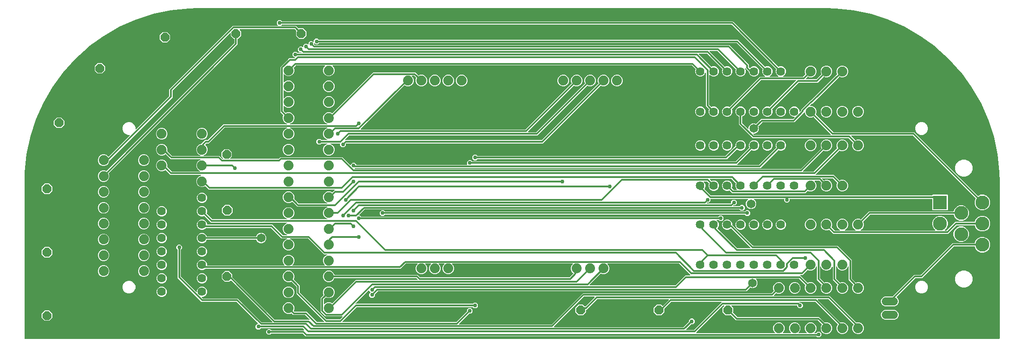
<source format=gbr>
G04 EAGLE Gerber RS-274X export*
G75*
%MOMM*%
%FSLAX34Y34*%
%LPD*%
%INBottom Copper*%
%IPPOS*%
%AMOC8*
5,1,8,0,0,1.08239X$1,22.5*%
G01*
%ADD10P,1.814519X8X22.500000*%
%ADD11C,1.879600*%
%ADD12C,1.625600*%
%ADD13C,1.651000*%
%ADD14C,1.524000*%
%ADD15R,2.625000X2.625000*%
%ADD16C,2.625000*%
%ADD17C,0.310000*%
%ADD18C,0.756400*%

G36*
X1847258Y2004D02*
X1847258Y2004D01*
X1847277Y2002D01*
X1847379Y2024D01*
X1847481Y2040D01*
X1847498Y2050D01*
X1847518Y2054D01*
X1847607Y2107D01*
X1847698Y2156D01*
X1847712Y2170D01*
X1847729Y2180D01*
X1847796Y2259D01*
X1847868Y2334D01*
X1847876Y2352D01*
X1847889Y2367D01*
X1847928Y2463D01*
X1847971Y2557D01*
X1847973Y2577D01*
X1847981Y2595D01*
X1847999Y2762D01*
X1847999Y300000D01*
X1847998Y300008D01*
X1847999Y300020D01*
X1847551Y317146D01*
X1847546Y317168D01*
X1847547Y317206D01*
X1843966Y351271D01*
X1843959Y351298D01*
X1843954Y351350D01*
X1836832Y384854D01*
X1836822Y384879D01*
X1836812Y384931D01*
X1826227Y417507D01*
X1826214Y417531D01*
X1826198Y417581D01*
X1812267Y448873D01*
X1812251Y448896D01*
X1812230Y448944D01*
X1795104Y478607D01*
X1795087Y478629D01*
X1795061Y478674D01*
X1774928Y506385D01*
X1774908Y506404D01*
X1774888Y506432D01*
X1774884Y506439D01*
X1774882Y506441D01*
X1774877Y506447D01*
X1751958Y531902D01*
X1751936Y531919D01*
X1751902Y531958D01*
X1726447Y554877D01*
X1726424Y554892D01*
X1726385Y554928D01*
X1698674Y575061D01*
X1698649Y575073D01*
X1698607Y575104D01*
X1668944Y592230D01*
X1668918Y592240D01*
X1668873Y592267D01*
X1637581Y606198D01*
X1637555Y606205D01*
X1637507Y606227D01*
X1604931Y616812D01*
X1604903Y616816D01*
X1604854Y616832D01*
X1571350Y623954D01*
X1571322Y623955D01*
X1571271Y623966D01*
X1537206Y627547D01*
X1537184Y627545D01*
X1537146Y627551D01*
X1520020Y627999D01*
X1520012Y627998D01*
X1520000Y627999D01*
X330000Y627999D01*
X329992Y627998D01*
X329980Y627999D01*
X312854Y627551D01*
X312832Y627546D01*
X312794Y627547D01*
X278729Y623966D01*
X278702Y623959D01*
X278650Y623954D01*
X245146Y616832D01*
X245121Y616822D01*
X245069Y616812D01*
X212493Y606227D01*
X212469Y606214D01*
X212419Y606198D01*
X181127Y592267D01*
X181104Y592251D01*
X181056Y592230D01*
X151393Y575104D01*
X151371Y575087D01*
X151326Y575061D01*
X123615Y554928D01*
X123596Y554908D01*
X123553Y554877D01*
X98098Y531958D01*
X98081Y531936D01*
X98042Y531902D01*
X75123Y506447D01*
X75108Y506424D01*
X75072Y506385D01*
X54939Y478674D01*
X54927Y478649D01*
X54896Y478607D01*
X37770Y448944D01*
X37760Y448918D01*
X37733Y448873D01*
X23802Y417581D01*
X23795Y417555D01*
X23773Y417507D01*
X13188Y384931D01*
X13184Y384903D01*
X13168Y384854D01*
X6046Y351350D01*
X6045Y351322D01*
X6034Y351271D01*
X2453Y317206D01*
X2455Y317184D01*
X2449Y317146D01*
X2001Y300020D01*
X2002Y300012D01*
X2001Y300000D01*
X2001Y2762D01*
X2004Y2742D01*
X2002Y2723D01*
X2024Y2621D01*
X2040Y2519D01*
X2050Y2502D01*
X2054Y2482D01*
X2107Y2393D01*
X2156Y2302D01*
X2170Y2288D01*
X2180Y2271D01*
X2259Y2204D01*
X2334Y2132D01*
X2352Y2124D01*
X2367Y2111D01*
X2463Y2072D01*
X2557Y2029D01*
X2577Y2027D01*
X2595Y2019D01*
X2762Y2001D01*
X1847238Y2001D01*
X1847258Y2004D01*
G37*
%LPC*%
G36*
X1502802Y4693D02*
X1502802Y4693D01*
X1501365Y6130D01*
X1501291Y6183D01*
X1501221Y6243D01*
X1501191Y6255D01*
X1501165Y6274D01*
X1501078Y6301D01*
X1500993Y6335D01*
X1500952Y6339D01*
X1500930Y6346D01*
X1500898Y6345D01*
X1500827Y6353D01*
X534298Y6353D01*
X532274Y8377D01*
X528949Y11702D01*
X528875Y11755D01*
X528806Y11815D01*
X528776Y11827D01*
X528750Y11846D01*
X528663Y11873D01*
X528578Y11907D01*
X528537Y11911D01*
X528515Y11918D01*
X528482Y11917D01*
X528411Y11925D01*
X469745Y11925D01*
X469655Y11911D01*
X469564Y11903D01*
X469535Y11891D01*
X469503Y11886D01*
X469422Y11843D01*
X469338Y11807D01*
X469306Y11781D01*
X469285Y11770D01*
X469263Y11747D01*
X469207Y11702D01*
X467198Y9693D01*
X462802Y9693D01*
X459693Y12802D01*
X459693Y17198D01*
X462802Y20307D01*
X467198Y20307D01*
X469207Y18298D01*
X469281Y18245D01*
X469351Y18185D01*
X469381Y18173D01*
X469407Y18154D01*
X469494Y18127D01*
X469579Y18093D01*
X469620Y18089D01*
X469642Y18082D01*
X469674Y18083D01*
X469745Y18075D01*
X530739Y18075D01*
X530810Y18086D01*
X530882Y18088D01*
X530931Y18106D01*
X530982Y18114D01*
X531045Y18148D01*
X531113Y18173D01*
X531153Y18205D01*
X531199Y18230D01*
X531249Y18282D01*
X531305Y18326D01*
X531333Y18370D01*
X531369Y18408D01*
X531399Y18473D01*
X531438Y18533D01*
X531450Y18584D01*
X531472Y18631D01*
X531480Y18702D01*
X531498Y18772D01*
X531494Y18824D01*
X531499Y18875D01*
X531484Y18946D01*
X531479Y19017D01*
X531458Y19065D01*
X531447Y19116D01*
X531410Y19177D01*
X531382Y19243D01*
X531337Y19299D01*
X531321Y19327D01*
X531303Y19342D01*
X531277Y19374D01*
X528949Y21702D01*
X528875Y21755D01*
X528806Y21815D01*
X528776Y21827D01*
X528750Y21846D01*
X528662Y21873D01*
X528578Y21907D01*
X528537Y21911D01*
X528515Y21918D01*
X528482Y21917D01*
X528411Y21925D01*
X449745Y21925D01*
X449655Y21911D01*
X449564Y21903D01*
X449535Y21891D01*
X449503Y21886D01*
X449422Y21843D01*
X449338Y21807D01*
X449306Y21781D01*
X449285Y21770D01*
X449263Y21747D01*
X449207Y21702D01*
X447198Y19693D01*
X442802Y19693D01*
X439693Y22802D01*
X439693Y27198D01*
X442802Y30307D01*
X443507Y30307D01*
X443578Y30318D01*
X443650Y30320D01*
X443699Y30338D01*
X443750Y30346D01*
X443813Y30380D01*
X443881Y30405D01*
X443921Y30437D01*
X443967Y30462D01*
X444017Y30513D01*
X444073Y30558D01*
X444101Y30602D01*
X444137Y30640D01*
X444167Y30705D01*
X444206Y30765D01*
X444218Y30816D01*
X444240Y30863D01*
X444248Y30934D01*
X444266Y31004D01*
X444262Y31056D01*
X444267Y31107D01*
X444252Y31178D01*
X444247Y31249D01*
X444226Y31297D01*
X444215Y31348D01*
X444178Y31409D01*
X444150Y31475D01*
X444105Y31531D01*
X444089Y31559D01*
X444071Y31574D01*
X444045Y31606D01*
X403949Y71702D01*
X403875Y71755D01*
X403806Y71815D01*
X403776Y71827D01*
X403750Y71846D01*
X403663Y71873D01*
X403578Y71907D01*
X403537Y71911D01*
X403515Y71918D01*
X403482Y71917D01*
X403411Y71925D01*
X337084Y71925D01*
X291925Y117084D01*
X291925Y170255D01*
X291923Y170267D01*
X291924Y170276D01*
X291914Y170324D01*
X291911Y170345D01*
X291903Y170436D01*
X291891Y170465D01*
X291886Y170497D01*
X291843Y170578D01*
X291807Y170662D01*
X291781Y170694D01*
X291770Y170715D01*
X291747Y170737D01*
X291702Y170793D01*
X289693Y172802D01*
X289693Y177198D01*
X292802Y180307D01*
X297198Y180307D01*
X300307Y177198D01*
X300307Y172802D01*
X298298Y170793D01*
X298245Y170719D01*
X298185Y170649D01*
X298173Y170619D01*
X298154Y170593D01*
X298127Y170506D01*
X298093Y170421D01*
X298089Y170380D01*
X298082Y170358D01*
X298083Y170326D01*
X298075Y170255D01*
X298075Y119947D01*
X298089Y119857D01*
X298097Y119766D01*
X298109Y119736D01*
X298114Y119704D01*
X298157Y119623D01*
X298193Y119540D01*
X298219Y119507D01*
X298230Y119487D01*
X298253Y119465D01*
X298298Y119409D01*
X327148Y90559D01*
X327206Y90517D01*
X327258Y90467D01*
X327305Y90445D01*
X327347Y90415D01*
X327416Y90394D01*
X327481Y90364D01*
X327533Y90358D01*
X327583Y90343D01*
X327654Y90344D01*
X327725Y90337D01*
X327776Y90348D01*
X327828Y90349D01*
X327896Y90374D01*
X327966Y90389D01*
X328011Y90416D01*
X328059Y90433D01*
X328115Y90478D01*
X328177Y90515D01*
X328211Y90555D01*
X328251Y90587D01*
X328290Y90647D01*
X328337Y90702D01*
X328356Y90750D01*
X328384Y90794D01*
X328402Y90864D01*
X328429Y90930D01*
X328437Y91001D01*
X328445Y91033D01*
X328443Y91056D01*
X328447Y91097D01*
X328447Y93020D01*
X329917Y96568D01*
X332632Y99283D01*
X336180Y100753D01*
X340020Y100753D01*
X343568Y99283D01*
X346283Y96568D01*
X347753Y93020D01*
X347753Y89180D01*
X346283Y85632D01*
X343568Y82917D01*
X340020Y81447D01*
X338097Y81447D01*
X338026Y81436D01*
X337954Y81434D01*
X337905Y81416D01*
X337854Y81408D01*
X337791Y81374D01*
X337723Y81349D01*
X337683Y81317D01*
X337637Y81292D01*
X337587Y81240D01*
X337531Y81196D01*
X337503Y81152D01*
X337467Y81114D01*
X337437Y81049D01*
X337398Y80989D01*
X337386Y80938D01*
X337364Y80891D01*
X337356Y80820D01*
X337338Y80750D01*
X337342Y80698D01*
X337337Y80647D01*
X337352Y80576D01*
X337357Y80505D01*
X337378Y80457D01*
X337389Y80406D01*
X337426Y80345D01*
X337454Y80279D01*
X337499Y80223D01*
X337515Y80195D01*
X337533Y80180D01*
X337559Y80148D01*
X339409Y78298D01*
X339483Y78245D01*
X339552Y78185D01*
X339582Y78173D01*
X339608Y78154D01*
X339695Y78127D01*
X339780Y78093D01*
X339821Y78089D01*
X339843Y78082D01*
X339876Y78083D01*
X339947Y78075D01*
X406274Y78075D01*
X408298Y76051D01*
X451051Y33298D01*
X451125Y33245D01*
X451194Y33185D01*
X451224Y33173D01*
X451250Y33154D01*
X451337Y33127D01*
X451422Y33093D01*
X451463Y33089D01*
X451485Y33082D01*
X451518Y33083D01*
X451589Y33075D01*
X470739Y33075D01*
X470810Y33086D01*
X470882Y33088D01*
X470931Y33106D01*
X470982Y33114D01*
X471045Y33148D01*
X471113Y33173D01*
X471153Y33205D01*
X471199Y33230D01*
X471249Y33281D01*
X471305Y33326D01*
X471333Y33370D01*
X471369Y33408D01*
X471399Y33473D01*
X471438Y33533D01*
X471450Y33584D01*
X471472Y33631D01*
X471480Y33702D01*
X471498Y33772D01*
X471494Y33824D01*
X471499Y33875D01*
X471484Y33946D01*
X471479Y34017D01*
X471458Y34065D01*
X471447Y34116D01*
X471410Y34177D01*
X471382Y34243D01*
X471337Y34299D01*
X471321Y34327D01*
X471303Y34342D01*
X471277Y34374D01*
X393119Y112532D01*
X393103Y112544D01*
X393091Y112560D01*
X393003Y112616D01*
X392919Y112676D01*
X392901Y112682D01*
X392884Y112693D01*
X392783Y112718D01*
X392684Y112748D01*
X392664Y112748D01*
X392645Y112753D01*
X392542Y112745D01*
X392439Y112742D01*
X392420Y112735D01*
X392400Y112734D01*
X392305Y112693D01*
X392208Y112658D01*
X392192Y112645D01*
X392174Y112637D01*
X392043Y112532D01*
X389604Y110093D01*
X381396Y110093D01*
X375593Y115896D01*
X375593Y124104D01*
X381396Y129907D01*
X389604Y129907D01*
X395407Y124104D01*
X395407Y119257D01*
X395421Y119167D01*
X395429Y119076D01*
X395441Y119046D01*
X395446Y119014D01*
X395489Y118933D01*
X395525Y118850D01*
X395551Y118817D01*
X395562Y118797D01*
X395585Y118775D01*
X395607Y118747D01*
X395610Y118742D01*
X395613Y118740D01*
X395630Y118719D01*
X476051Y38298D01*
X476125Y38245D01*
X476194Y38185D01*
X476224Y38173D01*
X476250Y38154D01*
X476337Y38127D01*
X476422Y38093D01*
X476463Y38089D01*
X476485Y38082D01*
X476518Y38083D01*
X476589Y38075D01*
X540739Y38075D01*
X540810Y38086D01*
X540882Y38088D01*
X540931Y38106D01*
X540982Y38114D01*
X541045Y38148D01*
X541113Y38173D01*
X541153Y38205D01*
X541199Y38230D01*
X541249Y38282D01*
X541305Y38326D01*
X541333Y38370D01*
X541369Y38408D01*
X541399Y38473D01*
X541438Y38533D01*
X541450Y38584D01*
X541472Y38631D01*
X541480Y38702D01*
X541498Y38772D01*
X541494Y38824D01*
X541499Y38875D01*
X541484Y38946D01*
X541479Y39017D01*
X541458Y39065D01*
X541447Y39116D01*
X541410Y39177D01*
X541382Y39243D01*
X541337Y39299D01*
X541321Y39327D01*
X541303Y39342D01*
X541277Y39374D01*
X533949Y46702D01*
X533875Y46755D01*
X533806Y46815D01*
X533776Y46827D01*
X533750Y46846D01*
X533663Y46873D01*
X533578Y46907D01*
X533537Y46911D01*
X533515Y46918D01*
X533482Y46917D01*
X533411Y46925D01*
X510626Y46925D01*
X507545Y50007D01*
X507451Y50074D01*
X507356Y50145D01*
X507350Y50147D01*
X507345Y50150D01*
X507234Y50184D01*
X507122Y50221D01*
X507116Y50221D01*
X507110Y50223D01*
X506993Y50220D01*
X506876Y50219D01*
X506869Y50216D01*
X506864Y50216D01*
X506847Y50210D01*
X506715Y50172D01*
X504073Y49077D01*
X499727Y49077D01*
X495713Y50740D01*
X492640Y53813D01*
X490977Y57827D01*
X490977Y62173D01*
X492640Y66187D01*
X495713Y69260D01*
X499727Y70923D01*
X504073Y70923D01*
X508087Y69260D01*
X511160Y66187D01*
X512823Y62173D01*
X512823Y57827D01*
X511728Y55185D01*
X511702Y55071D01*
X511673Y54958D01*
X511673Y54951D01*
X511672Y54945D01*
X511683Y54829D01*
X511692Y54712D01*
X511694Y54707D01*
X511695Y54700D01*
X511743Y54593D01*
X511788Y54486D01*
X511793Y54480D01*
X511795Y54476D01*
X511808Y54462D01*
X511893Y54355D01*
X512951Y53298D01*
X513025Y53245D01*
X513094Y53185D01*
X513124Y53173D01*
X513150Y53154D01*
X513237Y53127D01*
X513322Y53093D01*
X513363Y53089D01*
X513385Y53082D01*
X513418Y53083D01*
X513489Y53075D01*
X536274Y53075D01*
X555675Y33674D01*
X555749Y33621D01*
X555818Y33561D01*
X555848Y33549D01*
X555874Y33530D01*
X555961Y33503D01*
X556046Y33469D01*
X556087Y33465D01*
X556109Y33458D01*
X556142Y33459D01*
X556213Y33451D01*
X568824Y33451D01*
X568894Y33462D01*
X568966Y33464D01*
X569015Y33482D01*
X569067Y33490D01*
X569130Y33524D01*
X569197Y33549D01*
X569238Y33581D01*
X569284Y33606D01*
X569333Y33658D01*
X569389Y33702D01*
X569417Y33746D01*
X569453Y33784D01*
X569483Y33849D01*
X569522Y33909D01*
X569535Y33960D01*
X569557Y34007D01*
X569565Y34078D01*
X569582Y34148D01*
X569578Y34200D01*
X569584Y34251D01*
X569569Y34322D01*
X569563Y34393D01*
X569543Y34441D01*
X569532Y34492D01*
X569495Y34553D01*
X569467Y34619D01*
X569422Y34675D01*
X569406Y34703D01*
X569388Y34718D01*
X569362Y34750D01*
X516925Y87187D01*
X516925Y100311D01*
X516911Y100401D01*
X516903Y100492D01*
X516891Y100522D01*
X516886Y100554D01*
X516843Y100635D01*
X516807Y100718D01*
X516781Y100751D01*
X516770Y100771D01*
X516747Y100793D01*
X516702Y100849D01*
X507545Y110007D01*
X507451Y110074D01*
X507356Y110145D01*
X507350Y110147D01*
X507345Y110150D01*
X507234Y110184D01*
X507122Y110221D01*
X507116Y110221D01*
X507110Y110223D01*
X506993Y110220D01*
X506876Y110219D01*
X506869Y110216D01*
X506864Y110216D01*
X506847Y110210D01*
X506715Y110172D01*
X504073Y109077D01*
X499727Y109077D01*
X495713Y110740D01*
X492640Y113813D01*
X490977Y117827D01*
X490977Y122173D01*
X492640Y126187D01*
X495713Y129260D01*
X499727Y130923D01*
X504073Y130923D01*
X508087Y129260D01*
X511160Y126187D01*
X512823Y122173D01*
X512823Y117827D01*
X511728Y115185D01*
X511702Y115071D01*
X511673Y114958D01*
X511673Y114951D01*
X511672Y114945D01*
X511683Y114829D01*
X511692Y114712D01*
X511694Y114707D01*
X511695Y114700D01*
X511743Y114593D01*
X511788Y114486D01*
X511793Y114480D01*
X511795Y114476D01*
X511808Y114462D01*
X511893Y114355D01*
X523075Y103174D01*
X523075Y90050D01*
X523089Y89959D01*
X523097Y89869D01*
X523109Y89839D01*
X523114Y89807D01*
X523157Y89726D01*
X523193Y89642D01*
X523219Y89610D01*
X523230Y89589D01*
X523253Y89567D01*
X523298Y89511D01*
X574135Y38674D01*
X574209Y38621D01*
X574279Y38561D01*
X574309Y38549D01*
X574335Y38530D01*
X574422Y38503D01*
X574507Y38469D01*
X574548Y38465D01*
X574570Y38458D01*
X574602Y38459D01*
X574674Y38451D01*
X598787Y38451D01*
X598877Y38465D01*
X598968Y38473D01*
X598998Y38485D01*
X599030Y38490D01*
X599111Y38533D01*
X599194Y38569D01*
X599227Y38595D01*
X599247Y38606D01*
X599269Y38629D01*
X599325Y38674D01*
X603805Y43154D01*
X603847Y43212D01*
X603897Y43264D01*
X603919Y43311D01*
X603949Y43353D01*
X603970Y43422D01*
X604000Y43487D01*
X604006Y43539D01*
X604021Y43589D01*
X604019Y43660D01*
X604027Y43731D01*
X604016Y43782D01*
X604015Y43834D01*
X603990Y43902D01*
X603975Y43972D01*
X603948Y44017D01*
X603931Y44065D01*
X603886Y44121D01*
X603849Y44183D01*
X603809Y44217D01*
X603777Y44257D01*
X603717Y44296D01*
X603662Y44343D01*
X603614Y44362D01*
X603570Y44390D01*
X603500Y44408D01*
X603434Y44435D01*
X603363Y44443D01*
X603331Y44451D01*
X603308Y44449D01*
X603267Y44453D01*
X571660Y44453D01*
X562553Y53560D01*
X562553Y78802D01*
X568107Y84355D01*
X568174Y84449D01*
X568245Y84544D01*
X568247Y84550D01*
X568250Y84555D01*
X568284Y84666D01*
X568321Y84778D01*
X568321Y84784D01*
X568323Y84790D01*
X568320Y84907D01*
X568319Y85024D01*
X568316Y85031D01*
X568316Y85036D01*
X568310Y85053D01*
X568272Y85185D01*
X567177Y87827D01*
X567177Y92173D01*
X568840Y96187D01*
X571913Y99260D01*
X575927Y100923D01*
X580273Y100923D01*
X584287Y99260D01*
X587360Y96187D01*
X589023Y92173D01*
X589023Y87827D01*
X587360Y83813D01*
X584287Y80740D01*
X580273Y79077D01*
X575927Y79077D01*
X573285Y80172D01*
X573171Y80198D01*
X573058Y80227D01*
X573051Y80227D01*
X573045Y80228D01*
X572929Y80217D01*
X572812Y80208D01*
X572807Y80206D01*
X572800Y80205D01*
X572693Y80157D01*
X572586Y80112D01*
X572580Y80107D01*
X572576Y80105D01*
X572562Y80092D01*
X572455Y80007D01*
X568926Y76477D01*
X568873Y76403D01*
X568813Y76334D01*
X568801Y76304D01*
X568782Y76278D01*
X568755Y76191D01*
X568721Y76106D01*
X568717Y76065D01*
X568710Y76043D01*
X568711Y76010D01*
X568703Y75939D01*
X568703Y67888D01*
X568714Y67817D01*
X568716Y67745D01*
X568734Y67696D01*
X568742Y67645D01*
X568776Y67582D01*
X568801Y67514D01*
X568833Y67474D01*
X568858Y67427D01*
X568910Y67378D01*
X568954Y67322D01*
X568998Y67294D01*
X569036Y67258D01*
X569101Y67228D01*
X569161Y67189D01*
X569212Y67176D01*
X569259Y67154D01*
X569330Y67147D01*
X569400Y67129D01*
X569452Y67133D01*
X569503Y67127D01*
X569574Y67143D01*
X569645Y67148D01*
X569693Y67169D01*
X569744Y67180D01*
X569805Y67216D01*
X569871Y67245D01*
X569927Y67289D01*
X569955Y67306D01*
X569970Y67324D01*
X570002Y67349D01*
X571913Y69260D01*
X575927Y70923D01*
X580273Y70923D01*
X584259Y69272D01*
X584372Y69245D01*
X584486Y69216D01*
X584492Y69217D01*
X584498Y69215D01*
X584615Y69226D01*
X584731Y69236D01*
X584737Y69238D01*
X584743Y69239D01*
X584851Y69286D01*
X584957Y69332D01*
X584963Y69337D01*
X584968Y69339D01*
X584982Y69351D01*
X585088Y69437D01*
X628726Y113075D01*
X745739Y113075D01*
X745810Y113086D01*
X745882Y113088D01*
X745931Y113106D01*
X745982Y113114D01*
X746045Y113148D01*
X746113Y113173D01*
X746153Y113205D01*
X746199Y113230D01*
X746249Y113282D01*
X746305Y113326D01*
X746333Y113370D01*
X746369Y113408D01*
X746399Y113473D01*
X746438Y113533D01*
X746450Y113584D01*
X746472Y113631D01*
X746480Y113702D01*
X746498Y113772D01*
X746494Y113824D01*
X746499Y113875D01*
X746484Y113946D01*
X746479Y114017D01*
X746458Y114065D01*
X746447Y114116D01*
X746410Y114177D01*
X746382Y114243D01*
X746337Y114299D01*
X746321Y114327D01*
X746303Y114342D01*
X746277Y114374D01*
X743949Y116702D01*
X743875Y116755D01*
X743806Y116815D01*
X743776Y116827D01*
X743750Y116846D01*
X743662Y116873D01*
X743578Y116907D01*
X743537Y116911D01*
X743515Y116918D01*
X743482Y116917D01*
X743411Y116925D01*
X589158Y116925D01*
X589043Y116906D01*
X588927Y116889D01*
X588921Y116887D01*
X588915Y116886D01*
X588812Y116831D01*
X588708Y116778D01*
X588703Y116773D01*
X588698Y116770D01*
X588618Y116686D01*
X588535Y116602D01*
X588532Y116596D01*
X588528Y116592D01*
X588520Y116575D01*
X588454Y116455D01*
X587360Y113813D01*
X584287Y110740D01*
X580273Y109077D01*
X575927Y109077D01*
X571913Y110740D01*
X568840Y113813D01*
X567177Y117827D01*
X567177Y122173D01*
X568840Y126187D01*
X571913Y129260D01*
X575927Y130923D01*
X580273Y130923D01*
X584287Y129260D01*
X587360Y126187D01*
X588454Y123545D01*
X588516Y123445D01*
X588576Y123345D01*
X588581Y123341D01*
X588584Y123336D01*
X588674Y123261D01*
X588763Y123185D01*
X588769Y123183D01*
X588774Y123179D01*
X588882Y123137D01*
X588991Y123093D01*
X588999Y123092D01*
X589003Y123091D01*
X589021Y123090D01*
X589158Y123075D01*
X746274Y123075D01*
X751051Y118298D01*
X751125Y118245D01*
X751194Y118185D01*
X751224Y118173D01*
X751250Y118154D01*
X751337Y118127D01*
X751422Y118093D01*
X751463Y118089D01*
X751485Y118082D01*
X751518Y118083D01*
X751589Y118075D01*
X1033411Y118075D01*
X1033501Y118089D01*
X1033592Y118097D01*
X1033622Y118109D01*
X1033654Y118114D01*
X1033735Y118157D01*
X1033818Y118193D01*
X1033851Y118219D01*
X1033871Y118230D01*
X1033893Y118253D01*
X1033949Y118298D01*
X1040764Y125112D01*
X1040776Y125129D01*
X1040791Y125141D01*
X1040847Y125228D01*
X1040908Y125312D01*
X1040913Y125331D01*
X1040924Y125348D01*
X1040950Y125448D01*
X1040980Y125547D01*
X1040979Y125567D01*
X1040984Y125586D01*
X1040976Y125689D01*
X1040974Y125793D01*
X1040967Y125812D01*
X1040965Y125832D01*
X1040925Y125926D01*
X1040889Y126024D01*
X1040877Y126040D01*
X1040869Y126058D01*
X1040764Y126189D01*
X1038040Y128913D01*
X1036377Y132927D01*
X1036377Y137273D01*
X1038040Y141287D01*
X1039951Y143198D01*
X1039993Y143256D01*
X1040042Y143308D01*
X1040064Y143355D01*
X1040094Y143397D01*
X1040115Y143466D01*
X1040146Y143531D01*
X1040151Y143583D01*
X1040167Y143633D01*
X1040165Y143704D01*
X1040173Y143775D01*
X1040162Y143826D01*
X1040160Y143878D01*
X1040136Y143946D01*
X1040120Y144016D01*
X1040094Y144061D01*
X1040076Y144109D01*
X1040031Y144165D01*
X1039994Y144227D01*
X1039955Y144261D01*
X1039922Y144301D01*
X1039862Y144340D01*
X1039807Y144387D01*
X1039759Y144406D01*
X1039715Y144434D01*
X1039646Y144452D01*
X1039579Y144479D01*
X1039508Y144487D01*
X1039477Y144495D01*
X1039453Y144493D01*
X1039412Y144497D01*
X812088Y144497D01*
X812017Y144486D01*
X811945Y144484D01*
X811896Y144466D01*
X811845Y144458D01*
X811782Y144424D01*
X811714Y144399D01*
X811674Y144367D01*
X811627Y144342D01*
X811578Y144290D01*
X811522Y144246D01*
X811494Y144202D01*
X811458Y144164D01*
X811428Y144099D01*
X811389Y144039D01*
X811376Y143988D01*
X811354Y143941D01*
X811347Y143870D01*
X811329Y143800D01*
X811333Y143748D01*
X811327Y143697D01*
X811343Y143626D01*
X811348Y143555D01*
X811369Y143507D01*
X811380Y143456D01*
X811416Y143395D01*
X811445Y143329D01*
X811489Y143273D01*
X811506Y143245D01*
X811524Y143230D01*
X811549Y143198D01*
X813460Y141287D01*
X815123Y137273D01*
X815123Y132927D01*
X813460Y128913D01*
X810387Y125840D01*
X806373Y124177D01*
X802027Y124177D01*
X798013Y125840D01*
X794940Y128913D01*
X793277Y132927D01*
X793277Y137273D01*
X794940Y141287D01*
X796851Y143198D01*
X796893Y143256D01*
X796942Y143308D01*
X796964Y143355D01*
X796994Y143397D01*
X797015Y143466D01*
X797046Y143531D01*
X797051Y143583D01*
X797067Y143633D01*
X797065Y143704D01*
X797073Y143775D01*
X797062Y143826D01*
X797060Y143878D01*
X797036Y143946D01*
X797020Y144016D01*
X796994Y144061D01*
X796976Y144109D01*
X796931Y144165D01*
X796894Y144227D01*
X796855Y144261D01*
X796822Y144301D01*
X796762Y144340D01*
X796707Y144387D01*
X796659Y144406D01*
X796615Y144434D01*
X796546Y144452D01*
X796479Y144479D01*
X796408Y144487D01*
X796377Y144495D01*
X796353Y144493D01*
X796312Y144497D01*
X786688Y144497D01*
X786617Y144486D01*
X786545Y144484D01*
X786496Y144466D01*
X786445Y144458D01*
X786382Y144424D01*
X786314Y144399D01*
X786274Y144367D01*
X786227Y144342D01*
X786178Y144290D01*
X786122Y144246D01*
X786094Y144202D01*
X786058Y144164D01*
X786028Y144099D01*
X785989Y144039D01*
X785976Y143988D01*
X785954Y143941D01*
X785947Y143870D01*
X785929Y143800D01*
X785933Y143748D01*
X785927Y143697D01*
X785943Y143626D01*
X785948Y143555D01*
X785969Y143507D01*
X785980Y143456D01*
X786016Y143395D01*
X786045Y143329D01*
X786089Y143273D01*
X786106Y143245D01*
X786124Y143230D01*
X786149Y143198D01*
X788060Y141287D01*
X789723Y137273D01*
X789723Y132927D01*
X788060Y128913D01*
X784987Y125840D01*
X780973Y124177D01*
X776627Y124177D01*
X772613Y125840D01*
X769540Y128913D01*
X767877Y132927D01*
X767877Y137273D01*
X769540Y141287D01*
X771451Y143198D01*
X771493Y143256D01*
X771542Y143308D01*
X771564Y143355D01*
X771594Y143397D01*
X771615Y143466D01*
X771646Y143531D01*
X771651Y143583D01*
X771667Y143633D01*
X771665Y143704D01*
X771673Y143775D01*
X771662Y143826D01*
X771660Y143878D01*
X771636Y143946D01*
X771620Y144016D01*
X771594Y144061D01*
X771576Y144109D01*
X771531Y144165D01*
X771494Y144227D01*
X771455Y144261D01*
X771422Y144301D01*
X771362Y144340D01*
X771307Y144387D01*
X771259Y144406D01*
X771215Y144434D01*
X771146Y144452D01*
X771079Y144479D01*
X771008Y144487D01*
X770977Y144495D01*
X770953Y144493D01*
X770912Y144497D01*
X761288Y144497D01*
X761217Y144486D01*
X761145Y144484D01*
X761096Y144466D01*
X761045Y144458D01*
X760982Y144424D01*
X760914Y144399D01*
X760874Y144367D01*
X760827Y144342D01*
X760778Y144290D01*
X760722Y144246D01*
X760694Y144202D01*
X760658Y144164D01*
X760628Y144099D01*
X760589Y144039D01*
X760576Y143988D01*
X760554Y143941D01*
X760547Y143870D01*
X760529Y143800D01*
X760533Y143748D01*
X760527Y143697D01*
X760543Y143626D01*
X760548Y143555D01*
X760569Y143507D01*
X760580Y143456D01*
X760616Y143395D01*
X760645Y143329D01*
X760689Y143273D01*
X760706Y143245D01*
X760724Y143230D01*
X760749Y143198D01*
X762660Y141287D01*
X764323Y137273D01*
X764323Y132927D01*
X762660Y128913D01*
X759587Y125840D01*
X755573Y124177D01*
X751227Y124177D01*
X747213Y125840D01*
X744140Y128913D01*
X742477Y132927D01*
X742477Y137273D01*
X744140Y141287D01*
X746051Y143198D01*
X746093Y143256D01*
X746142Y143308D01*
X746164Y143355D01*
X746194Y143397D01*
X746215Y143466D01*
X746246Y143531D01*
X746251Y143583D01*
X746267Y143633D01*
X746265Y143704D01*
X746273Y143775D01*
X746262Y143826D01*
X746260Y143878D01*
X746236Y143946D01*
X746220Y144016D01*
X746194Y144061D01*
X746176Y144109D01*
X746131Y144165D01*
X746094Y144227D01*
X746055Y144261D01*
X746022Y144301D01*
X745962Y144340D01*
X745907Y144387D01*
X745859Y144406D01*
X745815Y144434D01*
X745746Y144452D01*
X745679Y144479D01*
X745608Y144487D01*
X745577Y144495D01*
X745553Y144493D01*
X745512Y144497D01*
X724161Y144497D01*
X724071Y144483D01*
X723980Y144475D01*
X723950Y144463D01*
X723918Y144458D01*
X723837Y144415D01*
X723754Y144379D01*
X723721Y144353D01*
X723701Y144342D01*
X723679Y144319D01*
X723623Y144274D01*
X713802Y134453D01*
X344620Y134453D01*
X344530Y134439D01*
X344439Y134431D01*
X344409Y134419D01*
X344377Y134414D01*
X344296Y134371D01*
X344212Y134335D01*
X344180Y134309D01*
X344159Y134298D01*
X344137Y134275D01*
X344081Y134230D01*
X343568Y133717D01*
X340020Y132247D01*
X336180Y132247D01*
X332632Y133717D01*
X329917Y136432D01*
X328447Y139980D01*
X328447Y143820D01*
X329917Y147368D01*
X332632Y150083D01*
X336180Y151553D01*
X340020Y151553D01*
X343568Y150083D01*
X346283Y147368D01*
X347753Y143820D01*
X347753Y141364D01*
X347756Y141344D01*
X347754Y141325D01*
X347776Y141223D01*
X347792Y141121D01*
X347802Y141104D01*
X347806Y141084D01*
X347859Y140995D01*
X347908Y140904D01*
X347922Y140890D01*
X347932Y140873D01*
X348011Y140806D01*
X348086Y140734D01*
X348104Y140726D01*
X348119Y140713D01*
X348215Y140674D01*
X348309Y140631D01*
X348329Y140629D01*
X348347Y140621D01*
X348514Y140603D01*
X494012Y140603D01*
X494083Y140614D01*
X494155Y140616D01*
X494204Y140634D01*
X494255Y140642D01*
X494318Y140676D01*
X494386Y140701D01*
X494426Y140733D01*
X494473Y140758D01*
X494522Y140810D01*
X494578Y140854D01*
X494606Y140898D01*
X494642Y140936D01*
X494672Y141001D01*
X494711Y141061D01*
X494724Y141112D01*
X494746Y141159D01*
X494753Y141230D01*
X494771Y141300D01*
X494767Y141352D01*
X494773Y141403D01*
X494757Y141474D01*
X494752Y141545D01*
X494731Y141593D01*
X494720Y141644D01*
X494684Y141705D01*
X494655Y141771D01*
X494611Y141827D01*
X494594Y141855D01*
X494576Y141870D01*
X494551Y141902D01*
X492640Y143813D01*
X490977Y147827D01*
X490977Y152173D01*
X492640Y156187D01*
X495713Y159260D01*
X499727Y160923D01*
X504073Y160923D01*
X508087Y159260D01*
X511160Y156187D01*
X512823Y152173D01*
X512823Y147827D01*
X511160Y143813D01*
X509249Y141902D01*
X509207Y141844D01*
X509158Y141792D01*
X509136Y141745D01*
X509106Y141703D01*
X509085Y141634D01*
X509054Y141569D01*
X509049Y141517D01*
X509033Y141467D01*
X509035Y141396D01*
X509027Y141325D01*
X509038Y141274D01*
X509040Y141222D01*
X509064Y141154D01*
X509080Y141084D01*
X509106Y141039D01*
X509124Y140991D01*
X509169Y140935D01*
X509206Y140873D01*
X509245Y140839D01*
X509278Y140799D01*
X509338Y140760D01*
X509393Y140713D01*
X509441Y140694D01*
X509485Y140666D01*
X509554Y140648D01*
X509621Y140621D01*
X509692Y140613D01*
X509723Y140605D01*
X509747Y140607D01*
X509788Y140603D01*
X570212Y140603D01*
X570283Y140614D01*
X570355Y140616D01*
X570404Y140634D01*
X570455Y140642D01*
X570518Y140676D01*
X570586Y140701D01*
X570626Y140733D01*
X570673Y140758D01*
X570722Y140810D01*
X570778Y140854D01*
X570806Y140898D01*
X570842Y140936D01*
X570872Y141001D01*
X570911Y141061D01*
X570924Y141112D01*
X570946Y141159D01*
X570953Y141230D01*
X570971Y141300D01*
X570967Y141352D01*
X570973Y141403D01*
X570957Y141474D01*
X570952Y141545D01*
X570931Y141593D01*
X570920Y141644D01*
X570884Y141705D01*
X570855Y141771D01*
X570811Y141827D01*
X570794Y141855D01*
X570776Y141870D01*
X570751Y141902D01*
X568840Y143813D01*
X567177Y147827D01*
X567177Y152173D01*
X568840Y156187D01*
X571913Y159260D01*
X574812Y160461D01*
X574895Y160512D01*
X574981Y160558D01*
X574999Y160577D01*
X575021Y160590D01*
X575083Y160665D01*
X575150Y160736D01*
X575161Y160760D01*
X575178Y160780D01*
X575213Y160871D01*
X575254Y160959D01*
X575257Y160985D01*
X575266Y161009D01*
X575270Y161107D01*
X575281Y161203D01*
X575275Y161229D01*
X575276Y161255D01*
X575249Y161349D01*
X575229Y161444D01*
X575215Y161466D01*
X575208Y161491D01*
X575152Y161571D01*
X575102Y161655D01*
X575083Y161672D01*
X575068Y161693D01*
X574989Y161752D01*
X574916Y161815D01*
X574891Y161825D01*
X574870Y161840D01*
X574778Y161870D01*
X574687Y161907D01*
X574655Y161910D01*
X574636Y161916D01*
X574603Y161916D01*
X574521Y161925D01*
X568726Y161925D01*
X538949Y191702D01*
X538875Y191755D01*
X538806Y191815D01*
X538776Y191827D01*
X538750Y191846D01*
X538663Y191873D01*
X538578Y191907D01*
X538537Y191911D01*
X538515Y191918D01*
X538482Y191917D01*
X538411Y191925D01*
X505479Y191925D01*
X505383Y191910D01*
X505286Y191900D01*
X505262Y191890D01*
X505237Y191886D01*
X505151Y191840D01*
X505062Y191800D01*
X505042Y191783D01*
X505019Y191770D01*
X504952Y191700D01*
X504880Y191634D01*
X504868Y191611D01*
X504850Y191592D01*
X504809Y191504D01*
X504762Y191418D01*
X504757Y191393D01*
X504746Y191369D01*
X504736Y191272D01*
X504718Y191176D01*
X504722Y191150D01*
X504719Y191125D01*
X504740Y191029D01*
X504754Y190933D01*
X504766Y190910D01*
X504771Y190884D01*
X504821Y190801D01*
X504865Y190714D01*
X504884Y190695D01*
X504898Y190673D01*
X504971Y190610D01*
X505041Y190542D01*
X505070Y190526D01*
X505084Y190513D01*
X505115Y190501D01*
X505188Y190461D01*
X508087Y189260D01*
X511160Y186187D01*
X512823Y182173D01*
X512823Y177827D01*
X511160Y173813D01*
X508087Y170740D01*
X504073Y169077D01*
X499727Y169077D01*
X495713Y170740D01*
X492640Y173813D01*
X490977Y177827D01*
X490977Y182173D01*
X492640Y186187D01*
X495713Y189260D01*
X498612Y190461D01*
X498695Y190512D01*
X498781Y190558D01*
X498799Y190577D01*
X498821Y190590D01*
X498883Y190665D01*
X498950Y190736D01*
X498961Y190760D01*
X498978Y190780D01*
X499013Y190871D01*
X499054Y190959D01*
X499057Y190985D01*
X499066Y191009D01*
X499070Y191107D01*
X499081Y191203D01*
X499075Y191229D01*
X499076Y191255D01*
X499049Y191349D01*
X499029Y191444D01*
X499015Y191466D01*
X499008Y191491D01*
X498952Y191571D01*
X498902Y191655D01*
X498883Y191672D01*
X498868Y191693D01*
X498789Y191752D01*
X498716Y191815D01*
X498691Y191825D01*
X498670Y191840D01*
X498578Y191870D01*
X498487Y191907D01*
X498455Y191910D01*
X498436Y191916D01*
X498403Y191916D01*
X498321Y191925D01*
X488726Y191925D01*
X468949Y211702D01*
X468875Y211755D01*
X468806Y211815D01*
X468776Y211827D01*
X468750Y211846D01*
X468663Y211873D01*
X468578Y211907D01*
X468537Y211911D01*
X468515Y211918D01*
X468482Y211917D01*
X468411Y211925D01*
X345892Y211925D01*
X345801Y211911D01*
X345711Y211903D01*
X345681Y211891D01*
X345649Y211886D01*
X345568Y211843D01*
X345484Y211807D01*
X345452Y211781D01*
X345431Y211770D01*
X345409Y211747D01*
X345353Y211702D01*
X343568Y209917D01*
X340020Y208447D01*
X336180Y208447D01*
X332632Y209917D01*
X329917Y212632D01*
X328447Y216180D01*
X328447Y220020D01*
X329917Y223568D01*
X332632Y226283D01*
X336180Y227753D01*
X340020Y227753D01*
X343568Y226283D01*
X346283Y223568D01*
X347753Y220020D01*
X347753Y218836D01*
X347756Y218816D01*
X347754Y218797D01*
X347776Y218695D01*
X347792Y218593D01*
X347802Y218576D01*
X347806Y218556D01*
X347859Y218467D01*
X347908Y218376D01*
X347922Y218362D01*
X347932Y218345D01*
X348011Y218278D01*
X348086Y218206D01*
X348104Y218198D01*
X348119Y218185D01*
X348215Y218146D01*
X348309Y218103D01*
X348329Y218101D01*
X348347Y218093D01*
X348514Y218075D01*
X471274Y218075D01*
X491051Y198298D01*
X491125Y198245D01*
X491194Y198185D01*
X491224Y198173D01*
X491250Y198154D01*
X491337Y198127D01*
X491422Y198093D01*
X491463Y198089D01*
X491485Y198082D01*
X491518Y198083D01*
X491589Y198075D01*
X498321Y198075D01*
X498417Y198090D01*
X498514Y198100D01*
X498538Y198110D01*
X498563Y198114D01*
X498649Y198160D01*
X498738Y198200D01*
X498758Y198217D01*
X498781Y198230D01*
X498848Y198300D01*
X498920Y198366D01*
X498932Y198389D01*
X498950Y198408D01*
X498991Y198496D01*
X499038Y198582D01*
X499043Y198607D01*
X499054Y198631D01*
X499064Y198728D01*
X499082Y198824D01*
X499078Y198850D01*
X499081Y198875D01*
X499060Y198971D01*
X499046Y199067D01*
X499034Y199090D01*
X499029Y199116D01*
X498979Y199199D01*
X498935Y199286D01*
X498916Y199305D01*
X498902Y199327D01*
X498829Y199390D01*
X498759Y199458D01*
X498730Y199474D01*
X498716Y199487D01*
X498685Y199499D01*
X498612Y199539D01*
X495713Y200740D01*
X492640Y203813D01*
X490977Y207827D01*
X490977Y212173D01*
X492640Y216187D01*
X495713Y219260D01*
X498612Y220461D01*
X498695Y220512D01*
X498781Y220558D01*
X498799Y220577D01*
X498821Y220590D01*
X498883Y220665D01*
X498950Y220736D01*
X498961Y220760D01*
X498978Y220780D01*
X499013Y220871D01*
X499054Y220959D01*
X499057Y220985D01*
X499066Y221009D01*
X499070Y221107D01*
X499081Y221203D01*
X499075Y221229D01*
X499076Y221255D01*
X499049Y221349D01*
X499029Y221444D01*
X499015Y221466D01*
X499008Y221491D01*
X498952Y221571D01*
X498902Y221655D01*
X498883Y221672D01*
X498868Y221693D01*
X498789Y221752D01*
X498716Y221815D01*
X498691Y221825D01*
X498670Y221840D01*
X498578Y221870D01*
X498487Y221907D01*
X498455Y221910D01*
X498436Y221916D01*
X498403Y221916D01*
X498321Y221925D01*
X355326Y221925D01*
X342773Y234479D01*
X342679Y234546D01*
X342584Y234617D01*
X342578Y234619D01*
X342573Y234622D01*
X342462Y234657D01*
X342350Y234693D01*
X342344Y234693D01*
X342338Y234695D01*
X342221Y234692D01*
X342104Y234691D01*
X342097Y234689D01*
X342092Y234688D01*
X342075Y234682D01*
X341943Y234644D01*
X340020Y233847D01*
X336180Y233847D01*
X332632Y235317D01*
X329917Y238032D01*
X328447Y241580D01*
X328447Y245420D01*
X329917Y248968D01*
X332632Y251683D01*
X336180Y253153D01*
X340020Y253153D01*
X343568Y251683D01*
X346283Y248968D01*
X347753Y245420D01*
X347753Y241580D01*
X346956Y239657D01*
X346929Y239543D01*
X346901Y239430D01*
X346901Y239423D01*
X346900Y239417D01*
X346911Y239301D01*
X346920Y239184D01*
X346922Y239179D01*
X346923Y239172D01*
X346971Y239065D01*
X347016Y238958D01*
X347021Y238952D01*
X347023Y238948D01*
X347036Y238934D01*
X347121Y238827D01*
X357651Y228298D01*
X357725Y228245D01*
X357794Y228185D01*
X357824Y228173D01*
X357850Y228154D01*
X357937Y228127D01*
X358022Y228093D01*
X358063Y228089D01*
X358085Y228082D01*
X358118Y228083D01*
X358189Y228075D01*
X498321Y228075D01*
X498417Y228090D01*
X498514Y228100D01*
X498538Y228110D01*
X498563Y228114D01*
X498649Y228160D01*
X498738Y228200D01*
X498758Y228217D01*
X498781Y228230D01*
X498848Y228300D01*
X498919Y228366D01*
X498932Y228389D01*
X498950Y228408D01*
X498991Y228496D01*
X499038Y228582D01*
X499043Y228607D01*
X499054Y228631D01*
X499064Y228728D01*
X499082Y228824D01*
X499078Y228850D01*
X499081Y228875D01*
X499060Y228971D01*
X499046Y229067D01*
X499034Y229090D01*
X499029Y229116D01*
X498979Y229199D01*
X498934Y229286D01*
X498916Y229305D01*
X498902Y229327D01*
X498828Y229390D01*
X498759Y229458D01*
X498730Y229474D01*
X498715Y229487D01*
X498685Y229499D01*
X498612Y229539D01*
X495713Y230740D01*
X492640Y233813D01*
X490977Y237827D01*
X490977Y242173D01*
X492640Y246187D01*
X495713Y249260D01*
X499727Y250923D01*
X504073Y250923D01*
X508087Y249260D01*
X511160Y246187D01*
X512823Y242173D01*
X512823Y237827D01*
X511160Y233813D01*
X508087Y230740D01*
X505188Y229539D01*
X505105Y229488D01*
X505019Y229442D01*
X505001Y229423D01*
X504979Y229410D01*
X504917Y229335D01*
X504850Y229264D01*
X504839Y229240D01*
X504822Y229220D01*
X504787Y229129D01*
X504746Y229041D01*
X504743Y229015D01*
X504734Y228991D01*
X504730Y228893D01*
X504719Y228797D01*
X504725Y228771D01*
X504724Y228745D01*
X504751Y228651D01*
X504771Y228556D01*
X504785Y228534D01*
X504792Y228509D01*
X504848Y228429D01*
X504898Y228345D01*
X504917Y228328D01*
X504932Y228307D01*
X505011Y228248D01*
X505085Y228185D01*
X505109Y228175D01*
X505130Y228160D01*
X505222Y228130D01*
X505313Y228093D01*
X505345Y228090D01*
X505364Y228084D01*
X505397Y228084D01*
X505479Y228075D01*
X574521Y228075D01*
X574617Y228090D01*
X574714Y228100D01*
X574738Y228110D01*
X574763Y228114D01*
X574849Y228160D01*
X574938Y228200D01*
X574958Y228217D01*
X574981Y228230D01*
X575048Y228300D01*
X575119Y228366D01*
X575132Y228389D01*
X575150Y228408D01*
X575191Y228496D01*
X575238Y228582D01*
X575243Y228607D01*
X575254Y228631D01*
X575264Y228728D01*
X575282Y228824D01*
X575278Y228850D01*
X575281Y228875D01*
X575260Y228971D01*
X575246Y229067D01*
X575234Y229090D01*
X575229Y229116D01*
X575179Y229199D01*
X575134Y229286D01*
X575116Y229305D01*
X575102Y229327D01*
X575028Y229390D01*
X574959Y229458D01*
X574930Y229474D01*
X574915Y229487D01*
X574885Y229499D01*
X574812Y229539D01*
X571913Y230740D01*
X568840Y233813D01*
X567177Y237827D01*
X567177Y242173D01*
X568840Y246187D01*
X571913Y249260D01*
X574812Y250461D01*
X574895Y250512D01*
X574981Y250558D01*
X574999Y250577D01*
X575021Y250590D01*
X575083Y250665D01*
X575150Y250736D01*
X575161Y250760D01*
X575178Y250780D01*
X575213Y250871D01*
X575254Y250959D01*
X575257Y250985D01*
X575266Y251009D01*
X575270Y251107D01*
X575281Y251203D01*
X575275Y251229D01*
X575276Y251255D01*
X575249Y251349D01*
X575229Y251444D01*
X575215Y251466D01*
X575208Y251491D01*
X575152Y251571D01*
X575102Y251655D01*
X575083Y251672D01*
X575068Y251693D01*
X574989Y251752D01*
X574916Y251815D01*
X574891Y251825D01*
X574870Y251840D01*
X574778Y251870D01*
X574687Y251907D01*
X574655Y251910D01*
X574636Y251916D01*
X574603Y251916D01*
X574521Y251925D01*
X518726Y251925D01*
X516702Y253949D01*
X509538Y261114D01*
X509522Y261126D01*
X509509Y261141D01*
X509422Y261197D01*
X509338Y261258D01*
X509319Y261263D01*
X509302Y261274D01*
X509202Y261299D01*
X509103Y261330D01*
X509083Y261329D01*
X509064Y261334D01*
X508961Y261326D01*
X508857Y261324D01*
X508838Y261317D01*
X508818Y261315D01*
X508724Y261275D01*
X508626Y261239D01*
X508610Y261227D01*
X508592Y261219D01*
X508461Y261114D01*
X508087Y260740D01*
X504073Y259077D01*
X499727Y259077D01*
X495713Y260740D01*
X492640Y263813D01*
X490977Y267827D01*
X490977Y272173D01*
X492640Y276187D01*
X495713Y279260D01*
X499727Y280923D01*
X504073Y280923D01*
X508087Y279260D01*
X511160Y276187D01*
X512823Y272173D01*
X512823Y267827D01*
X512636Y267377D01*
X512609Y267263D01*
X512581Y267150D01*
X512581Y267143D01*
X512580Y267137D01*
X512591Y267021D01*
X512600Y266904D01*
X512602Y266899D01*
X512603Y266892D01*
X512651Y266785D01*
X512696Y266678D01*
X512701Y266672D01*
X512703Y266668D01*
X512716Y266654D01*
X512801Y266547D01*
X521051Y258298D01*
X521125Y258245D01*
X521194Y258185D01*
X521224Y258173D01*
X521250Y258154D01*
X521337Y258127D01*
X521422Y258093D01*
X521463Y258089D01*
X521485Y258082D01*
X521518Y258083D01*
X521589Y258075D01*
X574521Y258075D01*
X574617Y258090D01*
X574714Y258100D01*
X574738Y258110D01*
X574763Y258114D01*
X574849Y258160D01*
X574938Y258200D01*
X574958Y258217D01*
X574981Y258230D01*
X575048Y258300D01*
X575120Y258366D01*
X575132Y258389D01*
X575150Y258408D01*
X575191Y258496D01*
X575238Y258582D01*
X575243Y258607D01*
X575254Y258631D01*
X575264Y258727D01*
X575282Y258824D01*
X575278Y258850D01*
X575281Y258875D01*
X575260Y258971D01*
X575246Y259067D01*
X575234Y259090D01*
X575229Y259116D01*
X575179Y259199D01*
X575135Y259286D01*
X575116Y259305D01*
X575102Y259327D01*
X575029Y259390D01*
X574959Y259458D01*
X574930Y259474D01*
X574916Y259487D01*
X574885Y259499D01*
X574812Y259539D01*
X571913Y260740D01*
X568840Y263813D01*
X567177Y267827D01*
X567177Y272173D01*
X568840Y276187D01*
X571913Y279260D01*
X575927Y280923D01*
X580273Y280923D01*
X584259Y279272D01*
X584372Y279245D01*
X584486Y279216D01*
X584492Y279217D01*
X584498Y279215D01*
X584615Y279226D01*
X584731Y279236D01*
X584737Y279238D01*
X584743Y279239D01*
X584851Y279286D01*
X584957Y279332D01*
X584963Y279337D01*
X584968Y279339D01*
X584982Y279351D01*
X585088Y279437D01*
X588805Y283154D01*
X588847Y283212D01*
X588897Y283264D01*
X588919Y283311D01*
X588949Y283353D01*
X588970Y283422D01*
X589000Y283487D01*
X589006Y283539D01*
X589021Y283589D01*
X589019Y283660D01*
X589027Y283731D01*
X589016Y283782D01*
X589015Y283834D01*
X588990Y283902D01*
X588975Y283972D01*
X588948Y284017D01*
X588931Y284065D01*
X588886Y284121D01*
X588849Y284183D01*
X588809Y284217D01*
X588777Y284257D01*
X588717Y284296D01*
X588662Y284343D01*
X588614Y284362D01*
X588570Y284390D01*
X588500Y284408D01*
X588434Y284435D01*
X588363Y284443D01*
X588331Y284451D01*
X588308Y284449D01*
X588267Y284453D01*
X351198Y284453D01*
X345088Y290563D01*
X344994Y290631D01*
X344900Y290701D01*
X344894Y290703D01*
X344889Y290707D01*
X344778Y290741D01*
X344666Y290777D01*
X344660Y290777D01*
X344654Y290779D01*
X344537Y290776D01*
X344420Y290775D01*
X344413Y290773D01*
X344408Y290773D01*
X344390Y290766D01*
X344259Y290728D01*
X340273Y289077D01*
X335927Y289077D01*
X331913Y290740D01*
X328840Y293813D01*
X327177Y297827D01*
X327177Y302173D01*
X328840Y306187D01*
X331913Y309260D01*
X335720Y310837D01*
X335803Y310888D01*
X335888Y310934D01*
X335906Y310953D01*
X335929Y310966D01*
X335991Y311041D01*
X336058Y311112D01*
X336069Y311136D01*
X336086Y311156D01*
X336120Y311247D01*
X336161Y311335D01*
X336164Y311361D01*
X336174Y311385D01*
X336178Y311483D01*
X336189Y311579D01*
X336183Y311605D01*
X336184Y311631D01*
X336157Y311725D01*
X336136Y311820D01*
X336123Y311842D01*
X336116Y311867D01*
X336060Y311947D01*
X336010Y312031D01*
X335990Y312048D01*
X335975Y312069D01*
X335897Y312128D01*
X335823Y312191D01*
X335799Y312201D01*
X335778Y312216D01*
X335685Y312246D01*
X335595Y312283D01*
X335563Y312286D01*
X335544Y312292D01*
X335511Y312292D01*
X335428Y312301D01*
X278350Y312301D01*
X269538Y321114D01*
X269521Y321126D01*
X269509Y321141D01*
X269422Y321197D01*
X269338Y321258D01*
X269319Y321263D01*
X269302Y321274D01*
X269202Y321299D01*
X269103Y321330D01*
X269083Y321329D01*
X269064Y321334D01*
X268961Y321326D01*
X268857Y321324D01*
X268838Y321317D01*
X268818Y321315D01*
X268723Y321275D01*
X268626Y321239D01*
X268610Y321227D01*
X268592Y321219D01*
X268461Y321114D01*
X268087Y320740D01*
X264073Y319077D01*
X259727Y319077D01*
X255713Y320740D01*
X252640Y323813D01*
X250977Y327827D01*
X250977Y332173D01*
X252640Y336187D01*
X255713Y339260D01*
X259727Y340923D01*
X264073Y340923D01*
X268087Y339260D01*
X271160Y336187D01*
X272823Y332173D01*
X272823Y327827D01*
X272636Y327377D01*
X272609Y327263D01*
X272581Y327150D01*
X272581Y327143D01*
X272580Y327137D01*
X272591Y327021D01*
X272600Y326904D01*
X272602Y326899D01*
X272603Y326892D01*
X272651Y326785D01*
X272696Y326678D01*
X272701Y326672D01*
X272703Y326668D01*
X272716Y326654D01*
X272801Y326547D01*
X280675Y318674D01*
X280749Y318621D01*
X280818Y318561D01*
X280848Y318549D01*
X280874Y318530D01*
X280961Y318503D01*
X281046Y318469D01*
X281087Y318465D01*
X281109Y318458D01*
X281142Y318459D01*
X281213Y318451D01*
X333613Y318451D01*
X333709Y318466D01*
X333806Y318476D01*
X333830Y318486D01*
X333856Y318490D01*
X333942Y318536D01*
X334031Y318576D01*
X334050Y318593D01*
X334073Y318606D01*
X334140Y318676D01*
X334212Y318742D01*
X334224Y318765D01*
X334242Y318784D01*
X334283Y318872D01*
X334330Y318958D01*
X334335Y318983D01*
X334346Y319007D01*
X334357Y319104D01*
X334374Y319200D01*
X334370Y319226D01*
X334373Y319251D01*
X334352Y319347D01*
X334338Y319443D01*
X334326Y319466D01*
X334321Y319492D01*
X334271Y319575D01*
X334227Y319662D01*
X334208Y319681D01*
X334195Y319703D01*
X334121Y319766D01*
X334051Y319834D01*
X334023Y319850D01*
X334008Y319863D01*
X333977Y319875D01*
X333904Y319915D01*
X331913Y320740D01*
X328840Y323813D01*
X327177Y327827D01*
X327177Y332173D01*
X328840Y336187D01*
X331913Y339260D01*
X334812Y340461D01*
X334895Y340512D01*
X334981Y340558D01*
X334999Y340577D01*
X335021Y340590D01*
X335083Y340665D01*
X335150Y340736D01*
X335161Y340760D01*
X335178Y340780D01*
X335213Y340871D01*
X335254Y340959D01*
X335257Y340985D01*
X335266Y341009D01*
X335270Y341107D01*
X335281Y341203D01*
X335275Y341229D01*
X335276Y341255D01*
X335249Y341349D01*
X335229Y341444D01*
X335215Y341466D01*
X335208Y341491D01*
X335152Y341571D01*
X335102Y341655D01*
X335083Y341672D01*
X335068Y341693D01*
X334989Y341752D01*
X334916Y341815D01*
X334891Y341825D01*
X334870Y341840D01*
X334778Y341870D01*
X334687Y341907D01*
X334655Y341910D01*
X334636Y341916D01*
X334603Y341916D01*
X334521Y341925D01*
X278726Y341925D01*
X269538Y351114D01*
X269521Y351126D01*
X269509Y351141D01*
X269422Y351197D01*
X269338Y351258D01*
X269319Y351263D01*
X269302Y351274D01*
X269202Y351299D01*
X269103Y351330D01*
X269083Y351329D01*
X269064Y351334D01*
X268961Y351326D01*
X268857Y351324D01*
X268838Y351317D01*
X268818Y351315D01*
X268723Y351275D01*
X268626Y351239D01*
X268610Y351227D01*
X268592Y351219D01*
X268461Y351114D01*
X268087Y350740D01*
X264073Y349077D01*
X259727Y349077D01*
X255713Y350740D01*
X252640Y353813D01*
X250977Y357827D01*
X250977Y362173D01*
X252640Y366187D01*
X255713Y369260D01*
X259727Y370923D01*
X264073Y370923D01*
X268087Y369260D01*
X271160Y366187D01*
X272823Y362173D01*
X272823Y357827D01*
X272636Y357377D01*
X272609Y357263D01*
X272581Y357150D01*
X272581Y357143D01*
X272580Y357137D01*
X272591Y357021D01*
X272600Y356904D01*
X272602Y356899D01*
X272603Y356892D01*
X272651Y356785D01*
X272696Y356678D01*
X272701Y356672D01*
X272703Y356668D01*
X272716Y356654D01*
X272801Y356547D01*
X281051Y348298D01*
X281125Y348245D01*
X281194Y348185D01*
X281224Y348173D01*
X281250Y348154D01*
X281337Y348127D01*
X281422Y348093D01*
X281463Y348089D01*
X281485Y348082D01*
X281518Y348083D01*
X281589Y348075D01*
X334521Y348075D01*
X334617Y348090D01*
X334714Y348100D01*
X334738Y348110D01*
X334763Y348114D01*
X334849Y348160D01*
X334938Y348200D01*
X334958Y348217D01*
X334981Y348230D01*
X335048Y348300D01*
X335120Y348366D01*
X335132Y348389D01*
X335150Y348408D01*
X335191Y348496D01*
X335238Y348582D01*
X335243Y348607D01*
X335254Y348631D01*
X335264Y348728D01*
X335282Y348824D01*
X335278Y348850D01*
X335281Y348875D01*
X335260Y348971D01*
X335246Y349067D01*
X335234Y349090D01*
X335229Y349116D01*
X335179Y349199D01*
X335135Y349286D01*
X335116Y349305D01*
X335102Y349327D01*
X335029Y349390D01*
X334959Y349458D01*
X334930Y349474D01*
X334916Y349487D01*
X334885Y349499D01*
X334812Y349539D01*
X331913Y350740D01*
X328840Y353813D01*
X327177Y357827D01*
X327177Y362173D01*
X328840Y366187D01*
X331913Y369260D01*
X335927Y370923D01*
X336259Y370923D01*
X336349Y370937D01*
X336440Y370945D01*
X336470Y370957D01*
X336502Y370962D01*
X336583Y371005D01*
X336666Y371041D01*
X336699Y371067D01*
X336719Y371078D01*
X336741Y371101D01*
X336797Y371146D01*
X343726Y378075D01*
X348411Y378075D01*
X348501Y378089D01*
X348592Y378097D01*
X348622Y378109D01*
X348654Y378114D01*
X348735Y378157D01*
X348818Y378193D01*
X348851Y378219D01*
X348871Y378230D01*
X348893Y378253D01*
X348949Y378298D01*
X378726Y408075D01*
X498321Y408075D01*
X498417Y408090D01*
X498514Y408100D01*
X498538Y408110D01*
X498563Y408114D01*
X498649Y408160D01*
X498738Y408200D01*
X498758Y408217D01*
X498781Y408230D01*
X498848Y408300D01*
X498920Y408366D01*
X498932Y408389D01*
X498950Y408408D01*
X498991Y408496D01*
X499038Y408582D01*
X499043Y408607D01*
X499054Y408631D01*
X499064Y408728D01*
X499082Y408824D01*
X499078Y408850D01*
X499081Y408875D01*
X499060Y408971D01*
X499046Y409067D01*
X499034Y409090D01*
X499029Y409116D01*
X498979Y409199D01*
X498935Y409286D01*
X498916Y409305D01*
X498902Y409327D01*
X498829Y409390D01*
X498759Y409458D01*
X498730Y409474D01*
X498716Y409487D01*
X498685Y409499D01*
X498612Y409539D01*
X495713Y410740D01*
X492640Y413813D01*
X490977Y417827D01*
X490977Y422173D01*
X492072Y424815D01*
X492099Y424929D01*
X492127Y425042D01*
X492127Y425049D01*
X492128Y425055D01*
X492117Y425171D01*
X492108Y425288D01*
X492106Y425293D01*
X492105Y425300D01*
X492057Y425407D01*
X492012Y425514D01*
X492007Y425520D01*
X492005Y425524D01*
X491992Y425538D01*
X491907Y425645D01*
X488377Y429174D01*
X486353Y431198D01*
X486353Y516440D01*
X488377Y518464D01*
X500964Y531051D01*
X502988Y533075D01*
X513411Y533075D01*
X513501Y533089D01*
X513592Y533097D01*
X513622Y533109D01*
X513654Y533114D01*
X513734Y533157D01*
X513818Y533193D01*
X513851Y533219D01*
X513871Y533230D01*
X513893Y533253D01*
X513949Y533298D01*
X514045Y533394D01*
X514087Y533452D01*
X514137Y533504D01*
X514159Y533551D01*
X514189Y533593D01*
X514210Y533662D01*
X514240Y533727D01*
X514246Y533779D01*
X514261Y533828D01*
X514259Y533900D01*
X514267Y533971D01*
X514256Y534022D01*
X514255Y534074D01*
X514230Y534142D01*
X514215Y534212D01*
X514188Y534257D01*
X514171Y534305D01*
X514126Y534361D01*
X514089Y534423D01*
X514049Y534457D01*
X514017Y534497D01*
X513957Y534536D01*
X513902Y534583D01*
X513854Y534602D01*
X513810Y534630D01*
X513741Y534648D01*
X513674Y534675D01*
X513603Y534683D01*
X513571Y534691D01*
X513548Y534689D01*
X513507Y534693D01*
X512802Y534693D01*
X509693Y537802D01*
X509693Y542198D01*
X512802Y545307D01*
X517198Y545307D01*
X519207Y543298D01*
X519281Y543245D01*
X519351Y543185D01*
X519381Y543173D01*
X519407Y543154D01*
X519494Y543127D01*
X519579Y543093D01*
X519620Y543089D01*
X519642Y543082D01*
X519674Y543083D01*
X519745Y543075D01*
X525739Y543075D01*
X525810Y543086D01*
X525882Y543088D01*
X525931Y543106D01*
X525982Y543114D01*
X526045Y543148D01*
X526113Y543173D01*
X526153Y543205D01*
X526199Y543230D01*
X526249Y543282D01*
X526305Y543326D01*
X526333Y543370D01*
X526369Y543408D01*
X526399Y543473D01*
X526438Y543533D01*
X526450Y543584D01*
X526472Y543631D01*
X526480Y543702D01*
X526498Y543772D01*
X526494Y543824D01*
X526499Y543875D01*
X526484Y543946D01*
X526479Y544017D01*
X526458Y544065D01*
X526447Y544116D01*
X526410Y544177D01*
X526382Y544243D01*
X526337Y544299D01*
X526321Y544327D01*
X526303Y544342D01*
X526277Y544374D01*
X526181Y544470D01*
X526107Y544524D01*
X526038Y544583D01*
X526008Y544595D01*
X525982Y544614D01*
X525894Y544641D01*
X525810Y544675D01*
X525769Y544679D01*
X525746Y544686D01*
X525714Y544685D01*
X525643Y544693D01*
X522802Y544693D01*
X519693Y547802D01*
X519693Y552198D01*
X522802Y555307D01*
X527198Y555307D01*
X528394Y554111D01*
X528452Y554069D01*
X528504Y554020D01*
X528551Y553998D01*
X528593Y553968D01*
X528662Y553946D01*
X528727Y553916D01*
X528779Y553911D01*
X528829Y553895D01*
X528900Y553897D01*
X528971Y553889D01*
X529022Y553900D01*
X529074Y553902D01*
X529142Y553926D01*
X529212Y553941D01*
X529257Y553968D01*
X529305Y553986D01*
X529361Y554031D01*
X529423Y554068D01*
X529457Y554107D01*
X529497Y554140D01*
X529536Y554200D01*
X529583Y554255D01*
X529602Y554303D01*
X529630Y554347D01*
X529648Y554416D01*
X529675Y554483D01*
X529683Y554554D01*
X529691Y554585D01*
X529689Y554608D01*
X529693Y554649D01*
X529693Y557198D01*
X532802Y560307D01*
X537198Y560307D01*
X538394Y559111D01*
X538452Y559069D01*
X538504Y559020D01*
X538551Y558998D01*
X538593Y558968D01*
X538662Y558946D01*
X538727Y558916D01*
X538779Y558911D01*
X538829Y558895D01*
X538900Y558897D01*
X538971Y558889D01*
X539022Y558900D01*
X539074Y558902D01*
X539142Y558926D01*
X539212Y558941D01*
X539257Y558968D01*
X539305Y558986D01*
X539361Y559031D01*
X539423Y559068D01*
X539457Y559107D01*
X539497Y559140D01*
X539536Y559200D01*
X539583Y559255D01*
X539602Y559303D01*
X539630Y559347D01*
X539648Y559416D01*
X539675Y559483D01*
X539683Y559554D01*
X539691Y559585D01*
X539689Y559608D01*
X539693Y559649D01*
X539693Y562198D01*
X542802Y565307D01*
X547198Y565307D01*
X548394Y564111D01*
X548452Y564069D01*
X548504Y564020D01*
X548551Y563998D01*
X548593Y563968D01*
X548662Y563946D01*
X548727Y563916D01*
X548779Y563911D01*
X548829Y563895D01*
X548900Y563897D01*
X548971Y563889D01*
X549022Y563900D01*
X549074Y563902D01*
X549142Y563926D01*
X549212Y563941D01*
X549257Y563968D01*
X549305Y563986D01*
X549361Y564031D01*
X549423Y564068D01*
X549457Y564107D01*
X549497Y564140D01*
X549536Y564200D01*
X549583Y564255D01*
X549602Y564303D01*
X549630Y564347D01*
X549648Y564416D01*
X549675Y564483D01*
X549683Y564554D01*
X549691Y564585D01*
X549689Y564608D01*
X549693Y564649D01*
X549693Y567198D01*
X552802Y570307D01*
X557198Y570307D01*
X559207Y568298D01*
X559281Y568245D01*
X559351Y568185D01*
X559381Y568173D01*
X559407Y568154D01*
X559494Y568127D01*
X559579Y568093D01*
X559620Y568089D01*
X559642Y568082D01*
X559674Y568083D01*
X559745Y568075D01*
X1352474Y568075D01*
X1403427Y517121D01*
X1403521Y517054D01*
X1403616Y516983D01*
X1403622Y516981D01*
X1403627Y516978D01*
X1403738Y516943D01*
X1403850Y516907D01*
X1403856Y516907D01*
X1403862Y516905D01*
X1403979Y516908D01*
X1404096Y516909D01*
X1404103Y516911D01*
X1404108Y516912D01*
X1404125Y516918D01*
X1404257Y516956D01*
X1406180Y517753D01*
X1410020Y517753D01*
X1413568Y516283D01*
X1416283Y513568D01*
X1417753Y510020D01*
X1417753Y506180D01*
X1416283Y502632D01*
X1413568Y499917D01*
X1412656Y499539D01*
X1412573Y499488D01*
X1412488Y499442D01*
X1412470Y499423D01*
X1412447Y499410D01*
X1412385Y499335D01*
X1412318Y499264D01*
X1412307Y499240D01*
X1412290Y499220D01*
X1412255Y499129D01*
X1412215Y499041D01*
X1412212Y499015D01*
X1412202Y498991D01*
X1412198Y498893D01*
X1412187Y498797D01*
X1412193Y498771D01*
X1412192Y498745D01*
X1412219Y498651D01*
X1412240Y498556D01*
X1412253Y498534D01*
X1412260Y498509D01*
X1412316Y498429D01*
X1412366Y498345D01*
X1412386Y498328D01*
X1412401Y498307D01*
X1412479Y498248D01*
X1412553Y498185D01*
X1412577Y498175D01*
X1412598Y498160D01*
X1412691Y498130D01*
X1412781Y498093D01*
X1412813Y498090D01*
X1412832Y498084D01*
X1412865Y498084D01*
X1412948Y498075D01*
X1428652Y498075D01*
X1428748Y498090D01*
X1428845Y498100D01*
X1428869Y498110D01*
X1428895Y498114D01*
X1428981Y498160D01*
X1429070Y498200D01*
X1429089Y498217D01*
X1429112Y498230D01*
X1429179Y498300D01*
X1429251Y498366D01*
X1429264Y498389D01*
X1429282Y498408D01*
X1429323Y498496D01*
X1429370Y498582D01*
X1429374Y498607D01*
X1429385Y498631D01*
X1429396Y498728D01*
X1429413Y498824D01*
X1429410Y498850D01*
X1429413Y498875D01*
X1429392Y498971D01*
X1429378Y499067D01*
X1429366Y499090D01*
X1429360Y499116D01*
X1429310Y499199D01*
X1429266Y499286D01*
X1429248Y499305D01*
X1429234Y499327D01*
X1429160Y499390D01*
X1429091Y499458D01*
X1429062Y499474D01*
X1429047Y499487D01*
X1429016Y499499D01*
X1428944Y499539D01*
X1428032Y499917D01*
X1425317Y502632D01*
X1423847Y506180D01*
X1423847Y510020D01*
X1424644Y511943D01*
X1424670Y512057D01*
X1424699Y512170D01*
X1424699Y512177D01*
X1424700Y512183D01*
X1424689Y512299D01*
X1424680Y512416D01*
X1424678Y512421D01*
X1424677Y512428D01*
X1424629Y512535D01*
X1424584Y512642D01*
X1424579Y512648D01*
X1424577Y512652D01*
X1424564Y512666D01*
X1424479Y512773D01*
X1340549Y596702D01*
X1340475Y596755D01*
X1340406Y596815D01*
X1340376Y596827D01*
X1340350Y596846D01*
X1340263Y596873D01*
X1340178Y596907D01*
X1340137Y596911D01*
X1340115Y596918D01*
X1340082Y596917D01*
X1340011Y596925D01*
X489745Y596925D01*
X489656Y596911D01*
X489564Y596903D01*
X489535Y596891D01*
X489503Y596886D01*
X489422Y596843D01*
X489338Y596807D01*
X489306Y596781D01*
X489285Y596770D01*
X489263Y596747D01*
X489207Y596702D01*
X488235Y595730D01*
X488193Y595672D01*
X488144Y595620D01*
X488122Y595573D01*
X488092Y595531D01*
X488070Y595462D01*
X488040Y595397D01*
X488035Y595345D01*
X488019Y595295D01*
X488021Y595224D01*
X488013Y595152D01*
X488024Y595102D01*
X488026Y595050D01*
X488050Y594982D01*
X488065Y594912D01*
X488092Y594867D01*
X488110Y594819D01*
X488155Y594762D01*
X488192Y594701D01*
X488231Y594667D01*
X488264Y594626D01*
X488324Y594588D01*
X488378Y594541D01*
X488427Y594522D01*
X488471Y594493D01*
X488540Y594476D01*
X488607Y594449D01*
X488678Y594441D01*
X488709Y594433D01*
X488732Y594435D01*
X488773Y594431D01*
X515817Y594431D01*
X517841Y592407D01*
X520630Y589618D01*
X520647Y589606D01*
X520659Y589590D01*
X520746Y589534D01*
X520830Y589474D01*
X520849Y589468D01*
X520866Y589457D01*
X520966Y589432D01*
X521065Y589402D01*
X521085Y589402D01*
X521105Y589397D01*
X521208Y589405D01*
X521311Y589408D01*
X521330Y589415D01*
X521350Y589416D01*
X521445Y589457D01*
X521542Y589492D01*
X521558Y589505D01*
X521576Y589513D01*
X521707Y589618D01*
X521896Y589807D01*
X530103Y589807D01*
X535906Y584004D01*
X535906Y575796D01*
X530103Y569993D01*
X521896Y569993D01*
X516093Y575796D01*
X516093Y584003D01*
X516282Y584193D01*
X516294Y584209D01*
X516309Y584221D01*
X516365Y584309D01*
X516426Y584392D01*
X516431Y584411D01*
X516442Y584428D01*
X516468Y584529D01*
X516498Y584627D01*
X516497Y584647D01*
X516502Y584667D01*
X516494Y584770D01*
X516492Y584873D01*
X516485Y584892D01*
X516483Y584912D01*
X516443Y585007D01*
X516407Y585104D01*
X516395Y585120D01*
X516387Y585138D01*
X516282Y585269D01*
X513493Y588058D01*
X513419Y588111D01*
X513350Y588171D01*
X513320Y588183D01*
X513293Y588202D01*
X513206Y588229D01*
X513121Y588263D01*
X513081Y588267D01*
X513058Y588274D01*
X513026Y588273D01*
X512955Y588281D01*
X409909Y588281D01*
X409839Y588270D01*
X409767Y588268D01*
X409718Y588250D01*
X409667Y588241D01*
X409603Y588208D01*
X409536Y588183D01*
X409495Y588151D01*
X409449Y588126D01*
X409400Y588074D01*
X409344Y588030D01*
X409316Y587986D01*
X409280Y587948D01*
X409250Y587883D01*
X409211Y587823D01*
X409198Y587772D01*
X409176Y587725D01*
X409168Y587654D01*
X409151Y587584D01*
X409155Y587532D01*
X409149Y587481D01*
X409164Y587410D01*
X409170Y587339D01*
X409190Y587291D01*
X409201Y587240D01*
X409238Y587179D01*
X409266Y587113D01*
X409311Y587057D01*
X409328Y587029D01*
X409345Y587014D01*
X409371Y586982D01*
X412349Y584004D01*
X412349Y575796D01*
X406546Y569993D01*
X406279Y569993D01*
X406259Y569990D01*
X406239Y569992D01*
X406138Y569970D01*
X406036Y569954D01*
X406018Y569944D01*
X405999Y569940D01*
X405910Y569887D01*
X405818Y569838D01*
X405805Y569824D01*
X405788Y569814D01*
X405720Y569735D01*
X405649Y569660D01*
X405641Y569642D01*
X405628Y569627D01*
X405589Y569531D01*
X405545Y569437D01*
X405543Y569417D01*
X405536Y569399D01*
X405517Y569232D01*
X405517Y559269D01*
X161893Y315645D01*
X161825Y315550D01*
X161755Y315456D01*
X161753Y315450D01*
X161750Y315445D01*
X161715Y315334D01*
X161679Y315222D01*
X161679Y315216D01*
X161677Y315210D01*
X161680Y315093D01*
X161681Y314976D01*
X161683Y314969D01*
X161684Y314964D01*
X161690Y314947D01*
X161728Y314815D01*
X162823Y312173D01*
X162823Y307827D01*
X161160Y303813D01*
X158087Y300740D01*
X154073Y299077D01*
X149727Y299077D01*
X145713Y300740D01*
X142640Y303813D01*
X140977Y307827D01*
X140977Y312173D01*
X142640Y316187D01*
X145713Y319260D01*
X149727Y320923D01*
X154073Y320923D01*
X156715Y319828D01*
X156829Y319801D01*
X156942Y319773D01*
X156949Y319773D01*
X156955Y319772D01*
X157071Y319783D01*
X157188Y319792D01*
X157193Y319794D01*
X157200Y319795D01*
X157307Y319843D01*
X157414Y319888D01*
X157420Y319893D01*
X157424Y319895D01*
X157438Y319908D01*
X157545Y319993D01*
X399145Y561593D01*
X399198Y561667D01*
X399257Y561737D01*
X399270Y561767D01*
X399288Y561793D01*
X399315Y561880D01*
X399349Y561965D01*
X399354Y562006D01*
X399361Y562028D01*
X399360Y562060D01*
X399368Y562131D01*
X399368Y569232D01*
X399365Y569252D01*
X399367Y569271D01*
X399345Y569373D01*
X399328Y569475D01*
X399319Y569492D01*
X399315Y569512D01*
X399261Y569601D01*
X399213Y569692D01*
X399199Y569706D01*
X399188Y569723D01*
X399110Y569790D01*
X399035Y569862D01*
X399017Y569870D01*
X399001Y569883D01*
X398905Y569922D01*
X398812Y569965D01*
X398792Y569967D01*
X398773Y569975D01*
X398607Y569993D01*
X398339Y569993D01*
X392536Y575796D01*
X392536Y580008D01*
X392524Y580079D01*
X392522Y580151D01*
X392504Y580200D01*
X392496Y580251D01*
X392463Y580314D01*
X392438Y580382D01*
X392405Y580422D01*
X392381Y580469D01*
X392329Y580518D01*
X392284Y580574D01*
X392240Y580602D01*
X392203Y580638D01*
X392138Y580668D01*
X392077Y580707D01*
X392027Y580720D01*
X391980Y580742D01*
X391908Y580749D01*
X391839Y580767D01*
X391787Y580763D01*
X391735Y580769D01*
X391665Y580753D01*
X391594Y580748D01*
X391546Y580727D01*
X391495Y580716D01*
X391433Y580680D01*
X391367Y580651D01*
X391311Y580607D01*
X391284Y580590D01*
X391268Y580572D01*
X391236Y580547D01*
X282639Y471949D01*
X282586Y471876D01*
X282527Y471806D01*
X282514Y471776D01*
X282496Y471750D01*
X282469Y471663D01*
X282435Y471578D01*
X282430Y471537D01*
X282423Y471515D01*
X282424Y471482D01*
X282416Y471411D01*
X282416Y458905D01*
X163046Y339535D01*
X162993Y339461D01*
X162933Y339391D01*
X162921Y339361D01*
X162902Y339335D01*
X162875Y339248D01*
X162841Y339163D01*
X162837Y339122D01*
X162830Y339100D01*
X162831Y339068D01*
X162823Y338996D01*
X162823Y337827D01*
X161160Y333813D01*
X158087Y330740D01*
X154073Y329077D01*
X149727Y329077D01*
X145713Y330740D01*
X142640Y333813D01*
X140977Y337827D01*
X140977Y342173D01*
X142640Y346187D01*
X145713Y349260D01*
X149727Y350923D01*
X154073Y350923D01*
X158087Y349260D01*
X160542Y346805D01*
X160559Y346793D01*
X160571Y346777D01*
X160658Y346721D01*
X160742Y346661D01*
X160761Y346655D01*
X160778Y346644D01*
X160878Y346619D01*
X160977Y346589D01*
X160997Y346589D01*
X161016Y346584D01*
X161119Y346592D01*
X161223Y346595D01*
X161242Y346602D01*
X161262Y346604D01*
X161357Y346644D01*
X161454Y346680D01*
X161470Y346692D01*
X161488Y346700D01*
X161619Y346805D01*
X201514Y386700D01*
X201556Y386758D01*
X201605Y386810D01*
X201627Y386857D01*
X201658Y386899D01*
X201679Y386968D01*
X201709Y387033D01*
X201715Y387085D01*
X201730Y387135D01*
X201728Y387206D01*
X201736Y387277D01*
X201725Y387328D01*
X201724Y387380D01*
X201699Y387448D01*
X201684Y387518D01*
X201657Y387563D01*
X201639Y387611D01*
X201594Y387667D01*
X201558Y387729D01*
X201518Y387763D01*
X201485Y387803D01*
X201425Y387842D01*
X201371Y387889D01*
X201322Y387908D01*
X201279Y387936D01*
X201209Y387954D01*
X201142Y387981D01*
X201071Y387989D01*
X201040Y387997D01*
X201017Y387995D01*
X200976Y387999D01*
X197613Y387999D01*
X193202Y389826D01*
X189826Y393202D01*
X187999Y397613D01*
X187999Y402387D01*
X189826Y406798D01*
X193202Y410174D01*
X197613Y412001D01*
X202387Y412001D01*
X206798Y410174D01*
X210174Y406798D01*
X212001Y402387D01*
X212001Y399024D01*
X212012Y398954D01*
X212014Y398882D01*
X212032Y398833D01*
X212040Y398781D01*
X212074Y398718D01*
X212099Y398651D01*
X212131Y398610D01*
X212156Y398564D01*
X212208Y398515D01*
X212252Y398459D01*
X212296Y398431D01*
X212334Y398395D01*
X212399Y398365D01*
X212459Y398326D01*
X212510Y398313D01*
X212557Y398291D01*
X212628Y398283D01*
X212698Y398266D01*
X212750Y398270D01*
X212801Y398264D01*
X212872Y398279D01*
X212943Y398285D01*
X212991Y398305D01*
X213042Y398316D01*
X213103Y398353D01*
X213169Y398381D01*
X213225Y398426D01*
X213253Y398442D01*
X213268Y398460D01*
X213300Y398486D01*
X276044Y461229D01*
X276097Y461303D01*
X276156Y461373D01*
X276168Y461403D01*
X276187Y461429D01*
X276214Y461516D01*
X276248Y461601D01*
X276253Y461642D01*
X276260Y461664D01*
X276259Y461696D01*
X276267Y461768D01*
X276267Y474274D01*
X396424Y594431D01*
X481227Y594431D01*
X481297Y594442D01*
X481369Y594444D01*
X481418Y594462D01*
X481469Y594470D01*
X481533Y594504D01*
X481600Y594529D01*
X481641Y594561D01*
X481687Y594586D01*
X481736Y594637D01*
X481792Y594682D01*
X481820Y594726D01*
X481856Y594764D01*
X481886Y594829D01*
X481925Y594889D01*
X481938Y594940D01*
X481960Y594987D01*
X481968Y595058D01*
X481985Y595128D01*
X481981Y595180D01*
X481987Y595231D01*
X481972Y595302D01*
X481966Y595373D01*
X481946Y595421D01*
X481935Y595472D01*
X481898Y595533D01*
X481870Y595599D01*
X481825Y595655D01*
X481808Y595683D01*
X481791Y595698D01*
X481765Y595730D01*
X479693Y597802D01*
X479693Y602198D01*
X482802Y605307D01*
X487198Y605307D01*
X489207Y603298D01*
X489281Y603245D01*
X489351Y603185D01*
X489381Y603173D01*
X489407Y603154D01*
X489494Y603127D01*
X489579Y603093D01*
X489620Y603089D01*
X489642Y603082D01*
X489674Y603083D01*
X489745Y603075D01*
X1342874Y603075D01*
X1428827Y517121D01*
X1428921Y517054D01*
X1429016Y516983D01*
X1429022Y516981D01*
X1429027Y516978D01*
X1429138Y516943D01*
X1429250Y516907D01*
X1429256Y516907D01*
X1429262Y516905D01*
X1429379Y516908D01*
X1429496Y516909D01*
X1429503Y516911D01*
X1429508Y516912D01*
X1429525Y516918D01*
X1429657Y516956D01*
X1431580Y517753D01*
X1435420Y517753D01*
X1438968Y516283D01*
X1441683Y513568D01*
X1443153Y510020D01*
X1443153Y506180D01*
X1441683Y502632D01*
X1438968Y499917D01*
X1438056Y499539D01*
X1437973Y499488D01*
X1437888Y499442D01*
X1437870Y499423D01*
X1437847Y499410D01*
X1437785Y499335D01*
X1437718Y499264D01*
X1437707Y499240D01*
X1437690Y499220D01*
X1437655Y499129D01*
X1437615Y499041D01*
X1437612Y499015D01*
X1437602Y498991D01*
X1437598Y498893D01*
X1437587Y498797D01*
X1437593Y498771D01*
X1437592Y498745D01*
X1437619Y498651D01*
X1437640Y498556D01*
X1437653Y498534D01*
X1437660Y498509D01*
X1437716Y498429D01*
X1437766Y498345D01*
X1437786Y498328D01*
X1437801Y498307D01*
X1437879Y498248D01*
X1437953Y498185D01*
X1437977Y498175D01*
X1437998Y498160D01*
X1438091Y498130D01*
X1438181Y498093D01*
X1438213Y498090D01*
X1438232Y498084D01*
X1438265Y498084D01*
X1438348Y498075D01*
X1475311Y498075D01*
X1475401Y498089D01*
X1475492Y498097D01*
X1475522Y498109D01*
X1475554Y498114D01*
X1475635Y498157D01*
X1475718Y498193D01*
X1475751Y498219D01*
X1475771Y498230D01*
X1475793Y498253D01*
X1475849Y498298D01*
X1480007Y502455D01*
X1480075Y502550D01*
X1480145Y502644D01*
X1480147Y502650D01*
X1480150Y502655D01*
X1480185Y502766D01*
X1480221Y502878D01*
X1480221Y502884D01*
X1480223Y502890D01*
X1480220Y503007D01*
X1480219Y503124D01*
X1480217Y503131D01*
X1480216Y503136D01*
X1480210Y503153D01*
X1480172Y503285D01*
X1479077Y505927D01*
X1479077Y510273D01*
X1480740Y514287D01*
X1483813Y517360D01*
X1487827Y519023D01*
X1492173Y519023D01*
X1496187Y517360D01*
X1499260Y514287D01*
X1500923Y510273D01*
X1500923Y505927D01*
X1499260Y501913D01*
X1496187Y498840D01*
X1492173Y497177D01*
X1487827Y497177D01*
X1485185Y498272D01*
X1485071Y498299D01*
X1484958Y498327D01*
X1484951Y498327D01*
X1484945Y498328D01*
X1484829Y498317D01*
X1484712Y498308D01*
X1484707Y498306D01*
X1484700Y498305D01*
X1484593Y498257D01*
X1484486Y498212D01*
X1484480Y498207D01*
X1484476Y498205D01*
X1484462Y498192D01*
X1484355Y498107D01*
X1480623Y494374D01*
X1480581Y494316D01*
X1480531Y494264D01*
X1480509Y494217D01*
X1480479Y494175D01*
X1480458Y494106D01*
X1480428Y494041D01*
X1480422Y493989D01*
X1480407Y493939D01*
X1480409Y493868D01*
X1480401Y493797D01*
X1480412Y493746D01*
X1480413Y493694D01*
X1480438Y493626D01*
X1480453Y493556D01*
X1480480Y493512D01*
X1480497Y493463D01*
X1480542Y493407D01*
X1480579Y493345D01*
X1480619Y493311D01*
X1480651Y493271D01*
X1480711Y493232D01*
X1480766Y493185D01*
X1480814Y493166D01*
X1480858Y493138D01*
X1480928Y493120D01*
X1480994Y493093D01*
X1481065Y493085D01*
X1481097Y493077D01*
X1481120Y493079D01*
X1481161Y493075D01*
X1500311Y493075D01*
X1500401Y493089D01*
X1500492Y493097D01*
X1500522Y493109D01*
X1500554Y493114D01*
X1500635Y493157D01*
X1500718Y493193D01*
X1500751Y493219D01*
X1500771Y493230D01*
X1500793Y493253D01*
X1500849Y493298D01*
X1510007Y502455D01*
X1510075Y502550D01*
X1510145Y502644D01*
X1510147Y502650D01*
X1510150Y502655D01*
X1510185Y502766D01*
X1510221Y502878D01*
X1510221Y502884D01*
X1510223Y502890D01*
X1510220Y503007D01*
X1510219Y503124D01*
X1510217Y503131D01*
X1510216Y503136D01*
X1510210Y503153D01*
X1510172Y503285D01*
X1509077Y505927D01*
X1509077Y510273D01*
X1510740Y514287D01*
X1513813Y517360D01*
X1517827Y519023D01*
X1522173Y519023D01*
X1526187Y517360D01*
X1529260Y514287D01*
X1530923Y510273D01*
X1530923Y505927D01*
X1529260Y501913D01*
X1526187Y498840D01*
X1522173Y497177D01*
X1517827Y497177D01*
X1515185Y498272D01*
X1515071Y498299D01*
X1514958Y498327D01*
X1514951Y498327D01*
X1514945Y498328D01*
X1514829Y498317D01*
X1514712Y498308D01*
X1514707Y498306D01*
X1514700Y498305D01*
X1514593Y498257D01*
X1514486Y498212D01*
X1514480Y498207D01*
X1514476Y498205D01*
X1514462Y498192D01*
X1514355Y498107D01*
X1503174Y486925D01*
X1467789Y486925D01*
X1467699Y486911D01*
X1467608Y486903D01*
X1467578Y486891D01*
X1467546Y486886D01*
X1467465Y486843D01*
X1467382Y486807D01*
X1467349Y486781D01*
X1467329Y486770D01*
X1467321Y486763D01*
X1467320Y486762D01*
X1467305Y486746D01*
X1467251Y486702D01*
X1417121Y436573D01*
X1417054Y436479D01*
X1416983Y436384D01*
X1416981Y436378D01*
X1416978Y436373D01*
X1416943Y436262D01*
X1416907Y436150D01*
X1416907Y436144D01*
X1416905Y436138D01*
X1416908Y436021D01*
X1416909Y435904D01*
X1416911Y435897D01*
X1416912Y435892D01*
X1416918Y435875D01*
X1416956Y435743D01*
X1417753Y433820D01*
X1417753Y429980D01*
X1416283Y426432D01*
X1413568Y423717D01*
X1410020Y422247D01*
X1406180Y422247D01*
X1402632Y423717D01*
X1399917Y426432D01*
X1398447Y429980D01*
X1398447Y433820D01*
X1399917Y437368D01*
X1402632Y440083D01*
X1406180Y441553D01*
X1410020Y441553D01*
X1411943Y440756D01*
X1412057Y440729D01*
X1412170Y440701D01*
X1412177Y440701D01*
X1412183Y440700D01*
X1412299Y440711D01*
X1412416Y440720D01*
X1412421Y440722D01*
X1412428Y440723D01*
X1412535Y440771D01*
X1412642Y440816D01*
X1412648Y440821D01*
X1412652Y440823D01*
X1412666Y440836D01*
X1412773Y440921D01*
X1462477Y490626D01*
X1462519Y490684D01*
X1462569Y490736D01*
X1462591Y490783D01*
X1462621Y490825D01*
X1462642Y490894D01*
X1462672Y490959D01*
X1462678Y491011D01*
X1462693Y491061D01*
X1462691Y491132D01*
X1462699Y491203D01*
X1462688Y491254D01*
X1462687Y491306D01*
X1462662Y491374D01*
X1462647Y491444D01*
X1462620Y491488D01*
X1462603Y491537D01*
X1462558Y491593D01*
X1462521Y491655D01*
X1462481Y491689D01*
X1462449Y491729D01*
X1462389Y491768D01*
X1462334Y491815D01*
X1462286Y491834D01*
X1462242Y491862D01*
X1462172Y491880D01*
X1462106Y491907D01*
X1462035Y491915D01*
X1462003Y491923D01*
X1461980Y491921D01*
X1461939Y491925D01*
X1396589Y491925D01*
X1396499Y491911D01*
X1396408Y491903D01*
X1396378Y491891D01*
X1396346Y491886D01*
X1396265Y491843D01*
X1396182Y491807D01*
X1396149Y491781D01*
X1396129Y491770D01*
X1396107Y491747D01*
X1396051Y491702D01*
X1340921Y436573D01*
X1340854Y436479D01*
X1340783Y436384D01*
X1340781Y436378D01*
X1340778Y436373D01*
X1340743Y436262D01*
X1340707Y436150D01*
X1340707Y436144D01*
X1340705Y436138D01*
X1340708Y436021D01*
X1340709Y435904D01*
X1340711Y435897D01*
X1340712Y435892D01*
X1340718Y435875D01*
X1340756Y435743D01*
X1341553Y433820D01*
X1341553Y429980D01*
X1340083Y426432D01*
X1337368Y423717D01*
X1333820Y422247D01*
X1329980Y422247D01*
X1326432Y423717D01*
X1323717Y426432D01*
X1322247Y429980D01*
X1322247Y433820D01*
X1323717Y437368D01*
X1326432Y440083D01*
X1329980Y441553D01*
X1333820Y441553D01*
X1335743Y440756D01*
X1335857Y440729D01*
X1335970Y440701D01*
X1335977Y440701D01*
X1335983Y440700D01*
X1336099Y440711D01*
X1336216Y440720D01*
X1336221Y440722D01*
X1336228Y440723D01*
X1336335Y440771D01*
X1336442Y440816D01*
X1336448Y440821D01*
X1336452Y440823D01*
X1336466Y440836D01*
X1336573Y440921D01*
X1393726Y498075D01*
X1403252Y498075D01*
X1403348Y498090D01*
X1403445Y498100D01*
X1403469Y498110D01*
X1403495Y498114D01*
X1403581Y498160D01*
X1403670Y498200D01*
X1403689Y498217D01*
X1403712Y498230D01*
X1403779Y498300D01*
X1403851Y498366D01*
X1403864Y498389D01*
X1403882Y498408D01*
X1403923Y498496D01*
X1403970Y498582D01*
X1403974Y498607D01*
X1403985Y498631D01*
X1403996Y498728D01*
X1404013Y498824D01*
X1404010Y498850D01*
X1404013Y498875D01*
X1403992Y498971D01*
X1403978Y499067D01*
X1403966Y499090D01*
X1403960Y499116D01*
X1403910Y499199D01*
X1403866Y499286D01*
X1403848Y499305D01*
X1403834Y499327D01*
X1403760Y499390D01*
X1403691Y499458D01*
X1403662Y499474D01*
X1403647Y499487D01*
X1403616Y499499D01*
X1403544Y499539D01*
X1402632Y499917D01*
X1399917Y502632D01*
X1398447Y506180D01*
X1398447Y510020D01*
X1399244Y511943D01*
X1399270Y512057D01*
X1399299Y512170D01*
X1399299Y512177D01*
X1399300Y512183D01*
X1399289Y512299D01*
X1399280Y512416D01*
X1399278Y512421D01*
X1399277Y512428D01*
X1399229Y512535D01*
X1399184Y512642D01*
X1399179Y512648D01*
X1399177Y512652D01*
X1399164Y512666D01*
X1399079Y512773D01*
X1350149Y561702D01*
X1350075Y561755D01*
X1350006Y561815D01*
X1349976Y561827D01*
X1349950Y561846D01*
X1349863Y561873D01*
X1349778Y561907D01*
X1349737Y561911D01*
X1349715Y561918D01*
X1349682Y561917D01*
X1349611Y561925D01*
X559745Y561925D01*
X559655Y561911D01*
X559564Y561903D01*
X559535Y561891D01*
X559503Y561886D01*
X559422Y561843D01*
X559338Y561807D01*
X559306Y561781D01*
X559285Y561770D01*
X559263Y561747D01*
X559207Y561702D01*
X557198Y559693D01*
X552802Y559693D01*
X551606Y560889D01*
X551548Y560931D01*
X551496Y560980D01*
X551449Y561002D01*
X551407Y561032D01*
X551338Y561054D01*
X551273Y561084D01*
X551221Y561089D01*
X551171Y561105D01*
X551100Y561103D01*
X551029Y561111D01*
X550978Y561100D01*
X550926Y561098D01*
X550858Y561074D01*
X550788Y561059D01*
X550743Y561032D01*
X550695Y561014D01*
X550639Y560969D01*
X550577Y560932D01*
X550543Y560893D01*
X550503Y560860D01*
X550464Y560800D01*
X550417Y560745D01*
X550398Y560697D01*
X550370Y560653D01*
X550352Y560584D01*
X550325Y560517D01*
X550317Y560446D01*
X550309Y560415D01*
X550311Y560392D01*
X550307Y560351D01*
X550307Y559357D01*
X550321Y559267D01*
X550329Y559176D01*
X550341Y559146D01*
X550346Y559114D01*
X550389Y559033D01*
X550425Y558950D01*
X550451Y558917D01*
X550462Y558897D01*
X550485Y558875D01*
X550530Y558819D01*
X551051Y558298D01*
X551125Y558245D01*
X551194Y558185D01*
X551224Y558173D01*
X551250Y558154D01*
X551337Y558127D01*
X551422Y558093D01*
X551463Y558089D01*
X551485Y558082D01*
X551518Y558083D01*
X551589Y558075D01*
X1336274Y558075D01*
X1373075Y521274D01*
X1373075Y516589D01*
X1373077Y516576D01*
X1373076Y516566D01*
X1373087Y516516D01*
X1373089Y516499D01*
X1373097Y516408D01*
X1373109Y516378D01*
X1373114Y516346D01*
X1373157Y516265D01*
X1373193Y516182D01*
X1373219Y516149D01*
X1373230Y516129D01*
X1373253Y516107D01*
X1373298Y516051D01*
X1374610Y514738D01*
X1374627Y514726D01*
X1374639Y514711D01*
X1374726Y514655D01*
X1374810Y514594D01*
X1374829Y514589D01*
X1374846Y514578D01*
X1374946Y514552D01*
X1375045Y514522D01*
X1375065Y514523D01*
X1375084Y514518D01*
X1375187Y514526D01*
X1375291Y514528D01*
X1375310Y514535D01*
X1375330Y514537D01*
X1375424Y514577D01*
X1375522Y514613D01*
X1375538Y514625D01*
X1375556Y514633D01*
X1375687Y514738D01*
X1377232Y516283D01*
X1380780Y517753D01*
X1384620Y517753D01*
X1388168Y516283D01*
X1390883Y513568D01*
X1392353Y510020D01*
X1392353Y506180D01*
X1390883Y502632D01*
X1388168Y499917D01*
X1384620Y498447D01*
X1380780Y498447D01*
X1377232Y499917D01*
X1374517Y502632D01*
X1373047Y506180D01*
X1373047Y507289D01*
X1373033Y507379D01*
X1373025Y507470D01*
X1373013Y507500D01*
X1373008Y507532D01*
X1372965Y507613D01*
X1372929Y507696D01*
X1372903Y507729D01*
X1372892Y507749D01*
X1372869Y507771D01*
X1372824Y507827D01*
X1368949Y511702D01*
X1367057Y513594D01*
X1366978Y513651D01*
X1366903Y513713D01*
X1366879Y513723D01*
X1366858Y513738D01*
X1366765Y513766D01*
X1366674Y513801D01*
X1366648Y513802D01*
X1366623Y513810D01*
X1366525Y513808D01*
X1366428Y513812D01*
X1366403Y513804D01*
X1366377Y513804D01*
X1366285Y513770D01*
X1366192Y513743D01*
X1366170Y513728D01*
X1366146Y513719D01*
X1366070Y513658D01*
X1365990Y513603D01*
X1365974Y513582D01*
X1365954Y513566D01*
X1365901Y513484D01*
X1365843Y513406D01*
X1365835Y513381D01*
X1365821Y513359D01*
X1365797Y513264D01*
X1365767Y513172D01*
X1365767Y513146D01*
X1365761Y513120D01*
X1365768Y513023D01*
X1365769Y512926D01*
X1365778Y512894D01*
X1365780Y512875D01*
X1365793Y512845D01*
X1365816Y512765D01*
X1366953Y510020D01*
X1366953Y506180D01*
X1365483Y502632D01*
X1362768Y499917D01*
X1359220Y498447D01*
X1355380Y498447D01*
X1351832Y499917D01*
X1349117Y502632D01*
X1347647Y506180D01*
X1347647Y510020D01*
X1348327Y511660D01*
X1348353Y511774D01*
X1348382Y511887D01*
X1348381Y511894D01*
X1348383Y511900D01*
X1348372Y512016D01*
X1348363Y512133D01*
X1348360Y512138D01*
X1348360Y512145D01*
X1348312Y512252D01*
X1348267Y512359D01*
X1348262Y512365D01*
X1348260Y512369D01*
X1348247Y512383D01*
X1348162Y512490D01*
X1313949Y546702D01*
X1313875Y546755D01*
X1313806Y546815D01*
X1313776Y546827D01*
X1313750Y546846D01*
X1313663Y546873D01*
X1313578Y546907D01*
X1313537Y546911D01*
X1313515Y546918D01*
X1313482Y546917D01*
X1313411Y546925D01*
X1299261Y546925D01*
X1299190Y546914D01*
X1299118Y546912D01*
X1299069Y546894D01*
X1299018Y546886D01*
X1298955Y546852D01*
X1298887Y546827D01*
X1298847Y546795D01*
X1298801Y546770D01*
X1298751Y546719D01*
X1298695Y546674D01*
X1298667Y546630D01*
X1298631Y546592D01*
X1298601Y546527D01*
X1298562Y546467D01*
X1298550Y546416D01*
X1298528Y546369D01*
X1298520Y546298D01*
X1298502Y546228D01*
X1298506Y546176D01*
X1298501Y546125D01*
X1298516Y546054D01*
X1298521Y545983D01*
X1298542Y545935D01*
X1298553Y545884D01*
X1298590Y545823D01*
X1298618Y545757D01*
X1298663Y545701D01*
X1298679Y545673D01*
X1298697Y545658D01*
X1298723Y545626D01*
X1327227Y517121D01*
X1327321Y517054D01*
X1327416Y516983D01*
X1327422Y516981D01*
X1327427Y516978D01*
X1327538Y516943D01*
X1327650Y516907D01*
X1327656Y516907D01*
X1327662Y516905D01*
X1327779Y516908D01*
X1327896Y516909D01*
X1327903Y516911D01*
X1327908Y516912D01*
X1327925Y516918D01*
X1328057Y516956D01*
X1329980Y517753D01*
X1333820Y517753D01*
X1337368Y516283D01*
X1340083Y513568D01*
X1341553Y510020D01*
X1341553Y506180D01*
X1340083Y502632D01*
X1337368Y499917D01*
X1333820Y498447D01*
X1329980Y498447D01*
X1326432Y499917D01*
X1323717Y502632D01*
X1322247Y506180D01*
X1322247Y510020D01*
X1323044Y511943D01*
X1323070Y512057D01*
X1323099Y512170D01*
X1323099Y512177D01*
X1323100Y512183D01*
X1323089Y512299D01*
X1323080Y512416D01*
X1323078Y512421D01*
X1323077Y512428D01*
X1323029Y512535D01*
X1322984Y512642D01*
X1322979Y512648D01*
X1322977Y512652D01*
X1322964Y512666D01*
X1322879Y512773D01*
X1293949Y541702D01*
X1293875Y541755D01*
X1293806Y541815D01*
X1293776Y541827D01*
X1293750Y541846D01*
X1293663Y541873D01*
X1293578Y541907D01*
X1293537Y541911D01*
X1293515Y541918D01*
X1293482Y541917D01*
X1293411Y541925D01*
X1278861Y541925D01*
X1278790Y541914D01*
X1278718Y541912D01*
X1278669Y541894D01*
X1278618Y541886D01*
X1278555Y541852D01*
X1278487Y541827D01*
X1278447Y541795D01*
X1278401Y541770D01*
X1278351Y541719D01*
X1278295Y541674D01*
X1278267Y541630D01*
X1278231Y541592D01*
X1278201Y541527D01*
X1278162Y541467D01*
X1278150Y541416D01*
X1278128Y541369D01*
X1278120Y541298D01*
X1278102Y541228D01*
X1278106Y541176D01*
X1278101Y541125D01*
X1278116Y541054D01*
X1278121Y540983D01*
X1278142Y540935D01*
X1278153Y540884D01*
X1278190Y540823D01*
X1278218Y540757D01*
X1278263Y540701D01*
X1278279Y540673D01*
X1278297Y540658D01*
X1278323Y540626D01*
X1301827Y517121D01*
X1301921Y517054D01*
X1302016Y516983D01*
X1302022Y516981D01*
X1302027Y516978D01*
X1302138Y516943D01*
X1302250Y516907D01*
X1302256Y516907D01*
X1302262Y516905D01*
X1302379Y516908D01*
X1302496Y516909D01*
X1302503Y516911D01*
X1302508Y516912D01*
X1302525Y516918D01*
X1302657Y516956D01*
X1304580Y517753D01*
X1308420Y517753D01*
X1311968Y516283D01*
X1314683Y513568D01*
X1316153Y510020D01*
X1316153Y506180D01*
X1314683Y502632D01*
X1311968Y499917D01*
X1308420Y498447D01*
X1304580Y498447D01*
X1301032Y499917D01*
X1299374Y501575D01*
X1299316Y501617D01*
X1299264Y501666D01*
X1299217Y501688D01*
X1299175Y501718D01*
X1299106Y501739D01*
X1299041Y501770D01*
X1298989Y501775D01*
X1298939Y501791D01*
X1298868Y501789D01*
X1298797Y501797D01*
X1298746Y501786D01*
X1298694Y501784D01*
X1298626Y501760D01*
X1298556Y501744D01*
X1298511Y501718D01*
X1298463Y501700D01*
X1298407Y501655D01*
X1298345Y501618D01*
X1298311Y501579D01*
X1298271Y501546D01*
X1298232Y501486D01*
X1298185Y501431D01*
X1298166Y501383D01*
X1298138Y501339D01*
X1298120Y501270D01*
X1298093Y501203D01*
X1298085Y501132D01*
X1298077Y501101D01*
X1298079Y501077D01*
X1298075Y501036D01*
X1298075Y444989D01*
X1298089Y444899D01*
X1298097Y444808D01*
X1298109Y444778D01*
X1298114Y444746D01*
X1298157Y444666D01*
X1298193Y444582D01*
X1298219Y444549D01*
X1298230Y444529D01*
X1298253Y444507D01*
X1298298Y444451D01*
X1301827Y440921D01*
X1301922Y440853D01*
X1302016Y440783D01*
X1302022Y440781D01*
X1302027Y440778D01*
X1302138Y440743D01*
X1302250Y440707D01*
X1302256Y440707D01*
X1302262Y440705D01*
X1302379Y440708D01*
X1302496Y440709D01*
X1302503Y440711D01*
X1302508Y440712D01*
X1302525Y440718D01*
X1302657Y440756D01*
X1304580Y441553D01*
X1308420Y441553D01*
X1311968Y440083D01*
X1314683Y437368D01*
X1316153Y433820D01*
X1316153Y429980D01*
X1314683Y426432D01*
X1311968Y423717D01*
X1308420Y422247D01*
X1304580Y422247D01*
X1301032Y423717D01*
X1298317Y426432D01*
X1296847Y429980D01*
X1296847Y433820D01*
X1297644Y435743D01*
X1297671Y435857D01*
X1297699Y435970D01*
X1297699Y435977D01*
X1297700Y435983D01*
X1297689Y436099D01*
X1297680Y436216D01*
X1297678Y436221D01*
X1297677Y436228D01*
X1297629Y436335D01*
X1297584Y436442D01*
X1297579Y436448D01*
X1297577Y436452D01*
X1297564Y436466D01*
X1297479Y436573D01*
X1291925Y442126D01*
X1291925Y505184D01*
X1291910Y505280D01*
X1291900Y505377D01*
X1291890Y505401D01*
X1291886Y505426D01*
X1291840Y505512D01*
X1291800Y505601D01*
X1291783Y505621D01*
X1291770Y505644D01*
X1291700Y505711D01*
X1291634Y505783D01*
X1291611Y505795D01*
X1291592Y505813D01*
X1291504Y505854D01*
X1291418Y505901D01*
X1291393Y505906D01*
X1291369Y505917D01*
X1291272Y505928D01*
X1291176Y505945D01*
X1291150Y505941D01*
X1291125Y505944D01*
X1291029Y505923D01*
X1290933Y505909D01*
X1290910Y505897D01*
X1290884Y505892D01*
X1290801Y505842D01*
X1290714Y505798D01*
X1290695Y505779D01*
X1290673Y505765D01*
X1290610Y505692D01*
X1290542Y505622D01*
X1290526Y505593D01*
X1290513Y505579D01*
X1290501Y505548D01*
X1290461Y505475D01*
X1289283Y502632D01*
X1286568Y499917D01*
X1283020Y498447D01*
X1279180Y498447D01*
X1275632Y499917D01*
X1272917Y502632D01*
X1271447Y506180D01*
X1271447Y510020D01*
X1272244Y511943D01*
X1272270Y512057D01*
X1272299Y512170D01*
X1272299Y512177D01*
X1272300Y512183D01*
X1272289Y512299D01*
X1272280Y512416D01*
X1272278Y512421D01*
X1272277Y512428D01*
X1272229Y512535D01*
X1272184Y512642D01*
X1272179Y512648D01*
X1272177Y512652D01*
X1272164Y512666D01*
X1272079Y512773D01*
X1265677Y519174D01*
X1265603Y519227D01*
X1265534Y519287D01*
X1265504Y519299D01*
X1265478Y519318D01*
X1265391Y519345D01*
X1265306Y519379D01*
X1265265Y519383D01*
X1265243Y519390D01*
X1265210Y519389D01*
X1265139Y519397D01*
X585988Y519397D01*
X585917Y519386D01*
X585845Y519384D01*
X585796Y519366D01*
X585745Y519358D01*
X585682Y519324D01*
X585614Y519299D01*
X585574Y519267D01*
X585527Y519242D01*
X585478Y519190D01*
X585422Y519146D01*
X585394Y519102D01*
X585358Y519064D01*
X585328Y518999D01*
X585289Y518939D01*
X585276Y518888D01*
X585254Y518841D01*
X585247Y518770D01*
X585229Y518700D01*
X585233Y518648D01*
X585227Y518597D01*
X585243Y518526D01*
X585248Y518455D01*
X585269Y518407D01*
X585280Y518356D01*
X585316Y518295D01*
X585345Y518229D01*
X585389Y518173D01*
X585406Y518145D01*
X585424Y518130D01*
X585449Y518098D01*
X587360Y516187D01*
X589023Y512173D01*
X589023Y507827D01*
X587360Y503813D01*
X584287Y500740D01*
X580273Y499077D01*
X575927Y499077D01*
X571913Y500740D01*
X568840Y503813D01*
X567177Y507827D01*
X567177Y512173D01*
X568840Y516187D01*
X570751Y518098D01*
X570793Y518156D01*
X570842Y518208D01*
X570864Y518255D01*
X570894Y518297D01*
X570915Y518366D01*
X570946Y518431D01*
X570951Y518483D01*
X570967Y518533D01*
X570965Y518604D01*
X570973Y518675D01*
X570962Y518726D01*
X570960Y518778D01*
X570936Y518846D01*
X570920Y518916D01*
X570894Y518961D01*
X570876Y519009D01*
X570831Y519065D01*
X570794Y519127D01*
X570755Y519161D01*
X570722Y519201D01*
X570662Y519240D01*
X570607Y519287D01*
X570559Y519306D01*
X570515Y519334D01*
X570446Y519352D01*
X570379Y519379D01*
X570308Y519387D01*
X570277Y519395D01*
X570253Y519393D01*
X570212Y519397D01*
X515961Y519397D01*
X515871Y519383D01*
X515780Y519375D01*
X515750Y519363D01*
X515718Y519358D01*
X515637Y519315D01*
X515554Y519279D01*
X515521Y519253D01*
X515501Y519242D01*
X515479Y519219D01*
X515423Y519174D01*
X511893Y515645D01*
X511826Y515551D01*
X511755Y515456D01*
X511753Y515450D01*
X511750Y515445D01*
X511716Y515334D01*
X511679Y515222D01*
X511679Y515216D01*
X511677Y515210D01*
X511680Y515093D01*
X511681Y514976D01*
X511684Y514969D01*
X511684Y514964D01*
X511690Y514947D01*
X511728Y514815D01*
X512823Y512173D01*
X512823Y507827D01*
X511160Y503813D01*
X508087Y500740D01*
X504073Y499077D01*
X499727Y499077D01*
X495713Y500740D01*
X493802Y502651D01*
X493744Y502693D01*
X493692Y502742D01*
X493645Y502764D01*
X493603Y502794D01*
X493534Y502815D01*
X493469Y502846D01*
X493417Y502851D01*
X493367Y502867D01*
X493296Y502865D01*
X493225Y502873D01*
X493174Y502862D01*
X493122Y502860D01*
X493054Y502836D01*
X492984Y502820D01*
X492939Y502794D01*
X492891Y502776D01*
X492835Y502731D01*
X492773Y502694D01*
X492739Y502655D01*
X492699Y502622D01*
X492660Y502562D01*
X492613Y502507D01*
X492594Y502459D01*
X492566Y502415D01*
X492548Y502346D01*
X492521Y502279D01*
X492513Y502208D01*
X492505Y502177D01*
X492507Y502153D01*
X492503Y502112D01*
X492503Y487888D01*
X492514Y487817D01*
X492516Y487745D01*
X492534Y487696D01*
X492542Y487645D01*
X492576Y487582D01*
X492601Y487514D01*
X492633Y487474D01*
X492658Y487427D01*
X492710Y487378D01*
X492754Y487322D01*
X492798Y487294D01*
X492836Y487258D01*
X492901Y487228D01*
X492961Y487189D01*
X493012Y487176D01*
X493059Y487154D01*
X493130Y487147D01*
X493200Y487129D01*
X493252Y487133D01*
X493303Y487127D01*
X493374Y487143D01*
X493445Y487148D01*
X493493Y487169D01*
X493544Y487180D01*
X493605Y487216D01*
X493671Y487245D01*
X493727Y487289D01*
X493755Y487306D01*
X493770Y487324D01*
X493802Y487349D01*
X495713Y489260D01*
X499727Y490923D01*
X504073Y490923D01*
X508087Y489260D01*
X511160Y486187D01*
X512823Y482173D01*
X512823Y477827D01*
X511160Y473813D01*
X508087Y470740D01*
X504073Y469077D01*
X499727Y469077D01*
X495713Y470740D01*
X493802Y472651D01*
X493744Y472693D01*
X493692Y472742D01*
X493645Y472764D01*
X493603Y472794D01*
X493534Y472815D01*
X493469Y472846D01*
X493417Y472851D01*
X493367Y472867D01*
X493296Y472865D01*
X493225Y472873D01*
X493174Y472862D01*
X493122Y472860D01*
X493054Y472836D01*
X492984Y472820D01*
X492939Y472794D01*
X492891Y472776D01*
X492835Y472731D01*
X492773Y472694D01*
X492739Y472655D01*
X492699Y472622D01*
X492660Y472562D01*
X492613Y472507D01*
X492594Y472459D01*
X492566Y472415D01*
X492548Y472346D01*
X492521Y472279D01*
X492513Y472208D01*
X492505Y472177D01*
X492507Y472153D01*
X492503Y472112D01*
X492503Y457888D01*
X492514Y457817D01*
X492516Y457745D01*
X492534Y457696D01*
X492542Y457645D01*
X492576Y457582D01*
X492601Y457514D01*
X492633Y457474D01*
X492658Y457427D01*
X492710Y457378D01*
X492754Y457322D01*
X492798Y457294D01*
X492836Y457258D01*
X492901Y457228D01*
X492961Y457189D01*
X493012Y457176D01*
X493059Y457154D01*
X493130Y457147D01*
X493200Y457129D01*
X493252Y457133D01*
X493303Y457127D01*
X493374Y457143D01*
X493445Y457148D01*
X493493Y457169D01*
X493544Y457180D01*
X493605Y457216D01*
X493671Y457245D01*
X493727Y457289D01*
X493755Y457306D01*
X493770Y457324D01*
X493802Y457349D01*
X495713Y459260D01*
X499727Y460923D01*
X504073Y460923D01*
X508087Y459260D01*
X511160Y456187D01*
X512823Y452173D01*
X512823Y447827D01*
X511160Y443813D01*
X508087Y440740D01*
X504073Y439077D01*
X499727Y439077D01*
X495713Y440740D01*
X493802Y442651D01*
X493744Y442693D01*
X493692Y442742D01*
X493645Y442764D01*
X493603Y442794D01*
X493534Y442815D01*
X493469Y442846D01*
X493417Y442851D01*
X493367Y442867D01*
X493296Y442865D01*
X493225Y442873D01*
X493174Y442862D01*
X493122Y442860D01*
X493054Y442836D01*
X492984Y442820D01*
X492939Y442794D01*
X492891Y442776D01*
X492835Y442731D01*
X492773Y442694D01*
X492739Y442655D01*
X492699Y442622D01*
X492660Y442562D01*
X492613Y442507D01*
X492594Y442459D01*
X492566Y442415D01*
X492548Y442346D01*
X492521Y442279D01*
X492513Y442208D01*
X492505Y442177D01*
X492507Y442153D01*
X492503Y442112D01*
X492503Y434061D01*
X492517Y433971D01*
X492525Y433880D01*
X492537Y433850D01*
X492542Y433818D01*
X492585Y433738D01*
X492621Y433654D01*
X492647Y433621D01*
X492658Y433601D01*
X492681Y433579D01*
X492726Y433523D01*
X496255Y429993D01*
X496350Y429925D01*
X496444Y429855D01*
X496450Y429853D01*
X496455Y429850D01*
X496567Y429815D01*
X496678Y429779D01*
X496684Y429779D01*
X496690Y429777D01*
X496807Y429780D01*
X496924Y429781D01*
X496931Y429783D01*
X496936Y429784D01*
X496953Y429790D01*
X497085Y429828D01*
X499727Y430923D01*
X504073Y430923D01*
X508087Y429260D01*
X511160Y426187D01*
X512823Y422173D01*
X512823Y417827D01*
X511160Y413813D01*
X508087Y410740D01*
X505188Y409539D01*
X505105Y409488D01*
X505019Y409442D01*
X505001Y409423D01*
X504979Y409410D01*
X504917Y409335D01*
X504850Y409264D01*
X504839Y409240D01*
X504822Y409220D01*
X504787Y409129D01*
X504746Y409041D01*
X504743Y409015D01*
X504734Y408991D01*
X504730Y408893D01*
X504719Y408797D01*
X504725Y408771D01*
X504724Y408745D01*
X504751Y408651D01*
X504771Y408556D01*
X504785Y408534D01*
X504792Y408509D01*
X504848Y408429D01*
X504898Y408345D01*
X504917Y408328D01*
X504932Y408307D01*
X505011Y408248D01*
X505084Y408185D01*
X505109Y408175D01*
X505130Y408160D01*
X505222Y408130D01*
X505313Y408093D01*
X505345Y408090D01*
X505364Y408084D01*
X505397Y408084D01*
X505479Y408075D01*
X574521Y408075D01*
X574617Y408090D01*
X574714Y408100D01*
X574738Y408110D01*
X574763Y408114D01*
X574849Y408160D01*
X574938Y408200D01*
X574958Y408217D01*
X574981Y408230D01*
X575048Y408300D01*
X575120Y408366D01*
X575132Y408389D01*
X575150Y408408D01*
X575191Y408496D01*
X575238Y408582D01*
X575243Y408607D01*
X575254Y408631D01*
X575264Y408728D01*
X575282Y408824D01*
X575278Y408850D01*
X575281Y408875D01*
X575260Y408971D01*
X575246Y409067D01*
X575234Y409090D01*
X575229Y409116D01*
X575179Y409199D01*
X575135Y409286D01*
X575116Y409305D01*
X575102Y409327D01*
X575029Y409390D01*
X574959Y409458D01*
X574930Y409474D01*
X574916Y409487D01*
X574885Y409499D01*
X574812Y409539D01*
X571913Y410740D01*
X568840Y413813D01*
X567177Y417827D01*
X567177Y422173D01*
X568840Y426187D01*
X571913Y429260D01*
X575927Y430923D01*
X580273Y430923D01*
X584259Y429272D01*
X584372Y429245D01*
X584486Y429216D01*
X584492Y429217D01*
X584498Y429215D01*
X584615Y429226D01*
X584731Y429236D01*
X584737Y429238D01*
X584743Y429239D01*
X584851Y429286D01*
X584957Y429332D01*
X584963Y429336D01*
X584968Y429339D01*
X584982Y429351D01*
X585088Y429437D01*
X661898Y506247D01*
X742202Y506247D01*
X747755Y500693D01*
X747849Y500626D01*
X747944Y500555D01*
X747950Y500553D01*
X747955Y500550D01*
X748066Y500516D01*
X748178Y500479D01*
X748184Y500479D01*
X748190Y500477D01*
X748307Y500480D01*
X748424Y500481D01*
X748431Y500484D01*
X748436Y500484D01*
X748453Y500490D01*
X748585Y500528D01*
X751227Y501623D01*
X755573Y501623D01*
X759587Y499960D01*
X762660Y496887D01*
X764323Y492873D01*
X764323Y488527D01*
X762660Y484513D01*
X759587Y481440D01*
X755573Y479777D01*
X751227Y479777D01*
X747213Y481440D01*
X744140Y484513D01*
X742477Y488527D01*
X742477Y492873D01*
X743572Y495515D01*
X743598Y495629D01*
X743627Y495742D01*
X743627Y495749D01*
X743628Y495755D01*
X743617Y495871D01*
X743608Y495988D01*
X743606Y495993D01*
X743605Y496000D01*
X743557Y496107D01*
X743512Y496214D01*
X743507Y496220D01*
X743505Y496224D01*
X743492Y496238D01*
X743407Y496345D01*
X739877Y499874D01*
X739803Y499927D01*
X739734Y499987D01*
X739704Y499999D01*
X739678Y500018D01*
X739591Y500045D01*
X739506Y500079D01*
X739465Y500083D01*
X739443Y500090D01*
X739410Y500089D01*
X739339Y500097D01*
X735888Y500097D01*
X735817Y500086D01*
X735745Y500084D01*
X735696Y500066D01*
X735645Y500058D01*
X735582Y500024D01*
X735514Y499999D01*
X735474Y499967D01*
X735427Y499942D01*
X735378Y499890D01*
X735322Y499846D01*
X735294Y499802D01*
X735258Y499764D01*
X735228Y499699D01*
X735189Y499639D01*
X735176Y499588D01*
X735154Y499541D01*
X735147Y499470D01*
X735129Y499400D01*
X735133Y499348D01*
X735127Y499297D01*
X735143Y499226D01*
X735148Y499155D01*
X735169Y499107D01*
X735180Y499056D01*
X735216Y498995D01*
X735245Y498929D01*
X735289Y498873D01*
X735306Y498845D01*
X735324Y498830D01*
X735349Y498798D01*
X737260Y496887D01*
X738923Y492873D01*
X738923Y488527D01*
X737260Y484513D01*
X734187Y481440D01*
X730173Y479777D01*
X725827Y479777D01*
X721810Y481441D01*
X721723Y481497D01*
X721639Y481558D01*
X721620Y481563D01*
X721603Y481574D01*
X721503Y481600D01*
X721404Y481630D01*
X721384Y481629D01*
X721365Y481634D01*
X721262Y481626D01*
X721158Y481624D01*
X721139Y481617D01*
X721120Y481615D01*
X721025Y481575D01*
X720927Y481539D01*
X720912Y481527D01*
X720893Y481519D01*
X720762Y481414D01*
X638723Y399374D01*
X638681Y399316D01*
X638631Y399264D01*
X638609Y399217D01*
X638579Y399175D01*
X638558Y399106D01*
X638528Y399041D01*
X638522Y398989D01*
X638507Y398939D01*
X638509Y398868D01*
X638501Y398797D01*
X638512Y398746D01*
X638513Y398694D01*
X638538Y398626D01*
X638553Y398556D01*
X638580Y398512D01*
X638597Y398463D01*
X638642Y398407D01*
X638679Y398345D01*
X638719Y398311D01*
X638751Y398271D01*
X638811Y398232D01*
X638866Y398185D01*
X638914Y398166D01*
X638958Y398138D01*
X639028Y398120D01*
X639094Y398093D01*
X639165Y398085D01*
X639197Y398077D01*
X639220Y398079D01*
X639261Y398075D01*
X950011Y398075D01*
X950101Y398089D01*
X950192Y398097D01*
X950222Y398109D01*
X950254Y398114D01*
X950335Y398157D01*
X950418Y398193D01*
X950451Y398219D01*
X950471Y398230D01*
X950493Y398253D01*
X950549Y398298D01*
X1037307Y485055D01*
X1037374Y485149D01*
X1037445Y485244D01*
X1037447Y485250D01*
X1037450Y485255D01*
X1037484Y485366D01*
X1037521Y485478D01*
X1037521Y485484D01*
X1037523Y485490D01*
X1037520Y485607D01*
X1037519Y485724D01*
X1037516Y485731D01*
X1037516Y485736D01*
X1037510Y485753D01*
X1037472Y485885D01*
X1036377Y488527D01*
X1036377Y492873D01*
X1038040Y496887D01*
X1041113Y499960D01*
X1045127Y501623D01*
X1049473Y501623D01*
X1053487Y499960D01*
X1056560Y496887D01*
X1058223Y492873D01*
X1058223Y488527D01*
X1056560Y484513D01*
X1053487Y481440D01*
X1049473Y479777D01*
X1045127Y479777D01*
X1042485Y480872D01*
X1042371Y480898D01*
X1042258Y480927D01*
X1042251Y480927D01*
X1042245Y480928D01*
X1042129Y480917D01*
X1042012Y480908D01*
X1042007Y480906D01*
X1042000Y480905D01*
X1041893Y480857D01*
X1041786Y480812D01*
X1041780Y480807D01*
X1041776Y480805D01*
X1041762Y480792D01*
X1041655Y480707D01*
X955323Y394374D01*
X955281Y394316D01*
X955231Y394264D01*
X955209Y394217D01*
X955179Y394175D01*
X955158Y394106D01*
X955128Y394041D01*
X955122Y393989D01*
X955107Y393939D01*
X955109Y393868D01*
X955101Y393797D01*
X955112Y393746D01*
X955113Y393694D01*
X955138Y393626D01*
X955153Y393556D01*
X955180Y393512D01*
X955197Y393463D01*
X955242Y393407D01*
X955279Y393345D01*
X955319Y393311D01*
X955351Y393271D01*
X955411Y393232D01*
X955466Y393185D01*
X955514Y393166D01*
X955558Y393138D01*
X955628Y393120D01*
X955694Y393093D01*
X955765Y393085D01*
X955797Y393077D01*
X955820Y393079D01*
X955861Y393075D01*
X970411Y393075D01*
X970501Y393089D01*
X970592Y393097D01*
X970622Y393109D01*
X970654Y393114D01*
X970735Y393157D01*
X970818Y393193D01*
X970851Y393219D01*
X970871Y393230D01*
X970893Y393253D01*
X970949Y393298D01*
X1062707Y485055D01*
X1062774Y485149D01*
X1062845Y485244D01*
X1062847Y485250D01*
X1062850Y485255D01*
X1062884Y485366D01*
X1062921Y485478D01*
X1062921Y485484D01*
X1062923Y485490D01*
X1062920Y485607D01*
X1062919Y485724D01*
X1062916Y485731D01*
X1062916Y485736D01*
X1062910Y485753D01*
X1062872Y485885D01*
X1061777Y488527D01*
X1061777Y492873D01*
X1063440Y496887D01*
X1066513Y499960D01*
X1070527Y501623D01*
X1074873Y501623D01*
X1078887Y499960D01*
X1081960Y496887D01*
X1083623Y492873D01*
X1083623Y488527D01*
X1081960Y484513D01*
X1078887Y481440D01*
X1074873Y479777D01*
X1070527Y479777D01*
X1067885Y480872D01*
X1067771Y480898D01*
X1067658Y480927D01*
X1067651Y480927D01*
X1067645Y480928D01*
X1067529Y480917D01*
X1067412Y480908D01*
X1067407Y480906D01*
X1067400Y480905D01*
X1067293Y480857D01*
X1067186Y480812D01*
X1067180Y480807D01*
X1067176Y480805D01*
X1067162Y480792D01*
X1067055Y480707D01*
X973274Y386925D01*
X616589Y386925D01*
X616499Y386911D01*
X616408Y386903D01*
X616378Y386891D01*
X616346Y386886D01*
X616265Y386843D01*
X616182Y386807D01*
X616149Y386781D01*
X616129Y386770D01*
X616107Y386747D01*
X616051Y386702D01*
X608723Y379374D01*
X608681Y379316D01*
X608631Y379264D01*
X608609Y379217D01*
X608579Y379175D01*
X608558Y379106D01*
X608528Y379041D01*
X608522Y378989D01*
X608507Y378939D01*
X608509Y378868D01*
X608501Y378797D01*
X608512Y378746D01*
X608513Y378694D01*
X608538Y378626D01*
X608553Y378556D01*
X608580Y378512D01*
X608597Y378463D01*
X608642Y378407D01*
X608679Y378345D01*
X608719Y378311D01*
X608751Y378271D01*
X608811Y378232D01*
X608866Y378185D01*
X608914Y378166D01*
X608958Y378138D01*
X609028Y378120D01*
X609094Y378093D01*
X609165Y378085D01*
X609197Y378077D01*
X609220Y378079D01*
X609261Y378075D01*
X980811Y378075D01*
X980901Y378089D01*
X980992Y378097D01*
X981022Y378109D01*
X981054Y378114D01*
X981135Y378157D01*
X981218Y378193D01*
X981251Y378219D01*
X981271Y378230D01*
X981293Y378253D01*
X981349Y378298D01*
X1088107Y485055D01*
X1088174Y485149D01*
X1088245Y485244D01*
X1088247Y485250D01*
X1088250Y485255D01*
X1088284Y485366D01*
X1088321Y485478D01*
X1088321Y485484D01*
X1088323Y485490D01*
X1088320Y485607D01*
X1088319Y485724D01*
X1088316Y485731D01*
X1088316Y485736D01*
X1088310Y485753D01*
X1088272Y485885D01*
X1087177Y488527D01*
X1087177Y492873D01*
X1088840Y496887D01*
X1091913Y499960D01*
X1095927Y501623D01*
X1100273Y501623D01*
X1104287Y499960D01*
X1107360Y496887D01*
X1109023Y492873D01*
X1109023Y488527D01*
X1107360Y484513D01*
X1104287Y481440D01*
X1100273Y479777D01*
X1095927Y479777D01*
X1093285Y480872D01*
X1093171Y480898D01*
X1093058Y480927D01*
X1093051Y480927D01*
X1093045Y480928D01*
X1092929Y480917D01*
X1092812Y480908D01*
X1092807Y480906D01*
X1092800Y480905D01*
X1092693Y480857D01*
X1092586Y480812D01*
X1092580Y480807D01*
X1092576Y480805D01*
X1092562Y480792D01*
X1092455Y480707D01*
X985698Y373949D01*
X983674Y371925D01*
X611589Y371925D01*
X611499Y371911D01*
X611408Y371903D01*
X611378Y371891D01*
X611346Y371886D01*
X611265Y371843D01*
X611182Y371807D01*
X611149Y371781D01*
X611129Y371770D01*
X611107Y371747D01*
X611051Y371702D01*
X610530Y371181D01*
X610477Y371107D01*
X610417Y371038D01*
X610405Y371008D01*
X610386Y370982D01*
X610359Y370895D01*
X610325Y370810D01*
X610321Y370769D01*
X610314Y370747D01*
X610315Y370714D01*
X610307Y370643D01*
X610307Y367802D01*
X607198Y364693D01*
X602802Y364693D01*
X599693Y367802D01*
X599693Y371164D01*
X599690Y371184D01*
X599692Y371203D01*
X599670Y371305D01*
X599654Y371407D01*
X599644Y371424D01*
X599640Y371444D01*
X599587Y371533D01*
X599538Y371624D01*
X599524Y371638D01*
X599514Y371655D01*
X599435Y371722D01*
X599360Y371794D01*
X599342Y371802D01*
X599327Y371815D01*
X599231Y371854D01*
X599137Y371897D01*
X599117Y371899D01*
X599099Y371907D01*
X598932Y371925D01*
X581679Y371925D01*
X581583Y371910D01*
X581486Y371900D01*
X581462Y371890D01*
X581437Y371886D01*
X581351Y371840D01*
X581262Y371800D01*
X581242Y371783D01*
X581219Y371770D01*
X581152Y371700D01*
X581080Y371634D01*
X581068Y371611D01*
X581050Y371592D01*
X581009Y371504D01*
X580962Y371418D01*
X580957Y371393D01*
X580946Y371369D01*
X580936Y371272D01*
X580918Y371176D01*
X580922Y371150D01*
X580919Y371125D01*
X580940Y371029D01*
X580954Y370933D01*
X580966Y370910D01*
X580971Y370884D01*
X581021Y370801D01*
X581065Y370714D01*
X581084Y370695D01*
X581098Y370673D01*
X581171Y370610D01*
X581241Y370542D01*
X581270Y370526D01*
X581284Y370513D01*
X581315Y370501D01*
X581388Y370461D01*
X584287Y369260D01*
X587360Y366187D01*
X589023Y362173D01*
X589023Y357827D01*
X587360Y353813D01*
X584287Y350740D01*
X580273Y349077D01*
X575927Y349077D01*
X571913Y350740D01*
X568840Y353813D01*
X567177Y357827D01*
X567177Y362173D01*
X568840Y366187D01*
X571913Y369260D01*
X574812Y370461D01*
X574895Y370512D01*
X574981Y370558D01*
X574999Y370577D01*
X575021Y370590D01*
X575083Y370665D01*
X575150Y370736D01*
X575161Y370760D01*
X575178Y370780D01*
X575213Y370871D01*
X575254Y370959D01*
X575257Y370985D01*
X575266Y371009D01*
X575270Y371107D01*
X575281Y371203D01*
X575275Y371229D01*
X575276Y371255D01*
X575249Y371349D01*
X575229Y371444D01*
X575215Y371466D01*
X575208Y371491D01*
X575152Y371571D01*
X575102Y371655D01*
X575083Y371672D01*
X575068Y371693D01*
X574989Y371752D01*
X574916Y371815D01*
X574891Y371825D01*
X574870Y371840D01*
X574778Y371870D01*
X574687Y371907D01*
X574655Y371910D01*
X574636Y371916D01*
X574603Y371916D01*
X574521Y371925D01*
X564745Y371925D01*
X564655Y371911D01*
X564564Y371903D01*
X564535Y371891D01*
X564503Y371886D01*
X564422Y371843D01*
X564338Y371807D01*
X564306Y371781D01*
X564285Y371770D01*
X564263Y371747D01*
X564207Y371702D01*
X562198Y369693D01*
X557802Y369693D01*
X554693Y372802D01*
X554693Y377198D01*
X557802Y380307D01*
X562198Y380307D01*
X564207Y378298D01*
X564281Y378245D01*
X564351Y378185D01*
X564381Y378173D01*
X564407Y378154D01*
X564494Y378127D01*
X564579Y378093D01*
X564620Y378089D01*
X564642Y378082D01*
X564674Y378083D01*
X564745Y378075D01*
X574521Y378075D01*
X574617Y378090D01*
X574714Y378100D01*
X574738Y378110D01*
X574763Y378114D01*
X574849Y378160D01*
X574938Y378200D01*
X574958Y378217D01*
X574981Y378230D01*
X575048Y378300D01*
X575120Y378366D01*
X575132Y378389D01*
X575150Y378408D01*
X575191Y378496D01*
X575238Y378582D01*
X575243Y378607D01*
X575254Y378631D01*
X575264Y378728D01*
X575282Y378824D01*
X575278Y378850D01*
X575281Y378875D01*
X575260Y378971D01*
X575246Y379067D01*
X575234Y379090D01*
X575229Y379116D01*
X575179Y379199D01*
X575135Y379286D01*
X575116Y379305D01*
X575102Y379327D01*
X575029Y379390D01*
X574959Y379458D01*
X574930Y379474D01*
X574916Y379487D01*
X574885Y379499D01*
X574812Y379539D01*
X571913Y380740D01*
X568840Y383813D01*
X567177Y387827D01*
X567177Y392173D01*
X568840Y396187D01*
X571913Y399260D01*
X574812Y400461D01*
X574895Y400512D01*
X574981Y400558D01*
X574999Y400577D01*
X575021Y400590D01*
X575083Y400665D01*
X575150Y400736D01*
X575161Y400760D01*
X575178Y400780D01*
X575213Y400871D01*
X575254Y400959D01*
X575257Y400985D01*
X575266Y401009D01*
X575270Y401107D01*
X575281Y401203D01*
X575275Y401229D01*
X575276Y401255D01*
X575249Y401349D01*
X575229Y401444D01*
X575215Y401466D01*
X575208Y401491D01*
X575152Y401571D01*
X575102Y401655D01*
X575083Y401672D01*
X575068Y401693D01*
X574989Y401752D01*
X574916Y401815D01*
X574891Y401825D01*
X574870Y401840D01*
X574778Y401870D01*
X574687Y401907D01*
X574655Y401910D01*
X574636Y401916D01*
X574603Y401916D01*
X574521Y401925D01*
X505479Y401925D01*
X505383Y401910D01*
X505286Y401900D01*
X505262Y401890D01*
X505237Y401886D01*
X505151Y401840D01*
X505062Y401800D01*
X505042Y401783D01*
X505019Y401770D01*
X504952Y401700D01*
X504880Y401634D01*
X504868Y401611D01*
X504850Y401592D01*
X504809Y401504D01*
X504762Y401418D01*
X504757Y401393D01*
X504746Y401369D01*
X504736Y401272D01*
X504718Y401176D01*
X504722Y401150D01*
X504719Y401125D01*
X504740Y401029D01*
X504754Y400933D01*
X504766Y400910D01*
X504771Y400884D01*
X504821Y400801D01*
X504865Y400714D01*
X504884Y400695D01*
X504898Y400673D01*
X504971Y400610D01*
X505041Y400542D01*
X505070Y400526D01*
X505084Y400513D01*
X505115Y400501D01*
X505188Y400461D01*
X508087Y399260D01*
X511160Y396187D01*
X512823Y392173D01*
X512823Y387827D01*
X511160Y383813D01*
X508087Y380740D01*
X504073Y379077D01*
X499727Y379077D01*
X495713Y380740D01*
X492640Y383813D01*
X490977Y387827D01*
X490977Y392173D01*
X492640Y396187D01*
X495713Y399260D01*
X498612Y400461D01*
X498695Y400512D01*
X498781Y400558D01*
X498799Y400577D01*
X498821Y400590D01*
X498883Y400665D01*
X498950Y400736D01*
X498961Y400760D01*
X498978Y400780D01*
X499013Y400871D01*
X499054Y400959D01*
X499057Y400985D01*
X499066Y401009D01*
X499070Y401107D01*
X499081Y401203D01*
X499075Y401229D01*
X499076Y401255D01*
X499049Y401349D01*
X499029Y401444D01*
X499015Y401466D01*
X499008Y401491D01*
X498952Y401571D01*
X498902Y401655D01*
X498883Y401672D01*
X498868Y401693D01*
X498789Y401752D01*
X498716Y401815D01*
X498691Y401825D01*
X498670Y401840D01*
X498578Y401870D01*
X498487Y401907D01*
X498455Y401910D01*
X498436Y401916D01*
X498403Y401916D01*
X498321Y401925D01*
X381589Y401925D01*
X381499Y401911D01*
X381408Y401903D01*
X381378Y401891D01*
X381346Y401886D01*
X381265Y401843D01*
X381182Y401807D01*
X381149Y401781D01*
X381129Y401770D01*
X381107Y401747D01*
X381051Y401702D01*
X351274Y371925D01*
X346589Y371925D01*
X346499Y371911D01*
X346408Y371903D01*
X346378Y371891D01*
X346346Y371886D01*
X346265Y371843D01*
X346182Y371807D01*
X346149Y371781D01*
X346129Y371770D01*
X346107Y371747D01*
X346051Y371702D01*
X344486Y370138D01*
X344474Y370121D01*
X344459Y370109D01*
X344403Y370022D01*
X344342Y369938D01*
X344337Y369919D01*
X344326Y369902D01*
X344300Y369802D01*
X344270Y369703D01*
X344271Y369683D01*
X344266Y369664D01*
X344274Y369561D01*
X344276Y369457D01*
X344283Y369438D01*
X344285Y369418D01*
X344325Y369324D01*
X344361Y369226D01*
X344373Y369210D01*
X344381Y369192D01*
X344486Y369061D01*
X347360Y366187D01*
X349023Y362173D01*
X349023Y357827D01*
X347360Y353813D01*
X344287Y350740D01*
X341388Y349539D01*
X341305Y349488D01*
X341219Y349442D01*
X341201Y349423D01*
X341179Y349410D01*
X341117Y349335D01*
X341050Y349264D01*
X341039Y349240D01*
X341022Y349220D01*
X340987Y349129D01*
X340946Y349041D01*
X340943Y349015D01*
X340934Y348991D01*
X340930Y348893D01*
X340919Y348797D01*
X340925Y348771D01*
X340924Y348745D01*
X340951Y348651D01*
X340971Y348556D01*
X340985Y348534D01*
X340992Y348509D01*
X341048Y348429D01*
X341098Y348345D01*
X341117Y348328D01*
X341132Y348307D01*
X341211Y348248D01*
X341284Y348185D01*
X341309Y348175D01*
X341330Y348160D01*
X341422Y348130D01*
X341513Y348093D01*
X341545Y348090D01*
X341564Y348084D01*
X341597Y348084D01*
X341679Y348075D01*
X371274Y348075D01*
X373298Y346051D01*
X376507Y342842D01*
X376581Y342789D01*
X376650Y342729D01*
X376680Y342717D01*
X376706Y342698D01*
X376794Y342671D01*
X376878Y342637D01*
X376919Y342633D01*
X376941Y342626D01*
X376974Y342627D01*
X377045Y342619D01*
X377233Y342619D01*
X377304Y342630D01*
X377376Y342632D01*
X377425Y342650D01*
X377476Y342658D01*
X377539Y342692D01*
X377607Y342717D01*
X377647Y342749D01*
X377693Y342774D01*
X377743Y342826D01*
X377799Y342870D01*
X377827Y342914D01*
X377863Y342952D01*
X377893Y343017D01*
X377932Y343077D01*
X377944Y343128D01*
X377966Y343175D01*
X377974Y343246D01*
X377992Y343316D01*
X377988Y343368D01*
X377993Y343419D01*
X377978Y343490D01*
X377973Y343561D01*
X377952Y343609D01*
X377941Y343660D01*
X377904Y343721D01*
X377876Y343787D01*
X377832Y343843D01*
X377815Y343871D01*
X377797Y343886D01*
X377772Y343918D01*
X374793Y346896D01*
X374793Y355104D01*
X380596Y360907D01*
X388804Y360907D01*
X394607Y355104D01*
X394607Y346896D01*
X391628Y343918D01*
X391587Y343860D01*
X391537Y343808D01*
X391515Y343761D01*
X391485Y343719D01*
X391464Y343650D01*
X391434Y343585D01*
X391428Y343533D01*
X391413Y343483D01*
X391414Y343412D01*
X391407Y343341D01*
X391418Y343290D01*
X391419Y343238D01*
X391444Y343170D01*
X391459Y343100D01*
X391486Y343055D01*
X391503Y343007D01*
X391548Y342951D01*
X391585Y342889D01*
X391625Y342855D01*
X391657Y342815D01*
X391717Y342776D01*
X391772Y342729D01*
X391820Y342710D01*
X391864Y342682D01*
X391933Y342664D01*
X392000Y342637D01*
X392071Y342629D01*
X392103Y342621D01*
X392126Y342623D01*
X392167Y342619D01*
X482955Y342619D01*
X483045Y342633D01*
X483136Y342641D01*
X483166Y342653D01*
X483198Y342658D01*
X483279Y342701D01*
X483362Y342737D01*
X483395Y342763D01*
X483415Y342774D01*
X483437Y342797D01*
X483493Y342842D01*
X484174Y343523D01*
X486198Y345547D01*
X603802Y345547D01*
X605826Y343523D01*
X618394Y330955D01*
X618452Y330913D01*
X618504Y330863D01*
X618551Y330841D01*
X618593Y330811D01*
X618662Y330790D01*
X618727Y330760D01*
X618779Y330754D01*
X618829Y330739D01*
X618900Y330741D01*
X618971Y330733D01*
X619022Y330744D01*
X619074Y330745D01*
X619142Y330770D01*
X619212Y330785D01*
X619257Y330812D01*
X619305Y330829D01*
X619361Y330874D01*
X619423Y330911D01*
X619457Y330951D01*
X619497Y330983D01*
X619536Y331043D01*
X619583Y331098D01*
X619602Y331146D01*
X619630Y331190D01*
X619648Y331260D01*
X619675Y331326D01*
X619683Y331397D01*
X619691Y331429D01*
X619689Y331452D01*
X619693Y331493D01*
X619693Y332198D01*
X622802Y335307D01*
X627198Y335307D01*
X630307Y332198D01*
X630307Y331980D01*
X630310Y331960D01*
X630308Y331941D01*
X630330Y331839D01*
X630346Y331737D01*
X630356Y331720D01*
X630360Y331700D01*
X630413Y331611D01*
X630462Y331520D01*
X630476Y331506D01*
X630486Y331489D01*
X630565Y331422D01*
X630640Y331350D01*
X630658Y331342D01*
X630673Y331329D01*
X630769Y331290D01*
X630863Y331247D01*
X630883Y331245D01*
X630901Y331237D01*
X631068Y331219D01*
X839439Y331219D01*
X839509Y331230D01*
X839581Y331232D01*
X839630Y331250D01*
X839681Y331258D01*
X839745Y331292D01*
X839812Y331317D01*
X839853Y331349D01*
X839899Y331374D01*
X839948Y331426D01*
X840004Y331470D01*
X840032Y331514D01*
X840068Y331552D01*
X840098Y331617D01*
X840137Y331677D01*
X840150Y331728D01*
X840172Y331775D01*
X840180Y331846D01*
X840197Y331916D01*
X840193Y331968D01*
X840199Y332019D01*
X840184Y332090D01*
X840178Y332161D01*
X840158Y332209D01*
X840147Y332260D01*
X840110Y332321D01*
X840082Y332387D01*
X840037Y332443D01*
X840020Y332471D01*
X840003Y332486D01*
X839977Y332518D01*
X839693Y332802D01*
X839693Y337198D01*
X842802Y340307D01*
X847198Y340307D01*
X849207Y338298D01*
X849281Y338245D01*
X849351Y338185D01*
X849381Y338173D01*
X849407Y338154D01*
X849494Y338127D01*
X849579Y338093D01*
X849620Y338089D01*
X849642Y338082D01*
X849674Y338083D01*
X849745Y338075D01*
X1348011Y338075D01*
X1348101Y338089D01*
X1348192Y338097D01*
X1348222Y338109D01*
X1348254Y338114D01*
X1348335Y338157D01*
X1348418Y338193D01*
X1348451Y338219D01*
X1348471Y338230D01*
X1348493Y338253D01*
X1348549Y338298D01*
X1373679Y363427D01*
X1373747Y363522D01*
X1373817Y363616D01*
X1373819Y363622D01*
X1373822Y363627D01*
X1373857Y363738D01*
X1373893Y363850D01*
X1373893Y363856D01*
X1373895Y363862D01*
X1373892Y363979D01*
X1373891Y364096D01*
X1373889Y364103D01*
X1373888Y364108D01*
X1373882Y364125D01*
X1373844Y364257D01*
X1373047Y366180D01*
X1373047Y370020D01*
X1374517Y373568D01*
X1377232Y376283D01*
X1380780Y377753D01*
X1384620Y377753D01*
X1388168Y376283D01*
X1390883Y373568D01*
X1392353Y370020D01*
X1392353Y366180D01*
X1390883Y362632D01*
X1388168Y359917D01*
X1384620Y358447D01*
X1380780Y358447D01*
X1378857Y359244D01*
X1378743Y359271D01*
X1378630Y359299D01*
X1378623Y359299D01*
X1378617Y359300D01*
X1378501Y359289D01*
X1378384Y359280D01*
X1378379Y359278D01*
X1378372Y359277D01*
X1378265Y359229D01*
X1378158Y359184D01*
X1378152Y359179D01*
X1378148Y359177D01*
X1378134Y359164D01*
X1378027Y359079D01*
X1351467Y332518D01*
X1351425Y332460D01*
X1351375Y332408D01*
X1351353Y332361D01*
X1351323Y332319D01*
X1351302Y332250D01*
X1351272Y332185D01*
X1351266Y332133D01*
X1351251Y332083D01*
X1351253Y332012D01*
X1351245Y331941D01*
X1351256Y331890D01*
X1351257Y331838D01*
X1351282Y331770D01*
X1351297Y331700D01*
X1351324Y331655D01*
X1351341Y331607D01*
X1351386Y331551D01*
X1351423Y331489D01*
X1351463Y331455D01*
X1351495Y331415D01*
X1351555Y331376D01*
X1351610Y331329D01*
X1351658Y331310D01*
X1351702Y331282D01*
X1351772Y331264D01*
X1351838Y331237D01*
X1351909Y331229D01*
X1351941Y331221D01*
X1351964Y331223D01*
X1352005Y331219D01*
X1391955Y331219D01*
X1392045Y331233D01*
X1392136Y331241D01*
X1392166Y331253D01*
X1392198Y331258D01*
X1392279Y331301D01*
X1392362Y331337D01*
X1392395Y331363D01*
X1392415Y331374D01*
X1392437Y331397D01*
X1392493Y331442D01*
X1424479Y363427D01*
X1424546Y363521D01*
X1424617Y363616D01*
X1424619Y363622D01*
X1424622Y363627D01*
X1424657Y363738D01*
X1424693Y363850D01*
X1424693Y363856D01*
X1424695Y363862D01*
X1424692Y363979D01*
X1424691Y364096D01*
X1424689Y364103D01*
X1424688Y364108D01*
X1424682Y364125D01*
X1424644Y364257D01*
X1423847Y366180D01*
X1423847Y370020D01*
X1425317Y373568D01*
X1428032Y376283D01*
X1431580Y377753D01*
X1435420Y377753D01*
X1438968Y376283D01*
X1441683Y373568D01*
X1443153Y370020D01*
X1443153Y366180D01*
X1441683Y362632D01*
X1438968Y359917D01*
X1435420Y358447D01*
X1431580Y358447D01*
X1429657Y359244D01*
X1429543Y359271D01*
X1429430Y359299D01*
X1429423Y359299D01*
X1429417Y359300D01*
X1429301Y359289D01*
X1429184Y359280D01*
X1429179Y359278D01*
X1429172Y359277D01*
X1429065Y359229D01*
X1428958Y359184D01*
X1428952Y359179D01*
X1428948Y359177D01*
X1428934Y359164D01*
X1428827Y359079D01*
X1394818Y325069D01*
X627889Y325069D01*
X627799Y325055D01*
X627708Y325047D01*
X627679Y325035D01*
X627647Y325030D01*
X627566Y324987D01*
X627482Y324951D01*
X627450Y324925D01*
X627429Y324914D01*
X627407Y324891D01*
X627351Y324846D01*
X627255Y324750D01*
X627213Y324692D01*
X627164Y324640D01*
X627142Y324593D01*
X627112Y324551D01*
X627091Y324482D01*
X627060Y324417D01*
X627055Y324365D01*
X627039Y324315D01*
X627041Y324244D01*
X627033Y324173D01*
X627044Y324122D01*
X627046Y324070D01*
X627070Y324002D01*
X627085Y323932D01*
X627112Y323888D01*
X627130Y323839D01*
X627175Y323783D01*
X627212Y323721D01*
X627251Y323687D01*
X627284Y323647D01*
X627344Y323608D01*
X627399Y323561D01*
X627447Y323542D01*
X627491Y323514D01*
X627560Y323496D01*
X627627Y323469D01*
X627698Y323461D01*
X627729Y323453D01*
X627752Y323455D01*
X627793Y323451D01*
X1470687Y323451D01*
X1470777Y323465D01*
X1470868Y323473D01*
X1470898Y323485D01*
X1470930Y323490D01*
X1471011Y323533D01*
X1471094Y323569D01*
X1471127Y323595D01*
X1471147Y323606D01*
X1471169Y323629D01*
X1471225Y323674D01*
X1510007Y362455D01*
X1510075Y362550D01*
X1510145Y362644D01*
X1510147Y362650D01*
X1510150Y362655D01*
X1510185Y362766D01*
X1510221Y362878D01*
X1510221Y362884D01*
X1510223Y362890D01*
X1510220Y363007D01*
X1510219Y363124D01*
X1510217Y363131D01*
X1510216Y363136D01*
X1510210Y363153D01*
X1510172Y363285D01*
X1509077Y365927D01*
X1509077Y370273D01*
X1510740Y374287D01*
X1513813Y377360D01*
X1517827Y379023D01*
X1522173Y379023D01*
X1526187Y377360D01*
X1529260Y374287D01*
X1530923Y370273D01*
X1530923Y365927D01*
X1529260Y361913D01*
X1526187Y358840D01*
X1522173Y357177D01*
X1517827Y357177D01*
X1515185Y358272D01*
X1515071Y358299D01*
X1514958Y358327D01*
X1514951Y358327D01*
X1514945Y358328D01*
X1514829Y358317D01*
X1514712Y358308D01*
X1514707Y358306D01*
X1514700Y358305D01*
X1514593Y358257D01*
X1514486Y358212D01*
X1514480Y358207D01*
X1514476Y358205D01*
X1514462Y358192D01*
X1514355Y358107D01*
X1475999Y319750D01*
X1475957Y319692D01*
X1475907Y319640D01*
X1475885Y319593D01*
X1475855Y319551D01*
X1475834Y319482D01*
X1475804Y319417D01*
X1475798Y319365D01*
X1475783Y319315D01*
X1475785Y319244D01*
X1475777Y319173D01*
X1475788Y319122D01*
X1475789Y319070D01*
X1475814Y319002D01*
X1475829Y318932D01*
X1475856Y318888D01*
X1475873Y318839D01*
X1475918Y318783D01*
X1475955Y318721D01*
X1475995Y318687D01*
X1476027Y318647D01*
X1476087Y318608D01*
X1476142Y318561D01*
X1476190Y318542D01*
X1476234Y318514D01*
X1476304Y318496D01*
X1476370Y318469D01*
X1476441Y318461D01*
X1476473Y318453D01*
X1476496Y318455D01*
X1476537Y318451D01*
X1495687Y318451D01*
X1495777Y318465D01*
X1495868Y318473D01*
X1495898Y318485D01*
X1495930Y318490D01*
X1496011Y318533D01*
X1496094Y318569D01*
X1496127Y318595D01*
X1496147Y318606D01*
X1496169Y318629D01*
X1496225Y318674D01*
X1540007Y362455D01*
X1540074Y362549D01*
X1540145Y362644D01*
X1540147Y362650D01*
X1540150Y362655D01*
X1540184Y362766D01*
X1540221Y362878D01*
X1540221Y362884D01*
X1540223Y362890D01*
X1540220Y363007D01*
X1540219Y363124D01*
X1540216Y363131D01*
X1540216Y363136D01*
X1540210Y363153D01*
X1540172Y363285D01*
X1539077Y365927D01*
X1539077Y370273D01*
X1540740Y374287D01*
X1543813Y377360D01*
X1547827Y379023D01*
X1552173Y379023D01*
X1556187Y377360D01*
X1559260Y374287D01*
X1560923Y370273D01*
X1560923Y365927D01*
X1559260Y361913D01*
X1556187Y358840D01*
X1552173Y357177D01*
X1547827Y357177D01*
X1545185Y358272D01*
X1545071Y358298D01*
X1544958Y358327D01*
X1544951Y358327D01*
X1544945Y358328D01*
X1544829Y358317D01*
X1544712Y358308D01*
X1544707Y358306D01*
X1544700Y358305D01*
X1544593Y358257D01*
X1544486Y358212D01*
X1544480Y358207D01*
X1544476Y358205D01*
X1544462Y358192D01*
X1544355Y358107D01*
X1499619Y313370D01*
X1499577Y313312D01*
X1499527Y313260D01*
X1499505Y313213D01*
X1499475Y313171D01*
X1499454Y313102D01*
X1499424Y313037D01*
X1499418Y312985D01*
X1499403Y312935D01*
X1499405Y312864D01*
X1499397Y312793D01*
X1499408Y312742D01*
X1499409Y312690D01*
X1499434Y312622D01*
X1499449Y312552D01*
X1499476Y312507D01*
X1499493Y312459D01*
X1499538Y312403D01*
X1499575Y312341D01*
X1499615Y312307D01*
X1499647Y312267D01*
X1499707Y312228D01*
X1499762Y312181D01*
X1499810Y312162D01*
X1499854Y312134D01*
X1499924Y312116D01*
X1499990Y312089D01*
X1500061Y312081D01*
X1500093Y312073D01*
X1500116Y312075D01*
X1500157Y312071D01*
X1534178Y312071D01*
X1544355Y301893D01*
X1544449Y301826D01*
X1544544Y301755D01*
X1544550Y301753D01*
X1544555Y301750D01*
X1544666Y301716D01*
X1544778Y301679D01*
X1544784Y301679D01*
X1544790Y301677D01*
X1544907Y301680D01*
X1545024Y301681D01*
X1545031Y301684D01*
X1545036Y301684D01*
X1545053Y301690D01*
X1545185Y301728D01*
X1547827Y302823D01*
X1552173Y302823D01*
X1556187Y301160D01*
X1559260Y298087D01*
X1560923Y294073D01*
X1560923Y289727D01*
X1559260Y285713D01*
X1556187Y282640D01*
X1552173Y280977D01*
X1547827Y280977D01*
X1543813Y282640D01*
X1540740Y285713D01*
X1539077Y289727D01*
X1539077Y294073D01*
X1540172Y296715D01*
X1540198Y296829D01*
X1540227Y296942D01*
X1540227Y296949D01*
X1540228Y296955D01*
X1540217Y297071D01*
X1540208Y297188D01*
X1540206Y297193D01*
X1540205Y297200D01*
X1540157Y297307D01*
X1540112Y297414D01*
X1540107Y297420D01*
X1540105Y297424D01*
X1540092Y297438D01*
X1540007Y297545D01*
X1531853Y305698D01*
X1531779Y305751D01*
X1531710Y305811D01*
X1531680Y305823D01*
X1531654Y305842D01*
X1531567Y305869D01*
X1531482Y305903D01*
X1531441Y305907D01*
X1531419Y305914D01*
X1531386Y305913D01*
X1531315Y305921D01*
X1512165Y305921D01*
X1512094Y305910D01*
X1512022Y305908D01*
X1511973Y305890D01*
X1511922Y305882D01*
X1511859Y305848D01*
X1511791Y305823D01*
X1511751Y305791D01*
X1511705Y305766D01*
X1511655Y305715D01*
X1511599Y305670D01*
X1511571Y305626D01*
X1511535Y305588D01*
X1511505Y305523D01*
X1511466Y305463D01*
X1511454Y305412D01*
X1511432Y305365D01*
X1511424Y305294D01*
X1511406Y305224D01*
X1511410Y305172D01*
X1511405Y305121D01*
X1511420Y305050D01*
X1511425Y304979D01*
X1511446Y304931D01*
X1511457Y304880D01*
X1511494Y304819D01*
X1511522Y304753D01*
X1511567Y304697D01*
X1511583Y304669D01*
X1511601Y304654D01*
X1511627Y304622D01*
X1514355Y301893D01*
X1514450Y301825D01*
X1514544Y301755D01*
X1514550Y301753D01*
X1514555Y301750D01*
X1514666Y301715D01*
X1514778Y301679D01*
X1514784Y301679D01*
X1514790Y301677D01*
X1514907Y301680D01*
X1515024Y301681D01*
X1515031Y301683D01*
X1515036Y301684D01*
X1515053Y301690D01*
X1515185Y301728D01*
X1517827Y302823D01*
X1522173Y302823D01*
X1526187Y301160D01*
X1529260Y298087D01*
X1530923Y294073D01*
X1530923Y289727D01*
X1529260Y285713D01*
X1526187Y282640D01*
X1522173Y280977D01*
X1517827Y280977D01*
X1513813Y282640D01*
X1510740Y285713D01*
X1509077Y289727D01*
X1509077Y294073D01*
X1510172Y296715D01*
X1510199Y296829D01*
X1510227Y296942D01*
X1510227Y296949D01*
X1510228Y296955D01*
X1510217Y297071D01*
X1510208Y297188D01*
X1510206Y297193D01*
X1510205Y297200D01*
X1510157Y297307D01*
X1510112Y297414D01*
X1510107Y297420D01*
X1510105Y297424D01*
X1510092Y297438D01*
X1510007Y297545D01*
X1506477Y301074D01*
X1506403Y301127D01*
X1506334Y301187D01*
X1506304Y301199D01*
X1506278Y301218D01*
X1506190Y301245D01*
X1506106Y301279D01*
X1506065Y301283D01*
X1506043Y301290D01*
X1506010Y301289D01*
X1505939Y301297D01*
X1497888Y301297D01*
X1497817Y301286D01*
X1497745Y301284D01*
X1497696Y301266D01*
X1497645Y301258D01*
X1497582Y301224D01*
X1497514Y301199D01*
X1497474Y301167D01*
X1497427Y301142D01*
X1497378Y301090D01*
X1497322Y301046D01*
X1497294Y301002D01*
X1497258Y300964D01*
X1497228Y300899D01*
X1497189Y300839D01*
X1497176Y300788D01*
X1497154Y300741D01*
X1497147Y300670D01*
X1497129Y300600D01*
X1497133Y300548D01*
X1497127Y300497D01*
X1497143Y300426D01*
X1497148Y300355D01*
X1497169Y300307D01*
X1497180Y300256D01*
X1497216Y300195D01*
X1497245Y300129D01*
X1497289Y300073D01*
X1497306Y300045D01*
X1497324Y300030D01*
X1497349Y299998D01*
X1499260Y298087D01*
X1500923Y294073D01*
X1500923Y289727D01*
X1499260Y285713D01*
X1496187Y282640D01*
X1492173Y280977D01*
X1487827Y280977D01*
X1485185Y282072D01*
X1485071Y282099D01*
X1484958Y282127D01*
X1484951Y282127D01*
X1484945Y282128D01*
X1484829Y282117D01*
X1484712Y282108D01*
X1484707Y282106D01*
X1484700Y282105D01*
X1484593Y282057D01*
X1484486Y282012D01*
X1484480Y282007D01*
X1484476Y282005D01*
X1484462Y281992D01*
X1484355Y281907D01*
X1482096Y279647D01*
X1480072Y277623D01*
X1341828Y277623D01*
X1336573Y282879D01*
X1336478Y282947D01*
X1336384Y283017D01*
X1336378Y283019D01*
X1336373Y283022D01*
X1336262Y283057D01*
X1336150Y283093D01*
X1336144Y283093D01*
X1336138Y283095D01*
X1336021Y283092D01*
X1335904Y283091D01*
X1335897Y283089D01*
X1335892Y283088D01*
X1335875Y283082D01*
X1335743Y283044D01*
X1333820Y282247D01*
X1329980Y282247D01*
X1326432Y283717D01*
X1323717Y286432D01*
X1322247Y289980D01*
X1322247Y293820D01*
X1323717Y297368D01*
X1326432Y300083D01*
X1329980Y301553D01*
X1333820Y301553D01*
X1337368Y300083D01*
X1340083Y297368D01*
X1341553Y293820D01*
X1341553Y289980D01*
X1340756Y288057D01*
X1340729Y287943D01*
X1340701Y287830D01*
X1340701Y287823D01*
X1340700Y287817D01*
X1340711Y287701D01*
X1340720Y287584D01*
X1340722Y287579D01*
X1340723Y287572D01*
X1340771Y287465D01*
X1340816Y287358D01*
X1340821Y287352D01*
X1340823Y287348D01*
X1340836Y287334D01*
X1340921Y287227D01*
X1344153Y283996D01*
X1344227Y283943D01*
X1344296Y283883D01*
X1344326Y283871D01*
X1344352Y283852D01*
X1344440Y283825D01*
X1344524Y283791D01*
X1344565Y283787D01*
X1344587Y283780D01*
X1344620Y283781D01*
X1344691Y283773D01*
X1349938Y283773D01*
X1350009Y283784D01*
X1350081Y283786D01*
X1350130Y283804D01*
X1350181Y283812D01*
X1350245Y283846D01*
X1350312Y283871D01*
X1350353Y283903D01*
X1350399Y283928D01*
X1350448Y283980D01*
X1350504Y284024D01*
X1350532Y284068D01*
X1350568Y284106D01*
X1350598Y284171D01*
X1350637Y284231D01*
X1350650Y284282D01*
X1350672Y284329D01*
X1350679Y284400D01*
X1350697Y284470D01*
X1350693Y284522D01*
X1350699Y284573D01*
X1350683Y284644D01*
X1350678Y284715D01*
X1350658Y284763D01*
X1350646Y284814D01*
X1350610Y284875D01*
X1350582Y284941D01*
X1350537Y284997D01*
X1350520Y285025D01*
X1350502Y285040D01*
X1350477Y285072D01*
X1349117Y286432D01*
X1347647Y289980D01*
X1347647Y293820D01*
X1348444Y295743D01*
X1348471Y295857D01*
X1348499Y295970D01*
X1348499Y295977D01*
X1348500Y295983D01*
X1348489Y296099D01*
X1348480Y296216D01*
X1348478Y296221D01*
X1348477Y296228D01*
X1348430Y296334D01*
X1348384Y296442D01*
X1348379Y296448D01*
X1348377Y296452D01*
X1348364Y296466D01*
X1348279Y296573D01*
X1340423Y304428D01*
X1340349Y304481D01*
X1340280Y304541D01*
X1340250Y304553D01*
X1340224Y304572D01*
X1340137Y304599D01*
X1340052Y304633D01*
X1340011Y304637D01*
X1339989Y304644D01*
X1339956Y304643D01*
X1339885Y304651D01*
X1299935Y304651D01*
X1299864Y304640D01*
X1299792Y304638D01*
X1299743Y304620D01*
X1299692Y304612D01*
X1299629Y304578D01*
X1299561Y304553D01*
X1299521Y304521D01*
X1299475Y304496D01*
X1299425Y304445D01*
X1299369Y304400D01*
X1299341Y304356D01*
X1299305Y304318D01*
X1299275Y304253D01*
X1299236Y304193D01*
X1299224Y304142D01*
X1299202Y304095D01*
X1299194Y304024D01*
X1299176Y303954D01*
X1299180Y303902D01*
X1299175Y303851D01*
X1299190Y303780D01*
X1299195Y303709D01*
X1299216Y303661D01*
X1299227Y303610D01*
X1299264Y303549D01*
X1299292Y303483D01*
X1299337Y303427D01*
X1299353Y303399D01*
X1299371Y303384D01*
X1299397Y303352D01*
X1301827Y300921D01*
X1301921Y300854D01*
X1302016Y300783D01*
X1302022Y300781D01*
X1302027Y300778D01*
X1302138Y300743D01*
X1302250Y300707D01*
X1302256Y300707D01*
X1302262Y300705D01*
X1302379Y300708D01*
X1302496Y300709D01*
X1302503Y300711D01*
X1302508Y300712D01*
X1302525Y300718D01*
X1302657Y300756D01*
X1304580Y301553D01*
X1308420Y301553D01*
X1311968Y300083D01*
X1314683Y297368D01*
X1316153Y293820D01*
X1316153Y289980D01*
X1314683Y286432D01*
X1311968Y283717D01*
X1308420Y282247D01*
X1304580Y282247D01*
X1301032Y283717D01*
X1298317Y286432D01*
X1296847Y289980D01*
X1296847Y293820D01*
X1297644Y295743D01*
X1297671Y295857D01*
X1297699Y295970D01*
X1297699Y295977D01*
X1297700Y295983D01*
X1297689Y296099D01*
X1297680Y296216D01*
X1297678Y296221D01*
X1297677Y296228D01*
X1297630Y296334D01*
X1297584Y296442D01*
X1297579Y296448D01*
X1297577Y296452D01*
X1297564Y296466D01*
X1297479Y296573D01*
X1294247Y299804D01*
X1294173Y299857D01*
X1294104Y299917D01*
X1294074Y299929D01*
X1294048Y299948D01*
X1293960Y299975D01*
X1293876Y300009D01*
X1293835Y300013D01*
X1293813Y300020D01*
X1293780Y300019D01*
X1293709Y300027D01*
X1288462Y300027D01*
X1288391Y300016D01*
X1288319Y300014D01*
X1288270Y299996D01*
X1288219Y299988D01*
X1288155Y299954D01*
X1288088Y299929D01*
X1288047Y299897D01*
X1288001Y299872D01*
X1287952Y299820D01*
X1287896Y299776D01*
X1287868Y299732D01*
X1287832Y299694D01*
X1287802Y299629D01*
X1287763Y299569D01*
X1287750Y299518D01*
X1287728Y299471D01*
X1287721Y299400D01*
X1287703Y299330D01*
X1287707Y299278D01*
X1287701Y299227D01*
X1287717Y299156D01*
X1287722Y299085D01*
X1287742Y299037D01*
X1287754Y298986D01*
X1287790Y298925D01*
X1287818Y298859D01*
X1287863Y298803D01*
X1287880Y298775D01*
X1287898Y298760D01*
X1287923Y298728D01*
X1289283Y297368D01*
X1290753Y293820D01*
X1290753Y289980D01*
X1289283Y286432D01*
X1289138Y286287D01*
X1289126Y286271D01*
X1289111Y286258D01*
X1289055Y286171D01*
X1288994Y286087D01*
X1288989Y286068D01*
X1288978Y286051D01*
X1288953Y285951D01*
X1288922Y285852D01*
X1288923Y285832D01*
X1288918Y285813D01*
X1288926Y285710D01*
X1288928Y285606D01*
X1288935Y285588D01*
X1288937Y285568D01*
X1288977Y285473D01*
X1289013Y285375D01*
X1289025Y285360D01*
X1289033Y285341D01*
X1289138Y285210D01*
X1301051Y273298D01*
X1301125Y273245D01*
X1301194Y273185D01*
X1301224Y273173D01*
X1301250Y273154D01*
X1301337Y273127D01*
X1301422Y273093D01*
X1301463Y273089D01*
X1301485Y273082D01*
X1301518Y273083D01*
X1301589Y273075D01*
X1719589Y273075D01*
X1719609Y273078D01*
X1719628Y273076D01*
X1719730Y273098D01*
X1719832Y273114D01*
X1719849Y273124D01*
X1719869Y273128D01*
X1719958Y273181D01*
X1720049Y273230D01*
X1720063Y273244D01*
X1720080Y273254D01*
X1720147Y273333D01*
X1720219Y273408D01*
X1720227Y273426D01*
X1720240Y273441D01*
X1720279Y273537D01*
X1720322Y273631D01*
X1720324Y273651D01*
X1720332Y273669D01*
X1720340Y273747D01*
X1721243Y274650D01*
X1748757Y274650D01*
X1749650Y273757D01*
X1749650Y246243D01*
X1748757Y245350D01*
X1721243Y245350D01*
X1720350Y246243D01*
X1720350Y266164D01*
X1720348Y266180D01*
X1720349Y266194D01*
X1720349Y266197D01*
X1720349Y266203D01*
X1720327Y266305D01*
X1720311Y266407D01*
X1720301Y266424D01*
X1720297Y266444D01*
X1720244Y266533D01*
X1720195Y266624D01*
X1720181Y266638D01*
X1720171Y266655D01*
X1720092Y266722D01*
X1720017Y266794D01*
X1719999Y266802D01*
X1719984Y266815D01*
X1719888Y266854D01*
X1719794Y266897D01*
X1719774Y266899D01*
X1719756Y266907D01*
X1719589Y266925D01*
X1451068Y266925D01*
X1451048Y266922D01*
X1451029Y266924D01*
X1450927Y266902D01*
X1450825Y266886D01*
X1450808Y266876D01*
X1450788Y266872D01*
X1450699Y266819D01*
X1450608Y266770D01*
X1450594Y266756D01*
X1450577Y266746D01*
X1450510Y266667D01*
X1450438Y266592D01*
X1450430Y266574D01*
X1450417Y266559D01*
X1450378Y266463D01*
X1450335Y266369D01*
X1450333Y266349D01*
X1450325Y266331D01*
X1450307Y266164D01*
X1450307Y262802D01*
X1447198Y259693D01*
X1442802Y259693D01*
X1439693Y262802D01*
X1439693Y266164D01*
X1439691Y266180D01*
X1439692Y266194D01*
X1439692Y266197D01*
X1439692Y266203D01*
X1439670Y266305D01*
X1439654Y266407D01*
X1439644Y266424D01*
X1439640Y266444D01*
X1439587Y266533D01*
X1439538Y266624D01*
X1439524Y266638D01*
X1439514Y266655D01*
X1439435Y266722D01*
X1439360Y266794D01*
X1439342Y266802D01*
X1439327Y266815D01*
X1439231Y266854D01*
X1439137Y266897D01*
X1439117Y266899D01*
X1439099Y266907D01*
X1438932Y266925D01*
X1383543Y266925D01*
X1383472Y266914D01*
X1383401Y266912D01*
X1383352Y266894D01*
X1383300Y266886D01*
X1383237Y266852D01*
X1383170Y266827D01*
X1383129Y266795D01*
X1383083Y266770D01*
X1383034Y266718D01*
X1382978Y266674D01*
X1382949Y266630D01*
X1382914Y266592D01*
X1382883Y266527D01*
X1382845Y266467D01*
X1382832Y266416D01*
X1382810Y266369D01*
X1382802Y266298D01*
X1382785Y266228D01*
X1382789Y266176D01*
X1382783Y266125D01*
X1382798Y266054D01*
X1382804Y265983D01*
X1382824Y265935D01*
X1382835Y265884D01*
X1382872Y265823D01*
X1382900Y265757D01*
X1382945Y265701D01*
X1382961Y265673D01*
X1382969Y265666D01*
X1382971Y265664D01*
X1382983Y265654D01*
X1383005Y265626D01*
X1385591Y263040D01*
X1387080Y259445D01*
X1387080Y255555D01*
X1385591Y251960D01*
X1382840Y249209D01*
X1379245Y247720D01*
X1375355Y247720D01*
X1371760Y249209D01*
X1369009Y251960D01*
X1367520Y255555D01*
X1367520Y259445D01*
X1369009Y263040D01*
X1371595Y265626D01*
X1371637Y265684D01*
X1371686Y265736D01*
X1371708Y265783D01*
X1371739Y265825D01*
X1371760Y265894D01*
X1371790Y265959D01*
X1371796Y266011D01*
X1371811Y266061D01*
X1371809Y266132D01*
X1371817Y266203D01*
X1371806Y266254D01*
X1371805Y266306D01*
X1371780Y266374D01*
X1371765Y266444D01*
X1371738Y266489D01*
X1371720Y266537D01*
X1371675Y266593D01*
X1371639Y266655D01*
X1371599Y266689D01*
X1371567Y266729D01*
X1371506Y266768D01*
X1371452Y266815D01*
X1371403Y266834D01*
X1371360Y266862D01*
X1371290Y266880D01*
X1371224Y266907D01*
X1371152Y266915D01*
X1371121Y266923D01*
X1371098Y266921D01*
X1371057Y266925D01*
X1301068Y266925D01*
X1301048Y266922D01*
X1301029Y266924D01*
X1300927Y266902D01*
X1300825Y266886D01*
X1300808Y266876D01*
X1300788Y266872D01*
X1300699Y266819D01*
X1300608Y266770D01*
X1300594Y266756D01*
X1300577Y266746D01*
X1300510Y266667D01*
X1300438Y266592D01*
X1300430Y266574D01*
X1300417Y266559D01*
X1300378Y266463D01*
X1300335Y266369D01*
X1300333Y266349D01*
X1300325Y266331D01*
X1300307Y266164D01*
X1300307Y262802D01*
X1297198Y259693D01*
X1294357Y259693D01*
X1294267Y259679D01*
X1294176Y259671D01*
X1294146Y259659D01*
X1294114Y259654D01*
X1294034Y259611D01*
X1293950Y259575D01*
X1293917Y259549D01*
X1293897Y259538D01*
X1293875Y259515D01*
X1293819Y259470D01*
X1293723Y259374D01*
X1293681Y259316D01*
X1293631Y259264D01*
X1293609Y259217D01*
X1293579Y259175D01*
X1293558Y259106D01*
X1293528Y259041D01*
X1293522Y258989D01*
X1293507Y258940D01*
X1293509Y258868D01*
X1293501Y258797D01*
X1293512Y258746D01*
X1293513Y258694D01*
X1293538Y258626D01*
X1293553Y258556D01*
X1293580Y258511D01*
X1293597Y258463D01*
X1293642Y258407D01*
X1293679Y258345D01*
X1293719Y258311D01*
X1293751Y258271D01*
X1293811Y258232D01*
X1293866Y258185D01*
X1293914Y258166D01*
X1293958Y258138D01*
X1294027Y258120D01*
X1294094Y258093D01*
X1294165Y258085D01*
X1294197Y258077D01*
X1294220Y258079D01*
X1294261Y258075D01*
X1338411Y258075D01*
X1338501Y258089D01*
X1338592Y258097D01*
X1338622Y258109D01*
X1338654Y258114D01*
X1338735Y258157D01*
X1338818Y258193D01*
X1338851Y258219D01*
X1338871Y258230D01*
X1338893Y258253D01*
X1338949Y258298D01*
X1339470Y258819D01*
X1339523Y258893D01*
X1339583Y258962D01*
X1339595Y258992D01*
X1339614Y259018D01*
X1339641Y259105D01*
X1339675Y259190D01*
X1339679Y259231D01*
X1339686Y259253D01*
X1339685Y259286D01*
X1339693Y259357D01*
X1339693Y262198D01*
X1342802Y265307D01*
X1347198Y265307D01*
X1350307Y262198D01*
X1350307Y257802D01*
X1347198Y254693D01*
X1344357Y254693D01*
X1344267Y254679D01*
X1344176Y254671D01*
X1344146Y254659D01*
X1344114Y254654D01*
X1344034Y254611D01*
X1343950Y254575D01*
X1343917Y254549D01*
X1343897Y254538D01*
X1343875Y254515D01*
X1343819Y254470D01*
X1343723Y254374D01*
X1343681Y254316D01*
X1343631Y254264D01*
X1343609Y254217D01*
X1343579Y254175D01*
X1343558Y254106D01*
X1343528Y254041D01*
X1343522Y253989D01*
X1343507Y253940D01*
X1343509Y253868D01*
X1343501Y253797D01*
X1343512Y253746D01*
X1343513Y253694D01*
X1343538Y253626D01*
X1343553Y253556D01*
X1343580Y253511D01*
X1343597Y253463D01*
X1343642Y253407D01*
X1343679Y253345D01*
X1343719Y253311D01*
X1343751Y253271D01*
X1343811Y253232D01*
X1343866Y253185D01*
X1343914Y253166D01*
X1343958Y253138D01*
X1344027Y253120D01*
X1344094Y253093D01*
X1344165Y253085D01*
X1344197Y253077D01*
X1344220Y253079D01*
X1344261Y253075D01*
X1355255Y253075D01*
X1355345Y253089D01*
X1355436Y253097D01*
X1355465Y253109D01*
X1355497Y253114D01*
X1355578Y253157D01*
X1355662Y253193D01*
X1355694Y253219D01*
X1355715Y253230D01*
X1355737Y253253D01*
X1355793Y253298D01*
X1357802Y255307D01*
X1362198Y255307D01*
X1365307Y252198D01*
X1365307Y247802D01*
X1362198Y244693D01*
X1357802Y244693D01*
X1355793Y246702D01*
X1355719Y246755D01*
X1355649Y246815D01*
X1355619Y246827D01*
X1355593Y246846D01*
X1355506Y246873D01*
X1355421Y246907D01*
X1355380Y246911D01*
X1355358Y246918D01*
X1355326Y246917D01*
X1355255Y246925D01*
X646589Y246925D01*
X646499Y246911D01*
X646408Y246903D01*
X646378Y246891D01*
X646346Y246886D01*
X646265Y246843D01*
X646182Y246807D01*
X646149Y246781D01*
X646129Y246770D01*
X646107Y246747D01*
X646051Y246702D01*
X635955Y236606D01*
X635913Y236548D01*
X635863Y236496D01*
X635841Y236449D01*
X635811Y236407D01*
X635790Y236338D01*
X635760Y236273D01*
X635754Y236221D01*
X635739Y236171D01*
X635741Y236100D01*
X635733Y236029D01*
X635744Y235978D01*
X635745Y235926D01*
X635770Y235858D01*
X635785Y235788D01*
X635812Y235743D01*
X635829Y235695D01*
X635874Y235639D01*
X635911Y235577D01*
X635951Y235543D01*
X635983Y235503D01*
X636043Y235464D01*
X636098Y235417D01*
X636146Y235398D01*
X636190Y235370D01*
X636260Y235352D01*
X636326Y235325D01*
X636397Y235317D01*
X636429Y235309D01*
X636452Y235311D01*
X636493Y235307D01*
X637198Y235307D01*
X639207Y233298D01*
X639281Y233245D01*
X639351Y233185D01*
X639381Y233173D01*
X639407Y233154D01*
X639494Y233127D01*
X639579Y233093D01*
X639620Y233089D01*
X639642Y233082D01*
X639674Y233083D01*
X639745Y233075D01*
X1315255Y233075D01*
X1315345Y233089D01*
X1315436Y233097D01*
X1315465Y233109D01*
X1315497Y233114D01*
X1315578Y233157D01*
X1315662Y233193D01*
X1315694Y233219D01*
X1315715Y233230D01*
X1315737Y233253D01*
X1315793Y233298D01*
X1317802Y235307D01*
X1322198Y235307D01*
X1325307Y232198D01*
X1325307Y227802D01*
X1322198Y224693D01*
X1317802Y224693D01*
X1315793Y226702D01*
X1315719Y226755D01*
X1315649Y226815D01*
X1315619Y226827D01*
X1315593Y226846D01*
X1315506Y226873D01*
X1315421Y226907D01*
X1315380Y226911D01*
X1315358Y226918D01*
X1315326Y226917D01*
X1315255Y226925D01*
X1313164Y226925D01*
X1313093Y226914D01*
X1313021Y226912D01*
X1312972Y226894D01*
X1312921Y226886D01*
X1312857Y226852D01*
X1312790Y226827D01*
X1312749Y226795D01*
X1312703Y226770D01*
X1312654Y226718D01*
X1312598Y226674D01*
X1312570Y226630D01*
X1312534Y226592D01*
X1312504Y226527D01*
X1312465Y226467D01*
X1312452Y226416D01*
X1312430Y226369D01*
X1312423Y226298D01*
X1312405Y226228D01*
X1312409Y226176D01*
X1312403Y226125D01*
X1312419Y226054D01*
X1312424Y225983D01*
X1312444Y225935D01*
X1312456Y225884D01*
X1312492Y225823D01*
X1312520Y225757D01*
X1312565Y225701D01*
X1312582Y225673D01*
X1312600Y225658D01*
X1312625Y225626D01*
X1314683Y223568D01*
X1316153Y220020D01*
X1316153Y216180D01*
X1314683Y212632D01*
X1313738Y211687D01*
X1313726Y211671D01*
X1313711Y211658D01*
X1313655Y211571D01*
X1313594Y211487D01*
X1313589Y211468D01*
X1313578Y211451D01*
X1313552Y211351D01*
X1313522Y211252D01*
X1313523Y211232D01*
X1313518Y211213D01*
X1313526Y211110D01*
X1313528Y211006D01*
X1313535Y210987D01*
X1313537Y210968D01*
X1313577Y210873D01*
X1313613Y210775D01*
X1313625Y210760D01*
X1313633Y210741D01*
X1313738Y210610D01*
X1351051Y173298D01*
X1351125Y173245D01*
X1351194Y173185D01*
X1351224Y173173D01*
X1351250Y173154D01*
X1351337Y173127D01*
X1351422Y173093D01*
X1351463Y173089D01*
X1351485Y173082D01*
X1351518Y173083D01*
X1351589Y173075D01*
X1375739Y173075D01*
X1375810Y173086D01*
X1375882Y173088D01*
X1375931Y173106D01*
X1375982Y173114D01*
X1376045Y173148D01*
X1376113Y173173D01*
X1376153Y173205D01*
X1376199Y173230D01*
X1376249Y173281D01*
X1376305Y173326D01*
X1376333Y173370D01*
X1376369Y173408D01*
X1376399Y173473D01*
X1376438Y173533D01*
X1376450Y173584D01*
X1376472Y173631D01*
X1376480Y173702D01*
X1376498Y173772D01*
X1376494Y173824D01*
X1376499Y173875D01*
X1376484Y173946D01*
X1376479Y174017D01*
X1376458Y174065D01*
X1376447Y174116D01*
X1376410Y174177D01*
X1376382Y174243D01*
X1376337Y174299D01*
X1376321Y174327D01*
X1376303Y174342D01*
X1376277Y174374D01*
X1339590Y211062D01*
X1339573Y211074D01*
X1339561Y211089D01*
X1339474Y211145D01*
X1339390Y211206D01*
X1339371Y211211D01*
X1339354Y211222D01*
X1339254Y211248D01*
X1339155Y211278D01*
X1339135Y211277D01*
X1339116Y211282D01*
X1339013Y211274D01*
X1338909Y211272D01*
X1338890Y211265D01*
X1338870Y211263D01*
X1338776Y211223D01*
X1338678Y211187D01*
X1338662Y211175D01*
X1338644Y211167D01*
X1338513Y211062D01*
X1337368Y209917D01*
X1333820Y208447D01*
X1329980Y208447D01*
X1326432Y209917D01*
X1323717Y212632D01*
X1322247Y216180D01*
X1322247Y220020D01*
X1323717Y223568D01*
X1326432Y226283D01*
X1329980Y227753D01*
X1333820Y227753D01*
X1337368Y226283D01*
X1340083Y223568D01*
X1341553Y220020D01*
X1341553Y218111D01*
X1341567Y218021D01*
X1341575Y217930D01*
X1341587Y217900D01*
X1341592Y217868D01*
X1341635Y217787D01*
X1341671Y217704D01*
X1341697Y217671D01*
X1341708Y217651D01*
X1341731Y217629D01*
X1341776Y217573D01*
X1381051Y178298D01*
X1381125Y178245D01*
X1381194Y178185D01*
X1381224Y178173D01*
X1381250Y178154D01*
X1381337Y178127D01*
X1381422Y178093D01*
X1381463Y178089D01*
X1381485Y178082D01*
X1381518Y178083D01*
X1381589Y178075D01*
X1541274Y178075D01*
X1568075Y151274D01*
X1568075Y116589D01*
X1568089Y116499D01*
X1568097Y116408D01*
X1568109Y116378D01*
X1568114Y116346D01*
X1568157Y116265D01*
X1568193Y116182D01*
X1568219Y116149D01*
X1568230Y116129D01*
X1568253Y116107D01*
X1568298Y116051D01*
X1575699Y108650D01*
X1575794Y108581D01*
X1575887Y108512D01*
X1575893Y108510D01*
X1575898Y108506D01*
X1576010Y108472D01*
X1576121Y108436D01*
X1576128Y108436D01*
X1576133Y108434D01*
X1576250Y108437D01*
X1576367Y108438D01*
X1576374Y108440D01*
X1576379Y108440D01*
X1576397Y108446D01*
X1576528Y108485D01*
X1577827Y109023D01*
X1582173Y109023D01*
X1586187Y107360D01*
X1589260Y104287D01*
X1590923Y100273D01*
X1590923Y95927D01*
X1589260Y91913D01*
X1586187Y88840D01*
X1582173Y87177D01*
X1577827Y87177D01*
X1573813Y88840D01*
X1570740Y91913D01*
X1569077Y95927D01*
X1569077Y100273D01*
X1570728Y104259D01*
X1570755Y104372D01*
X1570784Y104486D01*
X1570783Y104492D01*
X1570785Y104498D01*
X1570774Y104615D01*
X1570764Y104731D01*
X1570762Y104737D01*
X1570761Y104743D01*
X1570714Y104851D01*
X1570668Y104957D01*
X1570663Y104963D01*
X1570661Y104968D01*
X1570649Y104982D01*
X1570563Y105088D01*
X1561925Y113726D01*
X1561925Y138321D01*
X1561910Y138417D01*
X1561900Y138514D01*
X1561890Y138538D01*
X1561886Y138563D01*
X1561840Y138649D01*
X1561800Y138738D01*
X1561783Y138758D01*
X1561770Y138781D01*
X1561700Y138848D01*
X1561634Y138920D01*
X1561611Y138932D01*
X1561592Y138950D01*
X1561504Y138991D01*
X1561418Y139038D01*
X1561393Y139043D01*
X1561369Y139054D01*
X1561272Y139064D01*
X1561176Y139082D01*
X1561150Y139078D01*
X1561125Y139081D01*
X1561029Y139060D01*
X1560933Y139046D01*
X1560910Y139034D01*
X1560884Y139029D01*
X1560801Y138979D01*
X1560714Y138935D01*
X1560695Y138916D01*
X1560673Y138902D01*
X1560610Y138829D01*
X1560542Y138759D01*
X1560526Y138730D01*
X1560513Y138716D01*
X1560501Y138685D01*
X1560461Y138612D01*
X1559260Y135713D01*
X1556187Y132640D01*
X1552173Y130977D01*
X1547827Y130977D01*
X1543813Y132640D01*
X1540740Y135713D01*
X1539539Y138612D01*
X1539488Y138695D01*
X1539442Y138781D01*
X1539423Y138799D01*
X1539410Y138821D01*
X1539335Y138883D01*
X1539264Y138950D01*
X1539240Y138961D01*
X1539220Y138978D01*
X1539129Y139013D01*
X1539041Y139054D01*
X1539015Y139057D01*
X1538991Y139066D01*
X1538893Y139070D01*
X1538797Y139081D01*
X1538771Y139075D01*
X1538745Y139076D01*
X1538651Y139049D01*
X1538556Y139029D01*
X1538534Y139015D01*
X1538509Y139008D01*
X1538429Y138952D01*
X1538345Y138902D01*
X1538328Y138883D01*
X1538307Y138868D01*
X1538248Y138789D01*
X1538185Y138716D01*
X1538175Y138691D01*
X1538160Y138670D01*
X1538130Y138578D01*
X1538093Y138487D01*
X1538090Y138455D01*
X1538084Y138436D01*
X1538084Y138403D01*
X1538075Y138321D01*
X1538075Y116589D01*
X1538089Y116499D01*
X1538097Y116408D01*
X1538109Y116378D01*
X1538114Y116346D01*
X1538157Y116265D01*
X1538193Y116182D01*
X1538219Y116149D01*
X1538230Y116129D01*
X1538253Y116107D01*
X1538298Y116051D01*
X1545699Y108650D01*
X1545794Y108581D01*
X1545887Y108512D01*
X1545893Y108510D01*
X1545898Y108506D01*
X1546010Y108472D01*
X1546121Y108436D01*
X1546128Y108436D01*
X1546133Y108434D01*
X1546250Y108437D01*
X1546367Y108438D01*
X1546374Y108440D01*
X1546379Y108440D01*
X1546397Y108446D01*
X1546528Y108485D01*
X1547827Y109023D01*
X1552173Y109023D01*
X1556187Y107360D01*
X1559260Y104287D01*
X1560923Y100273D01*
X1560923Y95927D01*
X1559260Y91913D01*
X1556187Y88840D01*
X1552173Y87177D01*
X1547827Y87177D01*
X1543813Y88840D01*
X1540740Y91913D01*
X1539077Y95927D01*
X1539077Y100273D01*
X1540728Y104259D01*
X1540755Y104372D01*
X1540784Y104486D01*
X1540783Y104492D01*
X1540785Y104498D01*
X1540774Y104615D01*
X1540764Y104731D01*
X1540762Y104737D01*
X1540761Y104743D01*
X1540714Y104851D01*
X1540668Y104957D01*
X1540664Y104963D01*
X1540661Y104968D01*
X1540649Y104982D01*
X1540563Y105088D01*
X1531925Y113726D01*
X1531925Y138321D01*
X1531910Y138417D01*
X1531900Y138514D01*
X1531890Y138538D01*
X1531886Y138563D01*
X1531840Y138649D01*
X1531800Y138738D01*
X1531783Y138758D01*
X1531770Y138781D01*
X1531700Y138848D01*
X1531634Y138920D01*
X1531611Y138932D01*
X1531592Y138950D01*
X1531504Y138991D01*
X1531418Y139038D01*
X1531393Y139043D01*
X1531369Y139054D01*
X1531272Y139064D01*
X1531176Y139082D01*
X1531150Y139078D01*
X1531125Y139081D01*
X1531029Y139060D01*
X1530933Y139046D01*
X1530910Y139034D01*
X1530884Y139029D01*
X1530801Y138979D01*
X1530714Y138935D01*
X1530695Y138916D01*
X1530673Y138902D01*
X1530610Y138829D01*
X1530542Y138759D01*
X1530526Y138730D01*
X1530513Y138716D01*
X1530501Y138685D01*
X1530461Y138612D01*
X1529260Y135713D01*
X1526187Y132640D01*
X1522173Y130977D01*
X1517827Y130977D01*
X1513813Y132640D01*
X1510740Y135713D01*
X1509539Y138612D01*
X1509488Y138695D01*
X1509442Y138781D01*
X1509423Y138799D01*
X1509410Y138821D01*
X1509335Y138883D01*
X1509264Y138950D01*
X1509240Y138961D01*
X1509220Y138978D01*
X1509129Y139013D01*
X1509041Y139054D01*
X1509015Y139057D01*
X1508991Y139066D01*
X1508893Y139070D01*
X1508797Y139081D01*
X1508771Y139075D01*
X1508745Y139076D01*
X1508651Y139049D01*
X1508556Y139029D01*
X1508534Y139015D01*
X1508509Y139008D01*
X1508429Y138952D01*
X1508345Y138902D01*
X1508328Y138883D01*
X1508307Y138868D01*
X1508248Y138789D01*
X1508185Y138716D01*
X1508175Y138691D01*
X1508160Y138670D01*
X1508130Y138578D01*
X1508093Y138487D01*
X1508090Y138455D01*
X1508084Y138436D01*
X1508084Y138403D01*
X1508075Y138321D01*
X1508075Y116589D01*
X1508089Y116499D01*
X1508097Y116408D01*
X1508109Y116378D01*
X1508114Y116346D01*
X1508157Y116265D01*
X1508193Y116182D01*
X1508219Y116149D01*
X1508230Y116129D01*
X1508253Y116107D01*
X1508298Y116051D01*
X1515699Y108650D01*
X1515794Y108581D01*
X1515887Y108512D01*
X1515893Y108510D01*
X1515898Y108506D01*
X1516010Y108472D01*
X1516121Y108436D01*
X1516128Y108436D01*
X1516133Y108434D01*
X1516250Y108437D01*
X1516367Y108438D01*
X1516374Y108440D01*
X1516379Y108440D01*
X1516397Y108446D01*
X1516528Y108485D01*
X1517827Y109023D01*
X1522173Y109023D01*
X1526187Y107360D01*
X1529260Y104287D01*
X1530923Y100273D01*
X1530923Y95927D01*
X1529260Y91913D01*
X1526187Y88840D01*
X1522173Y87177D01*
X1517827Y87177D01*
X1513813Y88840D01*
X1510740Y91913D01*
X1509077Y95927D01*
X1509077Y100273D01*
X1510728Y104259D01*
X1510755Y104372D01*
X1510784Y104486D01*
X1510783Y104492D01*
X1510785Y104498D01*
X1510774Y104615D01*
X1510764Y104731D01*
X1510762Y104737D01*
X1510761Y104743D01*
X1510714Y104851D01*
X1510668Y104957D01*
X1510664Y104963D01*
X1510661Y104968D01*
X1510649Y104982D01*
X1510563Y105088D01*
X1501925Y113726D01*
X1501925Y138321D01*
X1501910Y138417D01*
X1501900Y138514D01*
X1501890Y138538D01*
X1501886Y138563D01*
X1501840Y138649D01*
X1501800Y138738D01*
X1501783Y138758D01*
X1501770Y138781D01*
X1501700Y138848D01*
X1501634Y138920D01*
X1501611Y138932D01*
X1501592Y138950D01*
X1501504Y138991D01*
X1501418Y139038D01*
X1501393Y139043D01*
X1501369Y139054D01*
X1501272Y139065D01*
X1501176Y139082D01*
X1501150Y139078D01*
X1501125Y139081D01*
X1501029Y139060D01*
X1500933Y139046D01*
X1500910Y139034D01*
X1500884Y139029D01*
X1500801Y138979D01*
X1500714Y138935D01*
X1500695Y138916D01*
X1500673Y138902D01*
X1500610Y138829D01*
X1500542Y138759D01*
X1500526Y138730D01*
X1500513Y138716D01*
X1500501Y138685D01*
X1500461Y138612D01*
X1499260Y135713D01*
X1496187Y132640D01*
X1492173Y130977D01*
X1487827Y130977D01*
X1485185Y132072D01*
X1485071Y132099D01*
X1484958Y132127D01*
X1484951Y132127D01*
X1484945Y132128D01*
X1484829Y132117D01*
X1484712Y132108D01*
X1484707Y132106D01*
X1484700Y132105D01*
X1484593Y132057D01*
X1484486Y132012D01*
X1484480Y132007D01*
X1484476Y132005D01*
X1484462Y131992D01*
X1484355Y131907D01*
X1477472Y125023D01*
X1475448Y122999D01*
X1471287Y122999D01*
X1471216Y122988D01*
X1471144Y122986D01*
X1471095Y122968D01*
X1471044Y122960D01*
X1470981Y122926D01*
X1470913Y122901D01*
X1470873Y122869D01*
X1470827Y122844D01*
X1470777Y122793D01*
X1470721Y122748D01*
X1470693Y122704D01*
X1470657Y122666D01*
X1470627Y122601D01*
X1470588Y122541D01*
X1470576Y122490D01*
X1470554Y122443D01*
X1470546Y122372D01*
X1470528Y122302D01*
X1470532Y122250D01*
X1470527Y122199D01*
X1470542Y122128D01*
X1470547Y122057D01*
X1470568Y122009D01*
X1470579Y121958D01*
X1470616Y121897D01*
X1470644Y121831D01*
X1470689Y121775D01*
X1470705Y121747D01*
X1470723Y121732D01*
X1470749Y121700D01*
X1484355Y108093D01*
X1484450Y108025D01*
X1484544Y107955D01*
X1484550Y107953D01*
X1484555Y107950D01*
X1484666Y107915D01*
X1484778Y107879D01*
X1484784Y107879D01*
X1484790Y107877D01*
X1484907Y107880D01*
X1485024Y107881D01*
X1485031Y107883D01*
X1485036Y107884D01*
X1485053Y107890D01*
X1485185Y107928D01*
X1487827Y109023D01*
X1492173Y109023D01*
X1496187Y107360D01*
X1499260Y104287D01*
X1500923Y100273D01*
X1500923Y95927D01*
X1499260Y91913D01*
X1496187Y88840D01*
X1492173Y87177D01*
X1487827Y87177D01*
X1483813Y88840D01*
X1480740Y91913D01*
X1479077Y95927D01*
X1479077Y100273D01*
X1480172Y102915D01*
X1480199Y103029D01*
X1480227Y103142D01*
X1480227Y103149D01*
X1480228Y103155D01*
X1480217Y103271D01*
X1480208Y103388D01*
X1480206Y103393D01*
X1480205Y103400D01*
X1480157Y103507D01*
X1480112Y103614D01*
X1480107Y103620D01*
X1480105Y103624D01*
X1480092Y103638D01*
X1480007Y103745D01*
X1468220Y115531D01*
X1468146Y115584D01*
X1468077Y115644D01*
X1468047Y115656D01*
X1468021Y115675D01*
X1467934Y115702D01*
X1467849Y115736D01*
X1467808Y115740D01*
X1467786Y115747D01*
X1467753Y115746D01*
X1467682Y115754D01*
X1387214Y115754D01*
X1387143Y115743D01*
X1387072Y115741D01*
X1387023Y115723D01*
X1386971Y115715D01*
X1386908Y115681D01*
X1386841Y115656D01*
X1386800Y115624D01*
X1386754Y115599D01*
X1386705Y115547D01*
X1386649Y115503D01*
X1386620Y115459D01*
X1386585Y115421D01*
X1386554Y115356D01*
X1386516Y115296D01*
X1386503Y115245D01*
X1386481Y115198D01*
X1386473Y115127D01*
X1386456Y115057D01*
X1386460Y115005D01*
X1386454Y114954D01*
X1386469Y114883D01*
X1386475Y114812D01*
X1386495Y114764D01*
X1386506Y114713D01*
X1386543Y114652D01*
X1386571Y114586D01*
X1386616Y114530D01*
X1386632Y114502D01*
X1386650Y114487D01*
X1386676Y114455D01*
X1388091Y113040D01*
X1389580Y109445D01*
X1389580Y105555D01*
X1388091Y101960D01*
X1385340Y99209D01*
X1381745Y97720D01*
X1377855Y97720D01*
X1375860Y98547D01*
X1375746Y98573D01*
X1375632Y98602D01*
X1375626Y98601D01*
X1375620Y98603D01*
X1375504Y98592D01*
X1375387Y98583D01*
X1375382Y98580D01*
X1375375Y98580D01*
X1375268Y98532D01*
X1375161Y98486D01*
X1375155Y98482D01*
X1375151Y98480D01*
X1375137Y98467D01*
X1375030Y98382D01*
X1370598Y93949D01*
X1368574Y91925D01*
X671589Y91925D01*
X671499Y91911D01*
X671408Y91903D01*
X671378Y91891D01*
X671346Y91886D01*
X671265Y91843D01*
X671182Y91807D01*
X671149Y91781D01*
X671129Y91770D01*
X671107Y91747D01*
X671051Y91702D01*
X665530Y86181D01*
X665477Y86107D01*
X665417Y86038D01*
X665405Y86008D01*
X665386Y85982D01*
X665359Y85895D01*
X665325Y85810D01*
X665321Y85769D01*
X665314Y85747D01*
X665315Y85714D01*
X665307Y85643D01*
X665307Y82802D01*
X662198Y79693D01*
X657802Y79693D01*
X654693Y82802D01*
X654693Y87198D01*
X656957Y89462D01*
X656968Y89478D01*
X656984Y89490D01*
X657040Y89578D01*
X657100Y89661D01*
X657106Y89680D01*
X657117Y89697D01*
X657142Y89798D01*
X657173Y89897D01*
X657172Y89916D01*
X657177Y89936D01*
X657169Y90039D01*
X657166Y90142D01*
X657160Y90161D01*
X657158Y90181D01*
X657118Y90276D01*
X657082Y90373D01*
X657069Y90389D01*
X657062Y90407D01*
X656957Y90538D01*
X654693Y92802D01*
X654693Y93507D01*
X654682Y93578D01*
X654680Y93650D01*
X654662Y93699D01*
X654654Y93750D01*
X654620Y93813D01*
X654595Y93881D01*
X654563Y93921D01*
X654538Y93967D01*
X654487Y94017D01*
X654442Y94073D01*
X654398Y94101D01*
X654360Y94137D01*
X654295Y94167D01*
X654235Y94206D01*
X654184Y94218D01*
X654137Y94240D01*
X654066Y94248D01*
X653996Y94266D01*
X653944Y94262D01*
X653893Y94267D01*
X653822Y94252D01*
X653751Y94247D01*
X653703Y94226D01*
X653652Y94215D01*
X653591Y94178D01*
X653525Y94150D01*
X653469Y94105D01*
X653441Y94089D01*
X653426Y94071D01*
X653394Y94045D01*
X628723Y69374D01*
X628681Y69316D01*
X628631Y69264D01*
X628609Y69217D01*
X628579Y69175D01*
X628558Y69106D01*
X628528Y69041D01*
X628522Y68989D01*
X628507Y68939D01*
X628509Y68868D01*
X628501Y68797D01*
X628512Y68746D01*
X628513Y68694D01*
X628538Y68626D01*
X628553Y68556D01*
X628580Y68512D01*
X628597Y68463D01*
X628642Y68407D01*
X628679Y68345D01*
X628719Y68311D01*
X628751Y68271D01*
X628811Y68232D01*
X628866Y68185D01*
X628914Y68166D01*
X628958Y68138D01*
X629028Y68120D01*
X629094Y68093D01*
X629165Y68085D01*
X629197Y68077D01*
X629220Y68079D01*
X629261Y68075D01*
X850255Y68075D01*
X850345Y68089D01*
X850436Y68097D01*
X850465Y68109D01*
X850497Y68114D01*
X850578Y68157D01*
X850662Y68193D01*
X850694Y68219D01*
X850715Y68230D01*
X850737Y68253D01*
X850793Y68298D01*
X852802Y70307D01*
X857198Y70307D01*
X860307Y67198D01*
X860307Y62802D01*
X857198Y59693D01*
X852802Y59693D01*
X850793Y61702D01*
X850719Y61755D01*
X850649Y61815D01*
X850619Y61827D01*
X850593Y61846D01*
X850506Y61873D01*
X850421Y61907D01*
X850380Y61911D01*
X850358Y61918D01*
X850326Y61917D01*
X850255Y61925D01*
X631589Y61925D01*
X631499Y61911D01*
X631408Y61903D01*
X631378Y61891D01*
X631346Y61886D01*
X631265Y61843D01*
X631182Y61807D01*
X631149Y61781D01*
X631129Y61770D01*
X631107Y61747D01*
X631051Y61702D01*
X604099Y34750D01*
X604057Y34692D01*
X604007Y34640D01*
X603985Y34593D01*
X603955Y34551D01*
X603934Y34482D01*
X603904Y34417D01*
X603898Y34365D01*
X603883Y34315D01*
X603885Y34244D01*
X603877Y34173D01*
X603888Y34122D01*
X603889Y34070D01*
X603914Y34002D01*
X603929Y33932D01*
X603956Y33887D01*
X603973Y33839D01*
X604018Y33783D01*
X604055Y33721D01*
X604095Y33687D01*
X604127Y33647D01*
X604187Y33608D01*
X604242Y33561D01*
X604290Y33542D01*
X604334Y33514D01*
X604404Y33496D01*
X604470Y33469D01*
X604541Y33461D01*
X604573Y33453D01*
X604596Y33455D01*
X604637Y33451D01*
X818787Y33451D01*
X818877Y33465D01*
X818968Y33473D01*
X818998Y33485D01*
X819030Y33490D01*
X819111Y33533D01*
X819194Y33569D01*
X819227Y33595D01*
X819247Y33606D01*
X819269Y33629D01*
X819325Y33674D01*
X839470Y53819D01*
X839523Y53893D01*
X839583Y53962D01*
X839595Y53992D01*
X839614Y54018D01*
X839641Y54105D01*
X839675Y54190D01*
X839679Y54231D01*
X839686Y54253D01*
X839685Y54286D01*
X839693Y54357D01*
X839693Y57198D01*
X842802Y60307D01*
X847198Y60307D01*
X850307Y57198D01*
X850307Y52802D01*
X847198Y49693D01*
X844357Y49693D01*
X844267Y49679D01*
X844176Y49671D01*
X844146Y49659D01*
X844114Y49654D01*
X844033Y49611D01*
X843950Y49575D01*
X843917Y49549D01*
X843897Y49538D01*
X843875Y49515D01*
X843819Y49470D01*
X824475Y30126D01*
X824433Y30068D01*
X824383Y30016D01*
X824361Y29969D01*
X824331Y29927D01*
X824310Y29858D01*
X824280Y29793D01*
X824274Y29741D01*
X824259Y29691D01*
X824261Y29620D01*
X824253Y29549D01*
X824264Y29498D01*
X824265Y29446D01*
X824290Y29378D01*
X824305Y29308D01*
X824332Y29263D01*
X824349Y29215D01*
X824394Y29159D01*
X824431Y29097D01*
X824471Y29063D01*
X824503Y29023D01*
X824563Y28984D01*
X824618Y28937D01*
X824666Y28918D01*
X824710Y28890D01*
X824780Y28872D01*
X824846Y28845D01*
X824917Y28837D01*
X824949Y28829D01*
X824972Y28831D01*
X825013Y28827D01*
X999163Y28827D01*
X999253Y28841D01*
X999344Y28849D01*
X999374Y28861D01*
X999406Y28866D01*
X999487Y28909D01*
X999570Y28945D01*
X999603Y28971D01*
X999623Y28982D01*
X999645Y29005D01*
X999701Y29050D01*
X1058726Y88075D01*
X1415311Y88075D01*
X1415401Y88089D01*
X1415492Y88097D01*
X1415522Y88109D01*
X1415554Y88114D01*
X1415635Y88157D01*
X1415718Y88193D01*
X1415751Y88219D01*
X1415771Y88230D01*
X1415793Y88253D01*
X1415849Y88298D01*
X1420007Y92455D01*
X1420074Y92549D01*
X1420145Y92644D01*
X1420147Y92650D01*
X1420150Y92655D01*
X1420184Y92766D01*
X1420221Y92878D01*
X1420221Y92884D01*
X1420223Y92890D01*
X1420220Y93007D01*
X1420219Y93124D01*
X1420216Y93131D01*
X1420216Y93136D01*
X1420210Y93153D01*
X1420172Y93285D01*
X1419077Y95927D01*
X1419077Y100273D01*
X1420740Y104287D01*
X1423813Y107360D01*
X1427827Y109023D01*
X1432173Y109023D01*
X1436187Y107360D01*
X1439260Y104287D01*
X1440923Y100273D01*
X1440923Y95927D01*
X1439260Y91913D01*
X1436187Y88840D01*
X1432173Y87177D01*
X1427827Y87177D01*
X1425185Y88272D01*
X1425071Y88298D01*
X1424958Y88327D01*
X1424951Y88327D01*
X1424945Y88328D01*
X1424829Y88317D01*
X1424712Y88308D01*
X1424707Y88306D01*
X1424700Y88305D01*
X1424593Y88257D01*
X1424486Y88212D01*
X1424480Y88207D01*
X1424476Y88205D01*
X1424462Y88192D01*
X1424355Y88107D01*
X1420623Y84374D01*
X1420581Y84316D01*
X1420531Y84264D01*
X1420509Y84217D01*
X1420479Y84175D01*
X1420458Y84106D01*
X1420428Y84041D01*
X1420422Y83989D01*
X1420407Y83939D01*
X1420409Y83868D01*
X1420401Y83797D01*
X1420412Y83746D01*
X1420413Y83694D01*
X1420438Y83626D01*
X1420453Y83556D01*
X1420480Y83511D01*
X1420497Y83463D01*
X1420542Y83407D01*
X1420579Y83345D01*
X1420619Y83311D01*
X1420651Y83271D01*
X1420711Y83232D01*
X1420766Y83185D01*
X1420814Y83166D01*
X1420858Y83138D01*
X1420928Y83120D01*
X1420994Y83093D01*
X1421065Y83085D01*
X1421097Y83077D01*
X1421120Y83079D01*
X1421161Y83075D01*
X1526274Y83075D01*
X1576547Y32801D01*
X1576642Y32733D01*
X1576736Y32663D01*
X1576742Y32661D01*
X1576747Y32658D01*
X1576858Y32623D01*
X1576970Y32587D01*
X1576976Y32587D01*
X1576982Y32585D01*
X1577099Y32588D01*
X1577216Y32589D01*
X1577223Y32591D01*
X1577228Y32592D01*
X1577245Y32598D01*
X1577377Y32636D01*
X1577827Y32823D01*
X1582173Y32823D01*
X1586187Y31160D01*
X1589260Y28087D01*
X1590923Y24073D01*
X1590923Y19727D01*
X1589260Y15713D01*
X1586187Y12640D01*
X1582173Y10977D01*
X1577827Y10977D01*
X1573813Y12640D01*
X1570740Y15713D01*
X1569077Y19727D01*
X1569077Y24073D01*
X1570740Y28087D01*
X1571114Y28461D01*
X1571126Y28477D01*
X1571141Y28490D01*
X1571197Y28577D01*
X1571258Y28661D01*
X1571263Y28680D01*
X1571274Y28697D01*
X1571300Y28797D01*
X1571330Y28896D01*
X1571329Y28916D01*
X1571334Y28935D01*
X1571326Y29038D01*
X1571324Y29142D01*
X1571317Y29161D01*
X1571315Y29180D01*
X1571275Y29275D01*
X1571239Y29373D01*
X1571227Y29388D01*
X1571219Y29407D01*
X1571114Y29538D01*
X1523949Y76702D01*
X1523875Y76755D01*
X1523806Y76815D01*
X1523776Y76827D01*
X1523750Y76846D01*
X1523663Y76873D01*
X1523578Y76907D01*
X1523537Y76911D01*
X1523515Y76918D01*
X1523482Y76917D01*
X1523411Y76925D01*
X1504261Y76925D01*
X1504190Y76914D01*
X1504118Y76912D01*
X1504069Y76894D01*
X1504018Y76886D01*
X1503955Y76852D01*
X1503887Y76827D01*
X1503847Y76795D01*
X1503801Y76770D01*
X1503751Y76718D01*
X1503695Y76674D01*
X1503667Y76630D01*
X1503631Y76592D01*
X1503601Y76527D01*
X1503562Y76467D01*
X1503550Y76416D01*
X1503528Y76369D01*
X1503520Y76298D01*
X1503502Y76228D01*
X1503506Y76176D01*
X1503501Y76125D01*
X1503516Y76054D01*
X1503521Y75983D01*
X1503542Y75935D01*
X1503553Y75884D01*
X1503590Y75823D01*
X1503618Y75757D01*
X1503663Y75701D01*
X1503679Y75673D01*
X1503697Y75658D01*
X1503723Y75626D01*
X1546051Y33298D01*
X1546547Y32801D01*
X1546642Y32733D01*
X1546736Y32663D01*
X1546742Y32661D01*
X1546747Y32658D01*
X1546858Y32623D01*
X1546970Y32587D01*
X1546976Y32587D01*
X1546982Y32585D01*
X1547099Y32588D01*
X1547216Y32589D01*
X1547223Y32591D01*
X1547228Y32592D01*
X1547245Y32598D01*
X1547377Y32636D01*
X1547827Y32823D01*
X1552173Y32823D01*
X1556187Y31160D01*
X1559260Y28087D01*
X1560923Y24073D01*
X1560923Y19727D01*
X1559260Y15713D01*
X1556187Y12640D01*
X1552173Y10977D01*
X1547827Y10977D01*
X1543813Y12640D01*
X1540740Y15713D01*
X1539077Y19727D01*
X1539077Y24073D01*
X1540740Y28087D01*
X1541114Y28461D01*
X1541126Y28477D01*
X1541141Y28490D01*
X1541197Y28577D01*
X1541258Y28661D01*
X1541263Y28680D01*
X1541274Y28697D01*
X1541299Y28797D01*
X1541330Y28896D01*
X1541329Y28916D01*
X1541334Y28935D01*
X1541326Y29038D01*
X1541324Y29142D01*
X1541317Y29161D01*
X1541315Y29180D01*
X1541275Y29275D01*
X1541239Y29373D01*
X1541227Y29388D01*
X1541219Y29407D01*
X1541114Y29538D01*
X1498949Y71702D01*
X1498875Y71755D01*
X1498806Y71815D01*
X1498776Y71827D01*
X1498750Y71846D01*
X1498663Y71873D01*
X1498578Y71907D01*
X1498537Y71911D01*
X1498515Y71918D01*
X1498482Y71917D01*
X1498411Y71925D01*
X1469261Y71925D01*
X1469190Y71914D01*
X1469118Y71912D01*
X1469069Y71894D01*
X1469018Y71886D01*
X1468955Y71852D01*
X1468887Y71827D01*
X1468847Y71795D01*
X1468801Y71770D01*
X1468751Y71718D01*
X1468695Y71674D01*
X1468667Y71630D01*
X1468631Y71592D01*
X1468601Y71527D01*
X1468562Y71467D01*
X1468550Y71416D01*
X1468528Y71369D01*
X1468520Y71298D01*
X1468502Y71228D01*
X1468506Y71176D01*
X1468501Y71125D01*
X1468516Y71054D01*
X1468521Y70983D01*
X1468542Y70935D01*
X1468553Y70884D01*
X1468590Y70823D01*
X1468618Y70757D01*
X1468663Y70701D01*
X1468679Y70673D01*
X1468697Y70658D01*
X1468723Y70626D01*
X1468819Y70530D01*
X1468893Y70476D01*
X1468962Y70417D01*
X1468992Y70405D01*
X1469018Y70386D01*
X1469106Y70359D01*
X1469190Y70325D01*
X1469231Y70321D01*
X1469254Y70314D01*
X1469286Y70315D01*
X1469357Y70307D01*
X1472198Y70307D01*
X1475307Y67198D01*
X1475307Y62802D01*
X1472198Y59693D01*
X1467802Y59693D01*
X1464693Y62802D01*
X1464693Y64220D01*
X1464690Y64240D01*
X1464692Y64259D01*
X1464670Y64361D01*
X1464654Y64463D01*
X1464644Y64480D01*
X1464640Y64500D01*
X1464587Y64589D01*
X1464538Y64680D01*
X1464524Y64694D01*
X1464514Y64711D01*
X1464435Y64778D01*
X1464360Y64850D01*
X1464342Y64858D01*
X1464327Y64871D01*
X1464231Y64910D01*
X1464137Y64953D01*
X1464117Y64955D01*
X1464099Y64963D01*
X1463932Y64981D01*
X1340967Y64981D01*
X1340896Y64970D01*
X1340824Y64968D01*
X1340775Y64950D01*
X1340724Y64942D01*
X1340661Y64908D01*
X1340593Y64883D01*
X1340553Y64851D01*
X1340507Y64826D01*
X1340457Y64774D01*
X1340401Y64730D01*
X1340373Y64686D01*
X1340337Y64648D01*
X1340307Y64583D01*
X1340268Y64523D01*
X1340256Y64472D01*
X1340234Y64425D01*
X1340226Y64354D01*
X1340208Y64284D01*
X1340212Y64232D01*
X1340207Y64181D01*
X1340222Y64110D01*
X1340227Y64039D01*
X1340248Y63991D01*
X1340259Y63940D01*
X1340296Y63879D01*
X1340324Y63813D01*
X1340368Y63757D01*
X1340385Y63729D01*
X1340403Y63714D01*
X1340428Y63682D01*
X1343407Y60704D01*
X1343407Y52497D01*
X1343168Y52257D01*
X1343156Y52241D01*
X1343140Y52229D01*
X1343084Y52142D01*
X1343024Y52058D01*
X1343018Y52039D01*
X1343007Y52022D01*
X1342982Y51921D01*
X1342952Y51823D01*
X1342952Y51803D01*
X1342947Y51783D01*
X1342955Y51680D01*
X1342958Y51577D01*
X1342965Y51558D01*
X1342966Y51538D01*
X1343007Y51443D01*
X1343042Y51346D01*
X1343055Y51330D01*
X1343063Y51312D01*
X1343168Y51181D01*
X1351051Y43298D01*
X1351125Y43245D01*
X1351194Y43185D01*
X1351224Y43173D01*
X1351250Y43154D01*
X1351337Y43127D01*
X1351422Y43093D01*
X1351463Y43089D01*
X1351485Y43082D01*
X1351518Y43083D01*
X1351589Y43075D01*
X1506274Y43075D01*
X1516547Y32801D01*
X1516642Y32733D01*
X1516736Y32663D01*
X1516742Y32661D01*
X1516747Y32658D01*
X1516858Y32623D01*
X1516970Y32587D01*
X1516976Y32587D01*
X1516982Y32585D01*
X1517099Y32588D01*
X1517216Y32589D01*
X1517223Y32591D01*
X1517228Y32592D01*
X1517245Y32598D01*
X1517377Y32636D01*
X1517827Y32823D01*
X1522173Y32823D01*
X1526187Y31160D01*
X1529260Y28087D01*
X1530923Y24073D01*
X1530923Y19727D01*
X1529260Y15713D01*
X1526187Y12640D01*
X1522173Y10977D01*
X1517827Y10977D01*
X1513813Y12640D01*
X1510740Y15713D01*
X1509077Y19727D01*
X1509077Y24073D01*
X1510740Y28087D01*
X1511114Y28461D01*
X1511126Y28477D01*
X1511141Y28490D01*
X1511197Y28577D01*
X1511258Y28661D01*
X1511263Y28680D01*
X1511274Y28697D01*
X1511299Y28797D01*
X1511330Y28896D01*
X1511329Y28916D01*
X1511334Y28935D01*
X1511326Y29038D01*
X1511324Y29142D01*
X1511317Y29161D01*
X1511315Y29180D01*
X1511275Y29275D01*
X1511239Y29373D01*
X1511227Y29388D01*
X1511219Y29407D01*
X1511114Y29538D01*
X1503949Y36702D01*
X1503875Y36755D01*
X1503806Y36815D01*
X1503776Y36827D01*
X1503750Y36846D01*
X1503663Y36873D01*
X1503578Y36907D01*
X1503537Y36911D01*
X1503515Y36918D01*
X1503482Y36917D01*
X1503411Y36925D01*
X1348726Y36925D01*
X1346702Y38949D01*
X1338819Y46832D01*
X1338803Y46844D01*
X1338791Y46860D01*
X1338703Y46916D01*
X1338620Y46976D01*
X1338600Y46982D01*
X1338584Y46993D01*
X1338483Y47018D01*
X1338384Y47048D01*
X1338364Y47048D01*
X1338345Y47053D01*
X1338242Y47045D01*
X1338139Y47042D01*
X1338120Y47035D01*
X1338100Y47034D01*
X1338005Y46993D01*
X1337908Y46958D01*
X1337892Y46945D01*
X1337874Y46937D01*
X1337743Y46832D01*
X1337603Y46693D01*
X1329396Y46693D01*
X1323593Y52496D01*
X1323593Y60704D01*
X1326572Y63682D01*
X1326613Y63740D01*
X1326663Y63792D01*
X1326685Y63839D01*
X1326715Y63881D01*
X1326736Y63950D01*
X1326766Y64015D01*
X1326772Y64067D01*
X1326787Y64117D01*
X1326786Y64188D01*
X1326793Y64259D01*
X1326782Y64310D01*
X1326781Y64362D01*
X1326756Y64430D01*
X1326741Y64500D01*
X1326714Y64545D01*
X1326697Y64593D01*
X1326652Y64649D01*
X1326615Y64711D01*
X1326575Y64745D01*
X1326543Y64785D01*
X1326483Y64824D01*
X1326428Y64871D01*
X1326380Y64890D01*
X1326336Y64918D01*
X1326267Y64936D01*
X1326200Y64963D01*
X1326129Y64971D01*
X1326097Y64979D01*
X1326074Y64977D01*
X1326033Y64981D01*
X1324645Y64981D01*
X1324555Y64967D01*
X1324464Y64959D01*
X1324434Y64947D01*
X1324402Y64942D01*
X1324321Y64899D01*
X1324238Y64863D01*
X1324205Y64837D01*
X1324185Y64826D01*
X1324163Y64803D01*
X1324107Y64758D01*
X1274050Y14701D01*
X1273151Y13802D01*
X1273109Y13744D01*
X1273059Y13692D01*
X1273037Y13645D01*
X1273007Y13603D01*
X1272986Y13534D01*
X1272956Y13469D01*
X1272950Y13417D01*
X1272935Y13367D01*
X1272937Y13296D01*
X1272929Y13225D01*
X1272940Y13174D01*
X1272941Y13122D01*
X1272966Y13054D01*
X1272981Y12984D01*
X1273008Y12939D01*
X1273025Y12891D01*
X1273070Y12835D01*
X1273107Y12773D01*
X1273147Y12739D01*
X1273179Y12699D01*
X1273239Y12660D01*
X1273294Y12613D01*
X1273342Y12594D01*
X1273386Y12566D01*
X1273456Y12548D01*
X1273522Y12521D01*
X1273593Y12513D01*
X1273625Y12505D01*
X1273648Y12507D01*
X1273689Y12503D01*
X1422112Y12503D01*
X1422183Y12514D01*
X1422255Y12516D01*
X1422304Y12534D01*
X1422355Y12542D01*
X1422418Y12576D01*
X1422486Y12601D01*
X1422526Y12633D01*
X1422573Y12658D01*
X1422622Y12710D01*
X1422678Y12754D01*
X1422706Y12798D01*
X1422742Y12836D01*
X1422772Y12901D01*
X1422811Y12961D01*
X1422824Y13012D01*
X1422846Y13059D01*
X1422853Y13130D01*
X1422871Y13200D01*
X1422867Y13252D01*
X1422873Y13303D01*
X1422857Y13374D01*
X1422852Y13445D01*
X1422831Y13493D01*
X1422820Y13544D01*
X1422784Y13605D01*
X1422755Y13671D01*
X1422711Y13727D01*
X1422694Y13755D01*
X1422676Y13770D01*
X1422651Y13802D01*
X1420740Y15713D01*
X1419077Y19727D01*
X1419077Y24073D01*
X1420740Y28087D01*
X1423813Y31160D01*
X1427827Y32823D01*
X1432173Y32823D01*
X1436187Y31160D01*
X1439260Y28087D01*
X1440923Y24073D01*
X1440923Y19727D01*
X1439260Y15713D01*
X1437349Y13802D01*
X1437307Y13744D01*
X1437258Y13692D01*
X1437236Y13645D01*
X1437206Y13603D01*
X1437185Y13534D01*
X1437154Y13469D01*
X1437149Y13417D01*
X1437133Y13367D01*
X1437135Y13296D01*
X1437127Y13225D01*
X1437138Y13174D01*
X1437140Y13122D01*
X1437164Y13054D01*
X1437180Y12984D01*
X1437206Y12939D01*
X1437224Y12891D01*
X1437269Y12835D01*
X1437306Y12773D01*
X1437345Y12739D01*
X1437378Y12699D01*
X1437438Y12660D01*
X1437493Y12613D01*
X1437541Y12594D01*
X1437585Y12566D01*
X1437654Y12548D01*
X1437721Y12521D01*
X1437792Y12513D01*
X1437823Y12505D01*
X1437847Y12507D01*
X1437888Y12503D01*
X1452112Y12503D01*
X1452183Y12514D01*
X1452255Y12516D01*
X1452304Y12534D01*
X1452355Y12542D01*
X1452418Y12576D01*
X1452486Y12601D01*
X1452526Y12633D01*
X1452573Y12658D01*
X1452622Y12710D01*
X1452678Y12754D01*
X1452706Y12798D01*
X1452742Y12836D01*
X1452772Y12901D01*
X1452811Y12961D01*
X1452824Y13012D01*
X1452846Y13059D01*
X1452853Y13130D01*
X1452871Y13200D01*
X1452867Y13252D01*
X1452873Y13303D01*
X1452857Y13374D01*
X1452852Y13445D01*
X1452831Y13493D01*
X1452820Y13544D01*
X1452784Y13605D01*
X1452755Y13671D01*
X1452711Y13727D01*
X1452694Y13755D01*
X1452676Y13770D01*
X1452651Y13802D01*
X1450740Y15713D01*
X1449077Y19727D01*
X1449077Y24073D01*
X1450740Y28087D01*
X1453813Y31160D01*
X1457827Y32823D01*
X1462173Y32823D01*
X1466187Y31160D01*
X1469260Y28087D01*
X1470923Y24073D01*
X1470923Y19727D01*
X1469260Y15713D01*
X1467349Y13802D01*
X1467307Y13744D01*
X1467258Y13692D01*
X1467236Y13645D01*
X1467206Y13603D01*
X1467185Y13534D01*
X1467154Y13469D01*
X1467149Y13417D01*
X1467133Y13367D01*
X1467135Y13296D01*
X1467127Y13225D01*
X1467138Y13174D01*
X1467140Y13122D01*
X1467164Y13054D01*
X1467180Y12984D01*
X1467206Y12939D01*
X1467224Y12891D01*
X1467269Y12835D01*
X1467306Y12773D01*
X1467345Y12739D01*
X1467378Y12699D01*
X1467438Y12660D01*
X1467493Y12613D01*
X1467541Y12594D01*
X1467585Y12566D01*
X1467654Y12548D01*
X1467721Y12521D01*
X1467792Y12513D01*
X1467823Y12505D01*
X1467847Y12507D01*
X1467888Y12503D01*
X1482112Y12503D01*
X1482183Y12514D01*
X1482255Y12516D01*
X1482304Y12534D01*
X1482355Y12542D01*
X1482418Y12576D01*
X1482486Y12601D01*
X1482526Y12633D01*
X1482573Y12658D01*
X1482622Y12710D01*
X1482678Y12754D01*
X1482706Y12798D01*
X1482742Y12836D01*
X1482772Y12901D01*
X1482811Y12961D01*
X1482824Y13012D01*
X1482846Y13059D01*
X1482853Y13130D01*
X1482871Y13200D01*
X1482867Y13252D01*
X1482873Y13303D01*
X1482857Y13374D01*
X1482852Y13445D01*
X1482831Y13493D01*
X1482820Y13544D01*
X1482784Y13605D01*
X1482755Y13671D01*
X1482711Y13727D01*
X1482694Y13755D01*
X1482676Y13770D01*
X1482651Y13802D01*
X1480740Y15713D01*
X1479077Y19727D01*
X1479077Y24073D01*
X1480740Y28087D01*
X1483813Y31160D01*
X1487827Y32823D01*
X1492173Y32823D01*
X1496187Y31160D01*
X1499260Y28087D01*
X1500923Y24073D01*
X1500923Y19727D01*
X1499260Y15713D01*
X1497349Y13802D01*
X1497307Y13744D01*
X1497258Y13692D01*
X1497236Y13645D01*
X1497206Y13603D01*
X1497185Y13534D01*
X1497154Y13469D01*
X1497149Y13417D01*
X1497133Y13367D01*
X1497135Y13296D01*
X1497127Y13225D01*
X1497138Y13174D01*
X1497140Y13122D01*
X1497164Y13054D01*
X1497180Y12984D01*
X1497206Y12939D01*
X1497224Y12891D01*
X1497269Y12835D01*
X1497306Y12773D01*
X1497345Y12739D01*
X1497378Y12699D01*
X1497438Y12660D01*
X1497493Y12613D01*
X1497541Y12594D01*
X1497585Y12566D01*
X1497654Y12548D01*
X1497721Y12521D01*
X1497792Y12513D01*
X1497823Y12505D01*
X1497847Y12507D01*
X1497888Y12503D01*
X1499683Y12503D01*
X1499773Y12517D01*
X1499864Y12525D01*
X1499893Y12537D01*
X1499925Y12542D01*
X1500006Y12585D01*
X1500090Y12621D01*
X1500122Y12647D01*
X1500143Y12658D01*
X1500165Y12681D01*
X1500221Y12726D01*
X1502802Y15307D01*
X1507198Y15307D01*
X1510307Y12198D01*
X1510307Y7802D01*
X1507198Y4693D01*
X1502802Y4693D01*
G37*
%LPD*%
G36*
X1269253Y18841D02*
X1269253Y18841D01*
X1269344Y18849D01*
X1269374Y18861D01*
X1269406Y18866D01*
X1269487Y18909D01*
X1269570Y18945D01*
X1269603Y18971D01*
X1269623Y18982D01*
X1269645Y19005D01*
X1269701Y19050D01*
X1321277Y70626D01*
X1321319Y70684D01*
X1321369Y70736D01*
X1321391Y70783D01*
X1321421Y70825D01*
X1321442Y70894D01*
X1321472Y70959D01*
X1321478Y71011D01*
X1321493Y71061D01*
X1321491Y71132D01*
X1321499Y71203D01*
X1321488Y71254D01*
X1321487Y71306D01*
X1321462Y71374D01*
X1321447Y71444D01*
X1321420Y71489D01*
X1321403Y71537D01*
X1321358Y71593D01*
X1321321Y71655D01*
X1321281Y71689D01*
X1321249Y71729D01*
X1321189Y71768D01*
X1321134Y71815D01*
X1321086Y71834D01*
X1321042Y71862D01*
X1320972Y71880D01*
X1320906Y71907D01*
X1320835Y71915D01*
X1320803Y71923D01*
X1320780Y71921D01*
X1320739Y71925D01*
X1226589Y71925D01*
X1226499Y71911D01*
X1226408Y71903D01*
X1226378Y71891D01*
X1226346Y71886D01*
X1226265Y71843D01*
X1226182Y71807D01*
X1226149Y71781D01*
X1226129Y71770D01*
X1226107Y71747D01*
X1226051Y71702D01*
X1213230Y58881D01*
X1213177Y58807D01*
X1213117Y58738D01*
X1213105Y58708D01*
X1213086Y58682D01*
X1213059Y58595D01*
X1213048Y58568D01*
X1213035Y58538D01*
X1213034Y58532D01*
X1213025Y58510D01*
X1213021Y58469D01*
X1213014Y58447D01*
X1213015Y58414D01*
X1213007Y58343D01*
X1213007Y52496D01*
X1207204Y46693D01*
X1198996Y46693D01*
X1193193Y52496D01*
X1193193Y60704D01*
X1198996Y66507D01*
X1207204Y66507D01*
X1209143Y64568D01*
X1209159Y64556D01*
X1209171Y64540D01*
X1209259Y64484D01*
X1209342Y64424D01*
X1209361Y64418D01*
X1209378Y64407D01*
X1209479Y64382D01*
X1209577Y64352D01*
X1209597Y64352D01*
X1209617Y64347D01*
X1209720Y64355D01*
X1209823Y64358D01*
X1209842Y64365D01*
X1209862Y64366D01*
X1209957Y64407D01*
X1210054Y64442D01*
X1210070Y64455D01*
X1210088Y64463D01*
X1210219Y64568D01*
X1221277Y75626D01*
X1221319Y75684D01*
X1221369Y75736D01*
X1221391Y75783D01*
X1221421Y75825D01*
X1221442Y75894D01*
X1221472Y75959D01*
X1221478Y76011D01*
X1221493Y76061D01*
X1221491Y76132D01*
X1221499Y76203D01*
X1221488Y76254D01*
X1221487Y76306D01*
X1221462Y76374D01*
X1221447Y76444D01*
X1221420Y76488D01*
X1221403Y76537D01*
X1221358Y76593D01*
X1221321Y76655D01*
X1221281Y76689D01*
X1221249Y76729D01*
X1221189Y76768D01*
X1221134Y76815D01*
X1221086Y76834D01*
X1221042Y76862D01*
X1220972Y76880D01*
X1220906Y76907D01*
X1220835Y76915D01*
X1220803Y76923D01*
X1220780Y76921D01*
X1220739Y76925D01*
X1086589Y76925D01*
X1086499Y76911D01*
X1086408Y76903D01*
X1086378Y76891D01*
X1086346Y76886D01*
X1086265Y76843D01*
X1086182Y76807D01*
X1086149Y76781D01*
X1086129Y76770D01*
X1086107Y76747D01*
X1086051Y76702D01*
X1066274Y56925D01*
X1065368Y56925D01*
X1065348Y56922D01*
X1065329Y56924D01*
X1065227Y56902D01*
X1065125Y56886D01*
X1065108Y56876D01*
X1065088Y56872D01*
X1064999Y56819D01*
X1064908Y56770D01*
X1064894Y56756D01*
X1064877Y56746D01*
X1064810Y56667D01*
X1064738Y56592D01*
X1064730Y56574D01*
X1064717Y56559D01*
X1064678Y56463D01*
X1064635Y56369D01*
X1064633Y56349D01*
X1064625Y56331D01*
X1064607Y56164D01*
X1064607Y52496D01*
X1058804Y46693D01*
X1050596Y46693D01*
X1044793Y52496D01*
X1044793Y60704D01*
X1050596Y66507D01*
X1058804Y66507D01*
X1062013Y63298D01*
X1062086Y63245D01*
X1062156Y63185D01*
X1062186Y63173D01*
X1062212Y63154D01*
X1062299Y63127D01*
X1062384Y63093D01*
X1062425Y63089D01*
X1062447Y63082D01*
X1062480Y63083D01*
X1062551Y63075D01*
X1063411Y63075D01*
X1063501Y63089D01*
X1063592Y63097D01*
X1063622Y63109D01*
X1063654Y63114D01*
X1063735Y63157D01*
X1063818Y63193D01*
X1063851Y63219D01*
X1063871Y63230D01*
X1063893Y63253D01*
X1063949Y63298D01*
X1081277Y80626D01*
X1081319Y80684D01*
X1081369Y80736D01*
X1081391Y80783D01*
X1081421Y80825D01*
X1081442Y80894D01*
X1081472Y80959D01*
X1081478Y81011D01*
X1081493Y81061D01*
X1081491Y81132D01*
X1081499Y81203D01*
X1081488Y81254D01*
X1081487Y81306D01*
X1081462Y81374D01*
X1081447Y81444D01*
X1081420Y81489D01*
X1081403Y81537D01*
X1081358Y81593D01*
X1081321Y81655D01*
X1081281Y81689D01*
X1081249Y81729D01*
X1081189Y81768D01*
X1081134Y81815D01*
X1081086Y81834D01*
X1081042Y81862D01*
X1080972Y81880D01*
X1080906Y81907D01*
X1080835Y81915D01*
X1080803Y81923D01*
X1080780Y81921D01*
X1080739Y81925D01*
X1061589Y81925D01*
X1061499Y81911D01*
X1061408Y81903D01*
X1061378Y81891D01*
X1061346Y81886D01*
X1061265Y81843D01*
X1061182Y81807D01*
X1061149Y81781D01*
X1061129Y81770D01*
X1061107Y81747D01*
X1061051Y81702D01*
X1004475Y25126D01*
X1004433Y25068D01*
X1004383Y25016D01*
X1004361Y24969D01*
X1004331Y24927D01*
X1004310Y24858D01*
X1004280Y24793D01*
X1004274Y24741D01*
X1004259Y24691D01*
X1004261Y24620D01*
X1004253Y24549D01*
X1004264Y24498D01*
X1004265Y24446D01*
X1004290Y24378D01*
X1004305Y24308D01*
X1004332Y24263D01*
X1004349Y24215D01*
X1004394Y24159D01*
X1004431Y24097D01*
X1004471Y24063D01*
X1004503Y24023D01*
X1004563Y23984D01*
X1004618Y23937D01*
X1004666Y23918D01*
X1004710Y23890D01*
X1004780Y23872D01*
X1004846Y23845D01*
X1004917Y23837D01*
X1004949Y23829D01*
X1004972Y23831D01*
X1005013Y23827D01*
X1249163Y23827D01*
X1249253Y23841D01*
X1249344Y23849D01*
X1249374Y23861D01*
X1249406Y23866D01*
X1249487Y23909D01*
X1249570Y23945D01*
X1249603Y23971D01*
X1249623Y23982D01*
X1249645Y24005D01*
X1249701Y24050D01*
X1259470Y33819D01*
X1259523Y33893D01*
X1259583Y33962D01*
X1259595Y33992D01*
X1259614Y34018D01*
X1259641Y34105D01*
X1259675Y34190D01*
X1259679Y34231D01*
X1259686Y34253D01*
X1259685Y34286D01*
X1259693Y34357D01*
X1259693Y37198D01*
X1262802Y40307D01*
X1267198Y40307D01*
X1270307Y37198D01*
X1270307Y32802D01*
X1267198Y29693D01*
X1264357Y29693D01*
X1264267Y29679D01*
X1264176Y29671D01*
X1264146Y29659D01*
X1264114Y29654D01*
X1264033Y29611D01*
X1263950Y29575D01*
X1263917Y29549D01*
X1263897Y29538D01*
X1263875Y29515D01*
X1263819Y29470D01*
X1254475Y20126D01*
X1254433Y20068D01*
X1254383Y20016D01*
X1254361Y19969D01*
X1254331Y19927D01*
X1254310Y19858D01*
X1254280Y19793D01*
X1254274Y19741D01*
X1254259Y19691D01*
X1254261Y19620D01*
X1254253Y19549D01*
X1254264Y19498D01*
X1254265Y19446D01*
X1254290Y19378D01*
X1254305Y19308D01*
X1254332Y19263D01*
X1254349Y19215D01*
X1254394Y19159D01*
X1254431Y19097D01*
X1254471Y19063D01*
X1254503Y19023D01*
X1254563Y18984D01*
X1254618Y18937D01*
X1254666Y18918D01*
X1254710Y18890D01*
X1254780Y18872D01*
X1254846Y18845D01*
X1254917Y18837D01*
X1254949Y18829D01*
X1254972Y18831D01*
X1255013Y18827D01*
X1269163Y18827D01*
X1269253Y18841D01*
G37*
%LPC*%
G36*
X1812086Y245350D02*
X1812086Y245350D01*
X1806702Y247581D01*
X1802581Y251702D01*
X1800350Y257086D01*
X1800350Y262914D01*
X1802319Y267668D01*
X1802346Y267781D01*
X1802375Y267895D01*
X1802374Y267901D01*
X1802376Y267907D01*
X1802365Y268024D01*
X1802355Y268140D01*
X1802353Y268146D01*
X1802352Y268152D01*
X1802305Y268260D01*
X1802259Y268366D01*
X1802254Y268372D01*
X1802252Y268377D01*
X1802240Y268391D01*
X1802154Y268497D01*
X1683949Y386702D01*
X1683875Y386755D01*
X1683806Y386815D01*
X1683776Y386827D01*
X1683750Y386846D01*
X1683663Y386873D01*
X1683578Y386907D01*
X1683537Y386911D01*
X1683515Y386918D01*
X1683482Y386917D01*
X1683411Y386925D01*
X1567361Y386925D01*
X1567290Y386914D01*
X1567218Y386912D01*
X1567169Y386894D01*
X1567118Y386886D01*
X1567055Y386852D01*
X1566987Y386827D01*
X1566947Y386795D01*
X1566901Y386770D01*
X1566851Y386718D01*
X1566795Y386674D01*
X1566767Y386630D01*
X1566731Y386592D01*
X1566701Y386527D01*
X1566662Y386467D01*
X1566650Y386416D01*
X1566628Y386369D01*
X1566620Y386298D01*
X1566602Y386228D01*
X1566606Y386176D01*
X1566601Y386125D01*
X1566616Y386054D01*
X1566621Y385983D01*
X1566642Y385935D01*
X1566653Y385884D01*
X1566690Y385823D01*
X1566718Y385757D01*
X1566763Y385701D01*
X1566779Y385673D01*
X1566797Y385658D01*
X1566823Y385626D01*
X1574355Y378093D01*
X1574449Y378026D01*
X1574544Y377955D01*
X1574550Y377953D01*
X1574555Y377950D01*
X1574666Y377916D01*
X1574778Y377879D01*
X1574784Y377879D01*
X1574790Y377877D01*
X1574907Y377880D01*
X1575024Y377881D01*
X1575031Y377884D01*
X1575036Y377884D01*
X1575053Y377890D01*
X1575185Y377928D01*
X1577827Y379023D01*
X1582173Y379023D01*
X1586187Y377360D01*
X1589260Y374287D01*
X1590923Y370273D01*
X1590923Y365927D01*
X1589260Y361913D01*
X1586187Y358840D01*
X1582173Y357177D01*
X1577827Y357177D01*
X1573813Y358840D01*
X1570740Y361913D01*
X1569077Y365927D01*
X1569077Y370273D01*
X1570172Y372915D01*
X1570198Y373029D01*
X1570227Y373142D01*
X1570227Y373149D01*
X1570228Y373155D01*
X1570217Y373271D01*
X1570208Y373388D01*
X1570206Y373393D01*
X1570205Y373400D01*
X1570157Y373507D01*
X1570112Y373614D01*
X1570107Y373620D01*
X1570105Y373624D01*
X1570092Y373638D01*
X1570007Y373745D01*
X1562049Y381702D01*
X1561975Y381755D01*
X1561906Y381815D01*
X1561876Y381827D01*
X1561850Y381846D01*
X1561763Y381873D01*
X1561678Y381907D01*
X1561637Y381911D01*
X1561615Y381918D01*
X1561582Y381917D01*
X1561511Y381925D01*
X1380005Y381925D01*
X1354225Y407705D01*
X1354225Y422217D01*
X1354222Y422234D01*
X1354224Y422250D01*
X1354206Y422332D01*
X1354189Y422448D01*
X1354187Y422453D01*
X1354186Y422460D01*
X1354174Y422481D01*
X1354172Y422491D01*
X1354147Y422532D01*
X1354131Y422562D01*
X1354078Y422667D01*
X1354073Y422672D01*
X1354070Y422677D01*
X1354048Y422699D01*
X1354046Y422702D01*
X1354033Y422713D01*
X1353986Y422757D01*
X1353902Y422839D01*
X1353896Y422843D01*
X1353892Y422846D01*
X1353875Y422854D01*
X1353755Y422920D01*
X1351832Y423717D01*
X1349117Y426432D01*
X1347647Y429980D01*
X1347647Y433820D01*
X1349117Y437368D01*
X1351832Y440083D01*
X1355380Y441553D01*
X1359220Y441553D01*
X1362768Y440083D01*
X1365483Y437368D01*
X1366953Y433820D01*
X1366953Y429980D01*
X1365483Y426432D01*
X1362768Y423717D01*
X1360845Y422920D01*
X1360745Y422859D01*
X1360677Y422818D01*
X1360676Y422817D01*
X1360645Y422799D01*
X1360641Y422794D01*
X1360636Y422791D01*
X1360561Y422701D01*
X1360524Y422658D01*
X1360506Y422639D01*
X1360504Y422634D01*
X1360485Y422612D01*
X1360483Y422606D01*
X1360479Y422601D01*
X1360437Y422493D01*
X1360428Y422469D01*
X1360403Y422416D01*
X1360402Y422404D01*
X1360393Y422384D01*
X1360392Y422376D01*
X1360391Y422371D01*
X1360390Y422353D01*
X1360375Y422217D01*
X1360375Y410567D01*
X1360389Y410477D01*
X1360397Y410386D01*
X1360409Y410356D01*
X1360414Y410324D01*
X1360457Y410244D01*
X1360493Y410160D01*
X1360519Y410128D01*
X1360530Y410107D01*
X1360553Y410085D01*
X1360598Y410029D01*
X1371221Y399406D01*
X1371279Y399364D01*
X1371331Y399315D01*
X1371378Y399293D01*
X1371420Y399262D01*
X1371489Y399241D01*
X1371554Y399211D01*
X1371606Y399205D01*
X1371656Y399190D01*
X1371727Y399192D01*
X1371798Y399184D01*
X1371849Y399195D01*
X1371901Y399196D01*
X1371969Y399221D01*
X1372039Y399236D01*
X1372084Y399263D01*
X1372132Y399281D01*
X1372188Y399326D01*
X1372250Y399362D01*
X1372284Y399402D01*
X1372324Y399435D01*
X1372363Y399495D01*
X1372410Y399549D01*
X1372429Y399598D01*
X1372457Y399641D01*
X1372475Y399711D01*
X1372502Y399777D01*
X1372510Y399849D01*
X1372518Y399880D01*
X1372516Y399903D01*
X1372520Y399944D01*
X1372520Y401945D01*
X1374009Y405540D01*
X1376760Y408291D01*
X1380355Y409780D01*
X1384245Y409780D01*
X1386240Y408953D01*
X1386354Y408927D01*
X1386468Y408898D01*
X1386474Y408899D01*
X1386480Y408897D01*
X1386596Y408908D01*
X1386713Y408917D01*
X1386718Y408920D01*
X1386725Y408920D01*
X1386832Y408968D01*
X1386939Y409014D01*
X1386945Y409018D01*
X1386949Y409020D01*
X1386963Y409033D01*
X1387070Y409118D01*
X1394002Y416051D01*
X1396026Y418075D01*
X1456253Y418075D01*
X1456343Y418089D01*
X1456434Y418097D01*
X1456464Y418109D01*
X1456496Y418114D01*
X1456577Y418157D01*
X1456660Y418193D01*
X1456693Y418219D01*
X1456713Y418230D01*
X1456735Y418253D01*
X1456791Y418298D01*
X1459441Y420948D01*
X1459483Y421006D01*
X1459533Y421058D01*
X1459555Y421105D01*
X1459585Y421147D01*
X1459606Y421216D01*
X1459636Y421281D01*
X1459642Y421333D01*
X1459657Y421383D01*
X1459656Y421454D01*
X1459663Y421525D01*
X1459652Y421576D01*
X1459651Y421628D01*
X1459626Y421696D01*
X1459611Y421766D01*
X1459585Y421810D01*
X1459567Y421859D01*
X1459522Y421915D01*
X1459485Y421977D01*
X1459445Y422011D01*
X1459413Y422051D01*
X1459353Y422090D01*
X1459298Y422137D01*
X1459250Y422156D01*
X1459206Y422184D01*
X1459136Y422202D01*
X1459070Y422229D01*
X1458999Y422237D01*
X1458967Y422245D01*
X1458944Y422243D01*
X1458903Y422247D01*
X1456980Y422247D01*
X1453432Y423717D01*
X1450717Y426432D01*
X1449247Y429980D01*
X1449247Y433820D01*
X1450717Y437368D01*
X1453432Y440083D01*
X1456980Y441553D01*
X1460820Y441553D01*
X1464368Y440083D01*
X1467083Y437368D01*
X1468553Y433820D01*
X1468553Y431897D01*
X1468564Y431826D01*
X1468566Y431754D01*
X1468584Y431705D01*
X1468592Y431654D01*
X1468626Y431591D01*
X1468651Y431523D01*
X1468683Y431483D01*
X1468708Y431437D01*
X1468760Y431387D01*
X1468804Y431331D01*
X1468848Y431303D01*
X1468886Y431267D01*
X1468951Y431237D01*
X1469011Y431198D01*
X1469062Y431186D01*
X1469109Y431164D01*
X1469180Y431156D01*
X1469250Y431138D01*
X1469302Y431142D01*
X1469353Y431137D01*
X1469424Y431152D01*
X1469495Y431157D01*
X1469543Y431178D01*
X1469594Y431189D01*
X1469655Y431226D01*
X1469721Y431254D01*
X1469777Y431299D01*
X1469805Y431315D01*
X1469820Y431333D01*
X1469852Y431359D01*
X1471702Y433209D01*
X1471755Y433283D01*
X1471815Y433352D01*
X1471827Y433382D01*
X1471846Y433408D01*
X1471873Y433495D01*
X1471907Y433580D01*
X1471911Y433621D01*
X1471918Y433643D01*
X1471917Y433676D01*
X1471925Y433747D01*
X1471925Y435812D01*
X1489188Y453075D01*
X1490311Y453075D01*
X1490401Y453089D01*
X1490492Y453097D01*
X1490522Y453109D01*
X1490554Y453114D01*
X1490635Y453157D01*
X1490718Y453193D01*
X1490751Y453219D01*
X1490771Y453230D01*
X1490793Y453253D01*
X1490849Y453298D01*
X1540007Y502455D01*
X1540074Y502549D01*
X1540145Y502644D01*
X1540147Y502650D01*
X1540150Y502655D01*
X1540184Y502766D01*
X1540221Y502878D01*
X1540221Y502884D01*
X1540223Y502890D01*
X1540220Y503007D01*
X1540219Y503124D01*
X1540216Y503131D01*
X1540216Y503136D01*
X1540210Y503153D01*
X1540172Y503285D01*
X1539077Y505927D01*
X1539077Y510273D01*
X1540740Y514287D01*
X1543813Y517360D01*
X1547827Y519023D01*
X1552173Y519023D01*
X1556187Y517360D01*
X1559260Y514287D01*
X1560923Y510273D01*
X1560923Y505927D01*
X1559260Y501913D01*
X1556187Y498840D01*
X1552173Y497177D01*
X1547827Y497177D01*
X1545185Y498272D01*
X1545071Y498298D01*
X1544958Y498327D01*
X1544951Y498327D01*
X1544945Y498328D01*
X1544829Y498317D01*
X1544712Y498308D01*
X1544707Y498306D01*
X1544700Y498305D01*
X1544593Y498257D01*
X1544486Y498212D01*
X1544480Y498207D01*
X1544476Y498205D01*
X1544462Y498192D01*
X1544355Y498107D01*
X1493174Y446925D01*
X1492051Y446925D01*
X1491961Y446911D01*
X1491870Y446903D01*
X1491840Y446891D01*
X1491808Y446886D01*
X1491728Y446843D01*
X1491643Y446807D01*
X1491611Y446781D01*
X1491591Y446770D01*
X1491569Y446747D01*
X1491513Y446702D01*
X1488932Y444122D01*
X1488891Y444064D01*
X1488841Y444012D01*
X1488819Y443965D01*
X1488789Y443923D01*
X1488768Y443854D01*
X1488738Y443789D01*
X1488732Y443737D01*
X1488717Y443687D01*
X1488718Y443616D01*
X1488711Y443545D01*
X1488722Y443494D01*
X1488723Y443442D01*
X1488748Y443374D01*
X1488763Y443304D01*
X1488789Y443259D01*
X1488807Y443211D01*
X1488852Y443155D01*
X1488889Y443093D01*
X1488929Y443059D01*
X1488961Y443019D01*
X1489021Y442980D01*
X1489076Y442933D01*
X1489124Y442914D01*
X1489168Y442886D01*
X1489237Y442868D01*
X1489304Y442841D01*
X1489375Y442833D01*
X1489407Y442825D01*
X1489430Y442827D01*
X1489471Y442823D01*
X1492173Y442823D01*
X1496187Y441160D01*
X1499260Y438087D01*
X1500923Y434073D01*
X1500923Y429727D01*
X1499828Y427085D01*
X1499801Y426971D01*
X1499773Y426858D01*
X1499773Y426851D01*
X1499772Y426845D01*
X1499783Y426729D01*
X1499792Y426612D01*
X1499794Y426607D01*
X1499795Y426600D01*
X1499837Y426506D01*
X1499839Y426498D01*
X1499845Y426488D01*
X1499888Y426386D01*
X1499893Y426380D01*
X1499895Y426376D01*
X1499908Y426362D01*
X1499957Y426300D01*
X1499965Y426287D01*
X1499973Y426280D01*
X1499993Y426255D01*
X1532951Y393298D01*
X1533025Y393245D01*
X1533094Y393185D01*
X1533124Y393173D01*
X1533150Y393154D01*
X1533237Y393127D01*
X1533322Y393093D01*
X1533363Y393089D01*
X1533385Y393082D01*
X1533418Y393083D01*
X1533489Y393075D01*
X1686274Y393075D01*
X1806503Y272846D01*
X1806597Y272778D01*
X1806691Y272708D01*
X1806697Y272706D01*
X1806702Y272702D01*
X1806813Y272668D01*
X1806925Y272632D01*
X1806931Y272632D01*
X1806937Y272630D01*
X1807054Y272633D01*
X1807171Y272634D01*
X1807178Y272636D01*
X1807183Y272636D01*
X1807201Y272643D01*
X1807332Y272681D01*
X1812086Y274650D01*
X1817914Y274650D01*
X1823298Y272419D01*
X1827419Y268298D01*
X1829650Y262914D01*
X1829650Y257086D01*
X1827419Y251702D01*
X1823298Y247581D01*
X1817914Y245350D01*
X1812086Y245350D01*
G37*
%LPD*%
G36*
X1233501Y103089D02*
X1233501Y103089D01*
X1233592Y103097D01*
X1233622Y103109D01*
X1233654Y103114D01*
X1233735Y103157D01*
X1233818Y103193D01*
X1233851Y103219D01*
X1233871Y103230D01*
X1233893Y103253D01*
X1233949Y103298D01*
X1252555Y121904D01*
X1261910Y121904D01*
X1261981Y121915D01*
X1262053Y121917D01*
X1262102Y121935D01*
X1262153Y121943D01*
X1262216Y121977D01*
X1262284Y122002D01*
X1262324Y122034D01*
X1262370Y122059D01*
X1262420Y122111D01*
X1262476Y122155D01*
X1262504Y122199D01*
X1262540Y122237D01*
X1262570Y122302D01*
X1262609Y122362D01*
X1262621Y122413D01*
X1262643Y122460D01*
X1262651Y122531D01*
X1262669Y122601D01*
X1262665Y122653D01*
X1262670Y122704D01*
X1262655Y122775D01*
X1262650Y122846D01*
X1262629Y122894D01*
X1262618Y122945D01*
X1262581Y123006D01*
X1262553Y123072D01*
X1262508Y123128D01*
X1262492Y123156D01*
X1262474Y123171D01*
X1262448Y123203D01*
X1260628Y125023D01*
X1241377Y144274D01*
X1241303Y144327D01*
X1241234Y144387D01*
X1241204Y144399D01*
X1241178Y144418D01*
X1241091Y144445D01*
X1241006Y144479D01*
X1240965Y144483D01*
X1240943Y144490D01*
X1240910Y144489D01*
X1240839Y144497D01*
X1105988Y144497D01*
X1105917Y144486D01*
X1105845Y144484D01*
X1105796Y144466D01*
X1105745Y144458D01*
X1105682Y144424D01*
X1105614Y144399D01*
X1105574Y144367D01*
X1105527Y144342D01*
X1105478Y144290D01*
X1105422Y144246D01*
X1105394Y144202D01*
X1105358Y144164D01*
X1105328Y144099D01*
X1105289Y144039D01*
X1105276Y143988D01*
X1105254Y143941D01*
X1105247Y143870D01*
X1105229Y143800D01*
X1105233Y143748D01*
X1105227Y143697D01*
X1105243Y143626D01*
X1105248Y143555D01*
X1105269Y143507D01*
X1105280Y143456D01*
X1105316Y143395D01*
X1105345Y143329D01*
X1105389Y143273D01*
X1105406Y143245D01*
X1105424Y143230D01*
X1105449Y143198D01*
X1107360Y141287D01*
X1109023Y137273D01*
X1109023Y132927D01*
X1107360Y128913D01*
X1104287Y125840D01*
X1100273Y124177D01*
X1095927Y124177D01*
X1093285Y125272D01*
X1093220Y125287D01*
X1093176Y125305D01*
X1093123Y125311D01*
X1093058Y125327D01*
X1093051Y125327D01*
X1093045Y125328D01*
X1092995Y125323D01*
X1092987Y125323D01*
X1092976Y125322D01*
X1092929Y125317D01*
X1092812Y125308D01*
X1092807Y125306D01*
X1092800Y125305D01*
X1092757Y125286D01*
X1092744Y125283D01*
X1092701Y125261D01*
X1092693Y125257D01*
X1092586Y125212D01*
X1092580Y125207D01*
X1092576Y125205D01*
X1092562Y125192D01*
X1092543Y125177D01*
X1092527Y125168D01*
X1092510Y125150D01*
X1092455Y125107D01*
X1071723Y104374D01*
X1071681Y104316D01*
X1071631Y104264D01*
X1071609Y104217D01*
X1071579Y104175D01*
X1071558Y104106D01*
X1071528Y104041D01*
X1071522Y103989D01*
X1071507Y103939D01*
X1071509Y103868D01*
X1071501Y103797D01*
X1071512Y103746D01*
X1071513Y103694D01*
X1071538Y103626D01*
X1071553Y103556D01*
X1071580Y103511D01*
X1071597Y103463D01*
X1071642Y103407D01*
X1071679Y103345D01*
X1071719Y103311D01*
X1071751Y103271D01*
X1071811Y103232D01*
X1071866Y103185D01*
X1071914Y103166D01*
X1071958Y103138D01*
X1072028Y103120D01*
X1072094Y103093D01*
X1072165Y103085D01*
X1072197Y103077D01*
X1072220Y103079D01*
X1072261Y103075D01*
X1233411Y103075D01*
X1233501Y103089D01*
G37*
%LPC*%
G36*
X1533025Y200726D02*
X1533025Y200726D01*
X1525645Y208107D01*
X1525551Y208174D01*
X1525536Y208185D01*
X1525532Y208189D01*
X1525530Y208190D01*
X1525456Y208245D01*
X1525450Y208247D01*
X1525445Y208250D01*
X1525334Y208284D01*
X1525222Y208321D01*
X1525216Y208321D01*
X1525210Y208323D01*
X1525093Y208320D01*
X1524976Y208319D01*
X1524969Y208316D01*
X1524964Y208316D01*
X1524947Y208310D01*
X1524815Y208272D01*
X1522173Y207177D01*
X1517827Y207177D01*
X1513813Y208840D01*
X1510740Y211913D01*
X1509077Y215927D01*
X1509077Y220273D01*
X1510740Y224287D01*
X1513813Y227360D01*
X1517827Y229023D01*
X1522173Y229023D01*
X1526187Y227360D01*
X1529260Y224287D01*
X1530923Y220273D01*
X1530923Y215927D01*
X1529828Y213285D01*
X1529802Y213171D01*
X1529773Y213058D01*
X1529773Y213051D01*
X1529772Y213045D01*
X1529783Y212929D01*
X1529792Y212812D01*
X1529794Y212807D01*
X1529795Y212800D01*
X1529843Y212693D01*
X1529888Y212586D01*
X1529893Y212580D01*
X1529895Y212576D01*
X1529908Y212562D01*
X1529993Y212455D01*
X1535350Y207099D01*
X1535424Y207046D01*
X1535493Y206986D01*
X1535523Y206974D01*
X1535549Y206955D01*
X1535636Y206928D01*
X1535721Y206894D01*
X1535762Y206890D01*
X1535784Y206883D01*
X1535817Y206884D01*
X1535888Y206876D01*
X1544728Y206876D01*
X1544824Y206891D01*
X1544921Y206901D01*
X1544945Y206911D01*
X1544971Y206915D01*
X1545057Y206961D01*
X1545146Y207001D01*
X1545165Y207018D01*
X1545188Y207031D01*
X1545255Y207101D01*
X1545327Y207167D01*
X1545340Y207190D01*
X1545358Y207209D01*
X1545399Y207297D01*
X1545446Y207383D01*
X1545450Y207408D01*
X1545461Y207432D01*
X1545472Y207529D01*
X1545489Y207625D01*
X1545486Y207651D01*
X1545488Y207676D01*
X1545468Y207772D01*
X1545454Y207868D01*
X1545442Y207891D01*
X1545436Y207917D01*
X1545386Y208000D01*
X1545342Y208087D01*
X1545323Y208106D01*
X1545310Y208128D01*
X1545236Y208191D01*
X1545167Y208259D01*
X1545138Y208275D01*
X1545123Y208288D01*
X1545092Y208300D01*
X1545020Y208340D01*
X1543813Y208840D01*
X1540740Y211913D01*
X1539077Y215927D01*
X1539077Y220273D01*
X1540740Y224287D01*
X1543813Y227360D01*
X1547827Y229023D01*
X1552173Y229023D01*
X1556187Y227360D01*
X1559260Y224287D01*
X1560923Y220273D01*
X1560923Y215927D01*
X1559260Y211913D01*
X1556187Y208840D01*
X1554980Y208340D01*
X1554897Y208289D01*
X1554812Y208243D01*
X1554794Y208225D01*
X1554771Y208211D01*
X1554709Y208135D01*
X1554642Y208065D01*
X1554631Y208041D01*
X1554615Y208021D01*
X1554580Y207930D01*
X1554539Y207842D01*
X1554536Y207816D01*
X1554526Y207792D01*
X1554522Y207694D01*
X1554512Y207598D01*
X1554517Y207572D01*
X1554516Y207546D01*
X1554543Y207452D01*
X1554564Y207357D01*
X1554577Y207335D01*
X1554584Y207310D01*
X1554640Y207230D01*
X1554690Y207146D01*
X1554710Y207129D01*
X1554725Y207108D01*
X1554803Y207049D01*
X1554877Y206986D01*
X1554901Y206976D01*
X1554922Y206961D01*
X1555015Y206931D01*
X1555105Y206894D01*
X1555137Y206891D01*
X1555156Y206885D01*
X1555189Y206885D01*
X1555272Y206876D01*
X1574728Y206876D01*
X1574824Y206891D01*
X1574921Y206901D01*
X1574945Y206911D01*
X1574971Y206915D01*
X1575057Y206961D01*
X1575146Y207001D01*
X1575165Y207018D01*
X1575188Y207031D01*
X1575255Y207101D01*
X1575327Y207167D01*
X1575340Y207190D01*
X1575358Y207209D01*
X1575399Y207297D01*
X1575446Y207383D01*
X1575450Y207408D01*
X1575461Y207432D01*
X1575472Y207529D01*
X1575489Y207625D01*
X1575486Y207651D01*
X1575488Y207676D01*
X1575468Y207772D01*
X1575454Y207868D01*
X1575442Y207891D01*
X1575436Y207917D01*
X1575386Y208000D01*
X1575342Y208087D01*
X1575323Y208106D01*
X1575310Y208128D01*
X1575236Y208191D01*
X1575167Y208259D01*
X1575138Y208275D01*
X1575123Y208288D01*
X1575092Y208300D01*
X1575020Y208340D01*
X1573813Y208840D01*
X1570740Y211913D01*
X1569077Y215927D01*
X1569077Y220273D01*
X1570740Y224287D01*
X1573813Y227360D01*
X1577827Y229023D01*
X1582173Y229023D01*
X1584815Y227928D01*
X1584929Y227902D01*
X1585042Y227873D01*
X1585049Y227873D01*
X1585055Y227872D01*
X1585171Y227883D01*
X1585288Y227892D01*
X1585293Y227894D01*
X1585300Y227895D01*
X1585407Y227943D01*
X1585514Y227988D01*
X1585520Y227993D01*
X1585524Y227995D01*
X1585538Y228008D01*
X1585645Y228093D01*
X1600626Y243075D01*
X1759908Y243075D01*
X1760023Y243094D01*
X1760139Y243111D01*
X1760145Y243113D01*
X1760151Y243114D01*
X1760254Y243169D01*
X1760358Y243222D01*
X1760363Y243227D01*
X1760368Y243230D01*
X1760448Y243314D01*
X1760531Y243398D01*
X1760534Y243404D01*
X1760538Y243408D01*
X1760546Y243425D01*
X1760612Y243545D01*
X1762581Y248298D01*
X1766702Y252419D01*
X1772086Y254650D01*
X1777914Y254650D01*
X1783298Y252419D01*
X1787419Y248298D01*
X1789650Y242914D01*
X1789650Y237086D01*
X1787419Y231702D01*
X1783298Y227581D01*
X1777914Y225350D01*
X1772086Y225350D01*
X1766702Y227581D01*
X1762581Y231702D01*
X1760612Y236455D01*
X1760550Y236555D01*
X1760490Y236655D01*
X1760485Y236659D01*
X1760482Y236664D01*
X1760392Y236739D01*
X1760303Y236815D01*
X1760297Y236817D01*
X1760292Y236821D01*
X1760184Y236863D01*
X1760075Y236907D01*
X1760067Y236908D01*
X1760063Y236909D01*
X1760045Y236910D01*
X1759908Y236925D01*
X1603489Y236925D01*
X1603399Y236911D01*
X1603308Y236903D01*
X1603278Y236891D01*
X1603246Y236886D01*
X1603165Y236843D01*
X1603082Y236807D01*
X1603049Y236781D01*
X1603029Y236770D01*
X1603007Y236747D01*
X1602951Y236702D01*
X1589993Y223745D01*
X1589926Y223651D01*
X1589855Y223556D01*
X1589853Y223550D01*
X1589850Y223545D01*
X1589815Y223434D01*
X1589779Y223322D01*
X1589779Y223316D01*
X1589777Y223310D01*
X1589780Y223193D01*
X1589781Y223076D01*
X1589784Y223069D01*
X1589784Y223064D01*
X1589790Y223047D01*
X1589828Y222915D01*
X1590923Y220273D01*
X1590923Y215927D01*
X1589260Y211913D01*
X1586187Y208840D01*
X1584980Y208340D01*
X1584897Y208289D01*
X1584812Y208243D01*
X1584794Y208225D01*
X1584771Y208211D01*
X1584709Y208135D01*
X1584642Y208065D01*
X1584631Y208041D01*
X1584615Y208021D01*
X1584580Y207930D01*
X1584539Y207842D01*
X1584536Y207816D01*
X1584526Y207792D01*
X1584522Y207694D01*
X1584512Y207598D01*
X1584517Y207572D01*
X1584516Y207546D01*
X1584543Y207452D01*
X1584564Y207357D01*
X1584577Y207335D01*
X1584584Y207310D01*
X1584640Y207230D01*
X1584690Y207146D01*
X1584710Y207129D01*
X1584725Y207108D01*
X1584803Y207049D01*
X1584877Y206986D01*
X1584901Y206976D01*
X1584922Y206961D01*
X1585015Y206931D01*
X1585105Y206894D01*
X1585137Y206891D01*
X1585156Y206885D01*
X1585189Y206885D01*
X1585272Y206876D01*
X1725569Y206876D01*
X1725639Y206887D01*
X1725711Y206889D01*
X1725760Y206907D01*
X1725811Y206915D01*
X1725875Y206949D01*
X1725942Y206974D01*
X1725983Y207006D01*
X1726029Y207031D01*
X1726078Y207083D01*
X1726134Y207127D01*
X1726162Y207171D01*
X1726198Y207209D01*
X1726228Y207274D01*
X1726267Y207334D01*
X1726280Y207385D01*
X1726302Y207432D01*
X1726310Y207503D01*
X1726327Y207573D01*
X1726323Y207625D01*
X1726329Y207676D01*
X1726314Y207747D01*
X1726308Y207818D01*
X1726288Y207866D01*
X1726277Y207917D01*
X1726240Y207978D01*
X1726212Y208044D01*
X1726167Y208100D01*
X1726150Y208128D01*
X1726133Y208143D01*
X1726107Y208175D01*
X1722581Y211702D01*
X1720350Y217086D01*
X1720350Y222914D01*
X1722581Y228298D01*
X1726702Y232419D01*
X1732086Y234650D01*
X1737914Y234650D01*
X1743298Y232419D01*
X1747419Y228298D01*
X1749650Y222914D01*
X1749650Y217086D01*
X1747419Y211702D01*
X1743893Y208175D01*
X1743851Y208117D01*
X1743802Y208065D01*
X1743780Y208018D01*
X1743750Y207976D01*
X1743728Y207907D01*
X1743698Y207842D01*
X1743693Y207790D01*
X1743677Y207740D01*
X1743679Y207669D01*
X1743671Y207598D01*
X1743682Y207547D01*
X1743684Y207495D01*
X1743708Y207427D01*
X1743723Y207357D01*
X1743750Y207312D01*
X1743768Y207264D01*
X1743813Y207208D01*
X1743850Y207146D01*
X1743889Y207112D01*
X1743922Y207072D01*
X1743982Y207033D01*
X1744037Y206986D01*
X1744085Y206967D01*
X1744129Y206939D01*
X1744198Y206921D01*
X1744265Y206894D01*
X1744336Y206886D01*
X1744367Y206878D01*
X1744390Y206880D01*
X1744431Y206876D01*
X1747212Y206876D01*
X1747302Y206890D01*
X1747393Y206898D01*
X1747423Y206910D01*
X1747455Y206915D01*
X1747536Y206958D01*
X1747619Y206994D01*
X1747652Y207020D01*
X1747672Y207031D01*
X1747694Y207054D01*
X1747750Y207099D01*
X1763726Y223075D01*
X1799908Y223075D01*
X1800023Y223094D01*
X1800139Y223111D01*
X1800145Y223113D01*
X1800151Y223114D01*
X1800254Y223169D01*
X1800358Y223222D01*
X1800363Y223227D01*
X1800368Y223230D01*
X1800448Y223314D01*
X1800531Y223398D01*
X1800534Y223404D01*
X1800538Y223408D01*
X1800546Y223425D01*
X1800612Y223545D01*
X1802581Y228298D01*
X1806702Y232419D01*
X1812086Y234650D01*
X1817914Y234650D01*
X1823298Y232419D01*
X1827419Y228298D01*
X1829650Y222914D01*
X1829650Y217086D01*
X1827419Y211702D01*
X1823298Y207581D01*
X1817914Y205350D01*
X1812086Y205350D01*
X1806702Y207581D01*
X1802581Y211702D01*
X1800612Y216455D01*
X1800550Y216555D01*
X1800490Y216655D01*
X1800485Y216659D01*
X1800482Y216664D01*
X1800392Y216739D01*
X1800303Y216815D01*
X1800297Y216817D01*
X1800292Y216821D01*
X1800184Y216863D01*
X1800075Y216907D01*
X1800067Y216908D01*
X1800063Y216909D01*
X1800045Y216910D01*
X1799908Y216925D01*
X1766589Y216925D01*
X1766499Y216911D01*
X1766408Y216903D01*
X1766378Y216891D01*
X1766346Y216886D01*
X1766265Y216843D01*
X1766182Y216807D01*
X1766149Y216781D01*
X1766129Y216770D01*
X1766107Y216747D01*
X1766051Y216702D01*
X1750075Y200726D01*
X1533025Y200726D01*
G37*
%LPD*%
%LPC*%
G36*
X677802Y234693D02*
X677802Y234693D01*
X674693Y237802D01*
X674693Y242198D01*
X677802Y245307D01*
X682198Y245307D01*
X684207Y243298D01*
X684281Y243245D01*
X684351Y243185D01*
X684381Y243173D01*
X684407Y243154D01*
X684494Y243127D01*
X684579Y243093D01*
X684620Y243089D01*
X684642Y243082D01*
X684674Y243083D01*
X684745Y243075D01*
X1365255Y243075D01*
X1365345Y243089D01*
X1365436Y243097D01*
X1365465Y243109D01*
X1365497Y243114D01*
X1365578Y243157D01*
X1365662Y243193D01*
X1365694Y243219D01*
X1365715Y243230D01*
X1365737Y243253D01*
X1365793Y243298D01*
X1367802Y245307D01*
X1372198Y245307D01*
X1375307Y242198D01*
X1375307Y237802D01*
X1372198Y234693D01*
X1367802Y234693D01*
X1365793Y236702D01*
X1365719Y236755D01*
X1365649Y236815D01*
X1365619Y236827D01*
X1365593Y236846D01*
X1365506Y236873D01*
X1365421Y236907D01*
X1365380Y236911D01*
X1365358Y236918D01*
X1365326Y236917D01*
X1365255Y236925D01*
X684745Y236925D01*
X684655Y236911D01*
X684564Y236903D01*
X684535Y236891D01*
X684503Y236886D01*
X684422Y236843D01*
X684338Y236807D01*
X684306Y236781D01*
X684285Y236770D01*
X684263Y236747D01*
X684207Y236702D01*
X682198Y234693D01*
X677802Y234693D01*
G37*
%LPD*%
%LPC*%
G36*
X852802Y339693D02*
X852802Y339693D01*
X849693Y342802D01*
X849693Y347198D01*
X852802Y350307D01*
X857198Y350307D01*
X859207Y348298D01*
X859281Y348245D01*
X859351Y348185D01*
X859381Y348173D01*
X859407Y348154D01*
X859494Y348127D01*
X859579Y348093D01*
X859620Y348089D01*
X859642Y348082D01*
X859674Y348083D01*
X859745Y348075D01*
X1328411Y348075D01*
X1328501Y348089D01*
X1328592Y348097D01*
X1328622Y348109D01*
X1328654Y348114D01*
X1328735Y348157D01*
X1328818Y348193D01*
X1328851Y348219D01*
X1328871Y348230D01*
X1328893Y348253D01*
X1328949Y348298D01*
X1347424Y366773D01*
X1347477Y366847D01*
X1347537Y366916D01*
X1347549Y366946D01*
X1347568Y366972D01*
X1347595Y367059D01*
X1347629Y367144D01*
X1347633Y367185D01*
X1347640Y367207D01*
X1347639Y367240D01*
X1347647Y367311D01*
X1347647Y370020D01*
X1349117Y373568D01*
X1351832Y376283D01*
X1355380Y377753D01*
X1359220Y377753D01*
X1362768Y376283D01*
X1365483Y373568D01*
X1366953Y370020D01*
X1366953Y366180D01*
X1365483Y362632D01*
X1362768Y359917D01*
X1359220Y358447D01*
X1355380Y358447D01*
X1351832Y359917D01*
X1351087Y360662D01*
X1351071Y360674D01*
X1351058Y360689D01*
X1350971Y360745D01*
X1350887Y360806D01*
X1350868Y360811D01*
X1350851Y360822D01*
X1350751Y360848D01*
X1350652Y360878D01*
X1350632Y360877D01*
X1350613Y360882D01*
X1350510Y360874D01*
X1350406Y360872D01*
X1350387Y360865D01*
X1350368Y360863D01*
X1350273Y360823D01*
X1350175Y360787D01*
X1350160Y360775D01*
X1350141Y360767D01*
X1350010Y360662D01*
X1333298Y343949D01*
X1331274Y341925D01*
X859745Y341925D01*
X859655Y341911D01*
X859564Y341903D01*
X859535Y341891D01*
X859503Y341886D01*
X859422Y341843D01*
X859338Y341807D01*
X859306Y341781D01*
X859285Y341770D01*
X859263Y341747D01*
X859207Y341702D01*
X857198Y339693D01*
X852802Y339693D01*
G37*
%LPD*%
G36*
X1527710Y388086D02*
X1527710Y388086D01*
X1527782Y388088D01*
X1527831Y388106D01*
X1527882Y388114D01*
X1527945Y388148D01*
X1528013Y388173D01*
X1528053Y388205D01*
X1528099Y388230D01*
X1528149Y388281D01*
X1528205Y388326D01*
X1528233Y388370D01*
X1528269Y388408D01*
X1528299Y388473D01*
X1528338Y388533D01*
X1528350Y388584D01*
X1528372Y388631D01*
X1528380Y388702D01*
X1528398Y388772D01*
X1528394Y388824D01*
X1528399Y388875D01*
X1528384Y388946D01*
X1528379Y389017D01*
X1528358Y389065D01*
X1528347Y389116D01*
X1528310Y389177D01*
X1528282Y389243D01*
X1528237Y389299D01*
X1528221Y389327D01*
X1528203Y389342D01*
X1528177Y389374D01*
X1495645Y421907D01*
X1495551Y421974D01*
X1495456Y422045D01*
X1495450Y422047D01*
X1495445Y422050D01*
X1495334Y422085D01*
X1495222Y422121D01*
X1495216Y422121D01*
X1495210Y422123D01*
X1495093Y422120D01*
X1494976Y422119D01*
X1494969Y422117D01*
X1494964Y422116D01*
X1494947Y422110D01*
X1494815Y422072D01*
X1492173Y420977D01*
X1487827Y420977D01*
X1483813Y422640D01*
X1480740Y425713D01*
X1479077Y429727D01*
X1479077Y430049D01*
X1479066Y430120D01*
X1479064Y430192D01*
X1479046Y430240D01*
X1479038Y430292D01*
X1479004Y430355D01*
X1478979Y430423D01*
X1478947Y430463D01*
X1478922Y430509D01*
X1478870Y430559D01*
X1478826Y430615D01*
X1478782Y430643D01*
X1478744Y430679D01*
X1478679Y430709D01*
X1478619Y430748D01*
X1478568Y430760D01*
X1478521Y430782D01*
X1478450Y430790D01*
X1478380Y430808D01*
X1478328Y430804D01*
X1478277Y430809D01*
X1478206Y430794D01*
X1478135Y430788D01*
X1478087Y430768D01*
X1478036Y430757D01*
X1477975Y430720D01*
X1477909Y430692D01*
X1477853Y430647D01*
X1477825Y430631D01*
X1477810Y430613D01*
X1477778Y430587D01*
X1476051Y428860D01*
X1461140Y413949D01*
X1459116Y411925D01*
X1398889Y411925D01*
X1398799Y411911D01*
X1398708Y411903D01*
X1398678Y411891D01*
X1398646Y411886D01*
X1398565Y411843D01*
X1398482Y411807D01*
X1398449Y411781D01*
X1398429Y411770D01*
X1398407Y411747D01*
X1398351Y411702D01*
X1391418Y404770D01*
X1391350Y404675D01*
X1391280Y404581D01*
X1391278Y404575D01*
X1391275Y404570D01*
X1391240Y404459D01*
X1391204Y404347D01*
X1391204Y404341D01*
X1391202Y404335D01*
X1391205Y404218D01*
X1391207Y404102D01*
X1391209Y404094D01*
X1391209Y404089D01*
X1391215Y404072D01*
X1391253Y403940D01*
X1392080Y401945D01*
X1392080Y398055D01*
X1390591Y394460D01*
X1387840Y391709D01*
X1384245Y390220D01*
X1382244Y390220D01*
X1382173Y390209D01*
X1382102Y390207D01*
X1382053Y390189D01*
X1382001Y390181D01*
X1381938Y390147D01*
X1381871Y390122D01*
X1381830Y390090D01*
X1381784Y390065D01*
X1381735Y390014D01*
X1381679Y389969D01*
X1381651Y389925D01*
X1381615Y389887D01*
X1381584Y389822D01*
X1381546Y389762D01*
X1381533Y389711D01*
X1381511Y389664D01*
X1381503Y389593D01*
X1381486Y389523D01*
X1381490Y389471D01*
X1381484Y389420D01*
X1381499Y389349D01*
X1381505Y389278D01*
X1381525Y389230D01*
X1381536Y389179D01*
X1381573Y389118D01*
X1381601Y389052D01*
X1381646Y388996D01*
X1381662Y388968D01*
X1381680Y388953D01*
X1381706Y388921D01*
X1382329Y388298D01*
X1382403Y388244D01*
X1382472Y388185D01*
X1382502Y388173D01*
X1382529Y388154D01*
X1382616Y388127D01*
X1382701Y388093D01*
X1382741Y388089D01*
X1382764Y388082D01*
X1382796Y388083D01*
X1382867Y388075D01*
X1527639Y388075D01*
X1527710Y388086D01*
G37*
%LPC*%
G36*
X1630561Y63555D02*
X1630561Y63555D01*
X1627200Y64947D01*
X1624627Y67520D01*
X1623235Y70881D01*
X1623235Y74519D01*
X1624627Y77880D01*
X1627200Y80453D01*
X1630561Y81845D01*
X1644481Y81845D01*
X1644571Y81859D01*
X1644662Y81867D01*
X1644692Y81879D01*
X1644724Y81884D01*
X1644805Y81927D01*
X1644888Y81963D01*
X1644921Y81989D01*
X1644941Y82000D01*
X1644963Y82023D01*
X1645019Y82068D01*
X1686026Y123075D01*
X1698411Y123075D01*
X1698501Y123089D01*
X1698592Y123097D01*
X1698622Y123109D01*
X1698654Y123114D01*
X1698735Y123157D01*
X1698818Y123193D01*
X1698851Y123219D01*
X1698871Y123230D01*
X1698893Y123253D01*
X1698949Y123298D01*
X1758726Y183075D01*
X1799908Y183075D01*
X1800023Y183094D01*
X1800139Y183111D01*
X1800145Y183113D01*
X1800151Y183114D01*
X1800254Y183169D01*
X1800358Y183222D01*
X1800363Y183227D01*
X1800368Y183230D01*
X1800448Y183314D01*
X1800531Y183398D01*
X1800534Y183404D01*
X1800538Y183408D01*
X1800546Y183425D01*
X1800612Y183545D01*
X1802581Y188298D01*
X1806702Y192419D01*
X1812086Y194650D01*
X1817914Y194650D01*
X1823298Y192419D01
... [41965 chars truncated]
</source>
